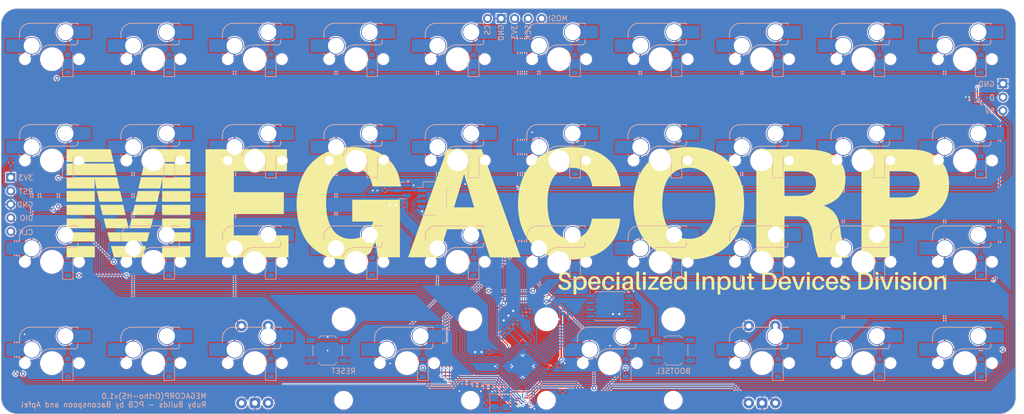
<source format=kicad_pcb>
(kicad_pcb (version 20241229) (generator "pcbnew") (generator_version "9.0")
  (layers (0 "F.Cu" signal) (2 "B.Cu" signal) (13 "F.Paste" user) (15 "B.Paste" user) (5 "F.SilkS" user "F.Silkscreen") (7 "B.SilkS" user "B.Silkscreen") (1 "F.Mask" user) (3 "B.Mask" user) (25 "Edge.Cuts" user))
  (net 0 "")
  (net 1 "ROW 0")
  (net 2 "ROW 1")
  (net 3 "ROW 2")
  (net 4 "ROW 3")
  (net 5 "COL 0")
  (net 6 "COL 1")
  (net 7 "COL 2")
  (net 8 "COL 3")
  (net 9 "COL 4")
  (net 10 "COL 5")
  (net 11 "COL 6")
  (net 12 "COL 7")
  (net 13 "COL 8")
  (net 14 "COL 9")
  (net 15 "+1V1")
  (net 16 "GND")
  (net 17 "+3V3")
  (net 18 "XTAL_IN")
  (net 19 "Net-(C_Crystal2-Pad2)")
  (net 20 "+5V")
  (net 21 "D-")
  (net 22 "D+")
  (net 23 "RESET")
  (net 24 "SWDIO")
  (net 25 "SWCLK")
  (net 26 "XTAL_OUT")
  (net 27 "Net-(U1-USB_DP)")
  (net 28 "Net-(U1-USB_DM)")
  (net 29 "Net-(R_Flash1-Pad2)")
  (net 30 "Net-(R_Flash2-Pad2)")
  (net 31 "CS")
  (net 32 "SD3")
  (net 33 "QSPI_CLK")
  (net 34 "SD0")
  (net 35 "SD2")
  (net 36 "SD1")
  (net 37 "Net-(D1-A)")
  (net 38 "Net-(D2-A)")
  (net 39 "Net-(D3-A)")
  (net 40 "Net-(D4-A)")
  (net 41 "Net-(D5-A)")
  (net 42 "Net-(D6-A)")
  (net 43 "Net-(D7-A)")
  (net 44 "Net-(D8-A)")
  (net 45 "Net-(D9-A)")
  (net 46 "Net-(D10-A)")
  (net 47 "Net-(D11-A)")
  (net 48 "Net-(D12-A)")
  (net 49 "Net-(D13-A)")
  (net 50 "Net-(D14-A)")
  (net 51 "Net-(D15-A)")
  (net 52 "Net-(D16-A)")
  (net 53 "Net-(D17-A)")
  (net 54 "Net-(D18-A)")
  (net 55 "Net-(D19-A)")
  (net 56 "Net-(D20-A)")
  (net 57 "Net-(D22-A)")
  (net 58 "Net-(D23-A)")
  (net 59 "Net-(D24-A)")
  (net 60 "Net-(D25-A)")
  (net 61 "Net-(D26-A)")
  (net 62 "Net-(D27-A)")
  (net 63 "Net-(D28-A)")
  (net 64 "Net-(D29-A)")
  (net 65 "Net-(D30-A)")
  (net 66 "Net-(D31-A)")
  (net 67 "Net-(D32-A)")
  (net 68 "Net-(D33-A)")
  (net 69 "Net-(D34-A)")
  (net 70 "Net-(D35-A)")
  (net 71 "Net-(D36-A)")
  (net 74 "ENC1_R")
  (net 75 "ENC1_L")
  (net 76 "ENC2_R")
  (net 81 "ENC2_L")
  (net 82 "SPI1_TX_MOSI")
  (net 84 "Net-(D21-A)")
  (net 85 "SPI1_SCK")
  (net 86 "SPI1_CS")
  (net 88 "LED_DATA_5V")
  (net 89 "Net-(D37-A)")
  (net 90 "Net-(D38-A)")
  (net 91 "LED_DATA_3V3")
  (footprint "Connector_PinHeader_2.54mm:PinHeader_1x03_P2.54mm_Vertical" (layer "F.Cu") (at 217.88435 43.894286)
    (property "Reference" "J4" (hide yes))
    (property "Value" "LED_STRIP")
  )
  (footprint "PCM_marbastlib-various:ROT_Alps_EC11E-Switch" (layer "F.Cu") (at 77.39056 96.440544)
    (property "Reference" "ENC1" (hide yes))
    (property "Value" "RotaryEncoder_Switch")
  )
  (footprint "PCM_marbastlib-mx:STAB_MX_2u" (layer "F.Cu") (at 144.065504 96.440544 180)
    (property "Reference" "S2" (hide yes))
    (property "Value" "MX_stab")
  )
  (footprint "PCM_marbastlib-mx:STAB_MX_2u" (layer "F.Cu") (at 105.965536 96.440544 180)
    (property "Reference" "S1" (hide yes))
    (property "Value" "MX_stab")
  )
  (footprint "PCM_marbastlib-various:ROT_Alps_EC11E-Switch" (layer "F.Cu") (at 172.640479 96.440544)
    (property "Reference" "ENC2" (hide yes))
    (property "Value" "RotaryEncoder_Switch")
  )
  (footprint "Connector_PinHeader_2.54mm:PinHeader_1x05_P2.54mm_Vertical" (layer "F.Cu") (at 121.09435 31.646786 90)
    (property "Reference" "J3" (hide yes))
    (property "Value" "nice!view")
  )
  (footprint "PCM_marbastlib-mx:SW_MX_HS_CPG151101S11_1u" (layer "B.Cu") (at 172.64048 77.39056 180)
    (property "Reference" "MX26" (hide yes))
    (property "Value" "MX-NoLED")
  )
  (footprint "PCM_marbastlib-mx:SW_MX_HS_CPG151101S11_1u" (layer "B.Cu") (at 58.340576 77.39056 180)
    (property "Reference" "MX38" (hide yes))
    (property "Value" "MX-NoLED")
  )
  (footprint "Capacitor_SMD:C_0402_1005Metric" (layer "B.Cu") (at 123.834211 91.287568 135)
    (property "Reference" "C_3V-Decoup1" (hide yes))
    (property "Value" "10u")
  )
  (footprint "PCM_marbastlib-mx:SW_MX_HS_CPG151101S11_1u" (layer "B.Cu") (at 191.690464 77.39056 180)
    (property "Reference" "MX27" (hide yes))
    (property "Value" "MX-NoLED")
  )
  (footprint "Diode_SMD:D_SOD-123" (layer "B.Cu") (at 61.317136 97.333513 90)
    (property "Reference" "D30" (hide yes))
    (property "Value" "1N4148W")
  )
  (footprint "Capacitor_SMD:C_0402_1005Metric" (layer "B.Cu") (at 119.1356 100.555536 180)
    (property "Reference" "C_3V-Decoup6" (hide yes))
    (property "Value" "100n")
  )
  (footprint "Diode_SMD:D_SOD-123" (layer "B.Cu") (at 42.267152 59.233542 90)
    (property "Reference" "D11" (hide yes))
    (property "Value" "1N4148W")
  )
  (footprint "Button_Switch_SMD:SW_SPST_TL3342" (layer "B.Cu") (at 155.971745 94.059297)
    (property "Reference" "SW2" (hide yes))
    (property "Value" "BOOTSEL" (hide yes))
  )
  (footprint "PCM_marbastlib-mx:SW_MX_HS_CPG151101S11_1u" (layer "B.Cu") (at 210.740449 39.290593 180)
    (property "Reference" "MX10" (hide yes))
    (property "Value" "MX-NoLED")
  )
  (footprint "PCM_marbastlib-mx:SW_MX_HS_CPG151101S11_1u" (layer "B.Cu") (at 210.740448 96.440544 180)
    (property "Reference" "MX36" (hide yes))
    (property "Value" "MX-NoLED")
  )
  (footprint "Diode_SMD:D_SOD-123" (layer "B.Cu") (at 213.717008 97.333513 90)
    (property "Reference" "D36" (hide yes))
    (property "Value" "1N4148W")
  )
  (footprint "Diode_SMD:D_SOD-123" (layer "B.Cu") (at 61.317136 78.283528 90)
    (property "Reference" "D38" (hide yes))
    (property "Value" "1N4148W")
  )
  (footprint "Resistor_SMD:R_0402_1005Metric" (layer "B.Cu") (at 121.2056 100.955536)
    (property "Reference" "R_Crystal1" (hide yes))
    (property "Value" "1k")
  )
  (footprint "Capacitor_SMD:C_0402_1005Metric" (layer "B.Cu") (at 105.485537 66.674945 180)
    (property "Reference" "C_LD2" (hide yes))
    (property "Value" "1u")
  )
  (footprint "PCM_marbastlib-mx:SW_MX_HS_CPG151101S11_1u" (layer "B.Cu") (at 105.965536 96.440544 180)
    (property "Reference" "MX32" (hide yes))
    (property "Value" "MX-NoLED")
  )
  (footprint "PCM_marbastlib-mx:SW_MX_HS_CPG151101S11_1u" (layer "B.Cu") (at 58.340576 39.290593 180)
    (property "Reference" "MX2" (hide yes))
    (property "Value" "MX-NoLED")
  )
  (footprint "Diode_SMD:D_SOD-123" (layer "B.Cu") (at 147.042064 97.333513 90)
    (property "Reference" "D33" (hide yes))
    (property "Value" "1N4148W")
  )
  (footprint "Package_SO:SOIC-8_5.23x5.23mm_P1.27mm" (layer "B.Cu") (at 144.065504 85.724928 180)
    (property "Reference" "U2" (hide yes))
    (property "Value" "W25Q128JVS")
  )
  (footprint "Diode_SMD:D_SOD-123" (layer "B.Cu") (at 99.417104 40.183561 90)
    (property "Reference" "D4" (hide yes))
    (property "Value" "1N4148W")
  )
  (footprint "Resistor_SMD:R_0402_1005Metric" (layer "B.Cu") (at 145.256128 82.153057)
    (property "Reference" "R_Flash2" (hide yes))
    (property "Value" "5k1")
  )
  (footprint "Capacitor_SMD:C_0402_1005Metric" (layer "B.Cu") (at 101.753819 63.984321 180)
    (property "Reference" "C_LD1" (hide yes))
    (property "Value" "1u")
  )
  (footprint "Diode_SMD:D_SOD-123" (layer "B.Cu") (at 61.317136 40.18356 90)
    (property "Reference" "D2" (hide yes))
    (property "Value" "1N4148W")
  )
  (footprint "PCM_marbastlib-mx:SW_MX_HS_CPG151101S11_1u" (layer "B.Cu") (at 210.740448 77.39056 180)
    (property "Reference" "MX28" (hide yes))
    (property "Value" "MX-NoLED")
  )
  (footprint "Capacitor_SMD:C_0402_1005Metric" (layer "B.Cu") (at 125.518007 89.603772 135)
    (property "Reference" "C_3V-Decoup2" (hide yes))
    (property "Value" "1u")
  )
  (footprint "PCM_marbastlib-mx:SW_MX_HS_CPG151101S11_1u" (layer "B.Cu") (at 39.290592 77.39056 180)
    (property "Reference" "MX20" (hide yes))
    (property "Value" "MX-NoLED")
  )
  (footprint "Diode_SMD:D_SOD-123" (layer "B.Cu") (at 80.36712 78.283528 90)
    (property "Reference" "D21" (hide yes))
    (property "Value" "1N4148W")
  )
  (footprint "Diode_SMD:D_SOD-123" (layer "B.Cu") (at 194.667024 40.18356 90)
    (property "Reference" "D9" (hide yes))
    (property "Value" "1N4148W")
  )
  (footprint "Capacitor_SMD:C_0402_1005Metric" (layer "B.Cu") (at 123.2356 101.365536)
    (property "Reference" "C_Crystal1" (hide yes))
    (property "Value" "22p")
  )
  (footprint "Diode_SMD:D_SOD-123" (layer "B.Cu") (at 194.667024 78.283529 90)
    (property "Reference" "D27" (hide yes))
    (property "Value" "1N4148W")
  )
  (footprint "Diode_SMD:D_SOD-123" (layer "B.Cu") (at 137.517072 78.283529 90)
    (property "Reference" "D24" (hide yes))
    (property "Value" "1N4148W")
  )
  (footprint "Diode_SMD:D_SOD-123" (layer "B.Cu") (at 42.267152 78.283527 90)
    (property "Reference" "D20" (hide yes))
    (property "Value" "1N4148W")
  )
  (footprint "Package_TO_SOT_SMD:SOT-23" (layer "B.Cu") (at 105.028036 63.984321 180)
    (property "Reference" "U3" (hide yes))
    (property "Value" "XC6206P332MR")
  )
  (footprint "Diode_SMD:D_SOD-123" (layer "B.Cu") (at 80.36712 59.233543 90)
    (property "Reference" "D13" (hide yes))
    (property "Value" "1N4148W")
  )
  (footprint "Crystal:Crystal_SMD_3225-4Pin_3.2x2.5mm" (layer "B.Cu") (at 123.52724 103.881945)
    (property "Reference" "Y1" (hide yes))
    (property "Value" "12MHz")
  )
  (footprint "Resistor_SMD:R_0402_1005Metric" (layer "B.Cu") (at 127.99208 87.213208 -45)
    (property "Reference" "R_DATA2" (hide yes))
    (property "Value" "27")
  )
  (footprint "Capacitor_SMD:C_0402_1005Metric" (layer "B.Cu") (at 135.731136 86.915553 45)
    (property "Reference" "C_3V-Decoup9" (hide yes))
    (property "Value" "100n")
  )
  (footprint "Connector_PinHeader_2.54mm:PinHeader_1x05_P2.54mm_Vertical" (layer "B.Cu") (at 31.551536 61.515561 180)
    (property "Reference" "J2" (hide yes))
    (property "Value" "SWD")
  )
  (footprint "Diode_SMD:D_SOD-123" (layer "B.Cu") (at 80.36712 97.333513 90)
    (property "Reference" "D31" (hide yes))
    (property "Value" "1N4148W")
  )
  (footprint "Diode_SMD:D_SOD-123" (layer "B.Cu") (at 175.617039 59.233543 90)
    (property "Reference" "D18" (hide yes))
    (property "Value" "1N4148W")
  )
  (footprint "Capacitor_SMD:C_0402_1005Metric" (layer "B.Cu") (at 135.1456 101.685536)
    (property "Reference" "C_3V-Decoup4" (hide yes))
    (property "Value" "100n")
  )
  (footprint "PCM_marbastlib-mx:SW_MX_HS_CPG151101S11_1u" (layer "B.Cu") (at 39.290592 58.340575 180)
    (property "Reference" "MX11" (hide yes))
    (property "Value" "MX-NoLED")
  )
  (footprint "PCM_marbastlib-mx:SW_MX_HS_CPG151101S11_1u" (layer "B.Cu") (at 134.540512 77.390561 180)
    (property "Reference" "MX24" (hide yes))
    (property "Value" "MX-NoLED")
  )
  (footprint "Diode_SMD:D_SOD-123" (layer "B.Cu") (at 99.417104 59.233543 90)
    (property "Reference" "D14" (hide yes))
    (property "Value" "1N4148W")
  )
  (footprint "Diode_SMD:D_SOD-123" (layer "B.Cu") (at 156.567056 40.18356 90)
    (property "Reference" "D7" (hide yes))
    (property "Value" "1N4148W")
  )
  (footprint "Diode_SMD:D_SOD-123" (layer "B.Cu") (at 194.667024 97.333513 90)
    (property "Reference" "D35" (hide yes))
    (property "Value" "1N4148W")
  )
  (footprint "PCM_marbastlib-mx:SW_MX_HS_CPG151101S11_1u" (layer "B.Cu") (at 172.640479 96.440544 180)
    (property "Reference" "MX34" (hide yes))
    (property "Value" "MX-NoLED")
  )
  (footprint "PCM_marbastlib-mx:SW_MX_HS_CPG151101S11_1u" (layer "B.Cu") (at 210.740448 58.340576 180)
    (property "Reference" "MX19" (hide yes))
    (property "Value" "MX-NoLED")
  )
  (footprint "Diode_SMD:D_SOD-123" (layer "B.Cu") (at 175.61704 97.333513 90)
    (property "Reference" "D34" (hide yes))
    (property "Value" "1N4148W")
  )
  (footprint "Diode_SMD:D_SOD-123" (layer "B.Cu") (at 42.267152 40.18356 90)
    (property "Reference" "D1" (hide yes))
    (property "Value" "1N4148W")
  )
  (footprint "Diode_SMD:D_SOD-123" (layer "B.Cu") (at 42.267152 97.333513 90)
    (property "Reference" "D29" (hide yes))
    (property "Value" "1N4148W")
  )
  (footprint "PCM_marbastlib-mx:SW_MX_HS_CPG151101S11_1u" (layer "B.Cu") (at 96.440544 77.390561 180)
    (property "Reference" "MX22" (hide yes))
    (property "Value" "MX-NoLED")
  )
  (footprint "PCM_marbastlib-mx:SW_MX_HS_CPG151101S11_1u" (layer "B.Cu") (at 115.490528 77.390561 180)
    (property "Reference" "MX23" (hide yes))
    (property "Value" "MX-NoLED")
  )
  (footprint "Diode_SMD:D_SOD-123" (layer "B.Cu") (at 118.467088 40.183561 90)
    (property "Reference" "D5" (hide yes))
    (property "Value" "1N4148W")
  )
  (footprint "Diode_SMD:D_SOD-123" (layer "B.Cu") (at 175.61704 78.283529 90)
    (property "Reference" "D26" (hide yes))
    (property "Value" "1N4148W")
  )
  (footprint "PCM_marbastlib-mx:SW_MX_HS_CPG151101S11_1u" (layer "B.Cu") (at 77.390559 39.290593 180)
    (property "Reference" "MX3" (hide yes))
    (property "Value" "MX-NoLED")
  )
  (footprint "Diode_SMD:D_SOD-123" (layer "B.Cu") (at 175.61704 40.18356 90)
    (property "Reference" "D8" (hide yes))
    (property "Value" "1N4148W")
  )
  (footprint "PCM_marbastlib-mx:SW_MX_HS_CPG151101S11_1u" (layer "B.Cu") (at 58.340576 96.440544 180)
    (property "Reference" "MX30" (hide yes))
    (property "Value" "MX-NoLED")
  )
  (footprint "Capacitor_SMD:C_0402_1005Metric" (layer "B.Cu") (at 121.443648 94.356953 180)
    (property "Reference" "C_3V-Decoup8" (hide yes))
    (property "Value" "100n")
  )
  (footprint "Capacitor_SMD:C_0402_1005Metric" (layer "B.Cu") (at 120.848337 103.881945 90)
    (property "Reference" "C_Crystal2" (hide yes))
    (property "Value" "22p")
  )
  (footprint "Capacitor_SMD:C_0402_1005Metric" (layer "B.Cu") (at 134.838168 86.022585 45)
    (property "Reference" "C_3V-Decoup3" (hide yes))
    (property "Value" "100n")
  )
  (footprint "Diode_SMD:D_SOD-123" (layer "B.Cu") (at 61.317136 59.233543 90)
    (property "Reference" "D12" (hide yes))
    (property "Value" "1N4148W")
  )
  (footprint "PCM_marbastlib-mx:SW_MX_HS_CPG151101S11_1u" (layer "B.Cu") (at 115.490528 58.340575 180)
    (property "Reference" "MX15" (hide yes))
    (property "Value" "MX-NoLED")
  )
  (footprint "Diode_SMD:D_SOD-123" (layer "B.Cu") (at 137.517072 40.183561 90)
    (property "Reference" "D6" (hide yes))
    (property "Value" "1N4148W")
  )
  (footprint "PCM_marbastlib-mx:SW_MX_HS_CPG151101S11_1u" (layer "B.Cu") (at 39.290592 39.290593 180)
    (property "Reference" "MX1" (hide yes))
    (property "Value" "MX-NoLED")
  )
  (footprint "Resistor_SMD:R_0402_1005Metric" (layer "B.Cu") (at 142.87488 82.153057)
    (property "Reference" "R_Flash1" (hide yes))
    (property "Value" "5k1")
  )
  (footprint "PCM_marbastlib-mx:SW_MX_HS_CPG151101S11_1u" (layer "B.Cu") (at 96.440543 39.290593 180)
    (property "Reference" "MX4" (hide yes))
    (property "Value" "MX-NoLED")
  )
  (footprint "Connector_JST:JST_SH_SM04B-SRSS-TB_1x04-1MP_P1.00mm_Horizontal" (layer "B.Cu") (at 110.728032 65.484321 -90)
    (property "Reference" "J1" (hide yes))
    (property "Value" "SM04B-SRSS-TB(LF)(SN)")
  )
  (footprint "PCM_marbastlib-mx:SW_MX_HS_CPG151101S11_1u" (layer "B.Cu") (at 134.540512 39.290593 180)
    (property "Reference" "MX6" (hide yes))
    (property "Value" "MX-NoLED")
  )
  (footprint "Diode_SMD:D_SOD-123" (layer "B.Cu") (at 194.667024 59.233543 90)
    (property "Reference" "D37" (hide yes))
    (property "Value" "1N4148W")
  )
  (footprint "PCM_marbastlib-mx:SW_MX_HS_CPG151101S11_1u" (layer "B.Cu") (at 115.490528 39.290593 180)
    (property "Reference" "MX5" (hide yes))
    (property "Value" "MX-NoLED")
  )
  (footprint "Diode_SMD:D_SOD-123" (layer "B.Cu") (at 156.567056 78.283529 90)
    (property "Reference" "D25" (hide yes))
    (property "Value" "1N4148W")
  )
  (footprint "Capacitor_SMD:C_0402_1005Metric" (layer "B.Cu") (at 126.359905 88.761874 135)
    (property "Reference" "C_1V-Decoup3" (hide yes))
    (property "Value" "100n")
  )
  (footprint "PCM_marbastlib-mx:SW_MX_HS_CPG151101S11_1u" (layer "B.Cu") (at 96.440544 58.340575 180)
    (property "Reference" "MX14" (hide yes))
    (property "Value" "MX-NoLED")
  )
  (footprint "Resistor_SMD:R_0402_1005Metric" (layer "B.Cu") (at 128.683828 86.521461 -45)
    (property "Reference" "R_DATA1" (hide yes))
    (property "Value" "27")
  )
  (footprint "Diode_SMD:D_SOD-123" (layer "B.Cu") (at 156.567056 59.233544 90)
    (property "Reference" "D17" (hide yes))
    (property "Value" "1N4148W")
  )
  (footprint "PCM_marbastlib-mx:SW_MX_HS_CPG151101S11_1u" (layer "B.Cu") (at 191.690464 96.440544 180)
    (property "Reference" "MX35" (hide yes))
    (property "Value" "MX-NoLED")
  )
  (footprint "PCM_marbastlib-mx:SW_MX_HS_CPG151101S11_1u" (layer "B.Cu") (at 172.64048 39.290593 180)
    (property "Reference" "MX8" (hide yes))
    (property "Value" "MX-NoLED")
  )
  (footprint "Capacitor_SMD:C_0402_1005Metric" (layer "B.Cu") (at 140.791288 82.153057)
    (property "Reference" "C_Flash1" (hide yes))
    (property "Value" "100n")
  )
  (footprint "PCM_marbastlib-mx:SW_MX_HS_CPG151101S11_1u" (layer "B.Cu") (at 153.590496 39.290593 180)
    (property "Reference" "MX7" (hide yes))
    (property "Value" "MX-NoLED")
  )
  (footprint "Resistor_SMD:R_0402_1005Metric" (layer "B.Cu") (at 31.551536 58.756192 90)
    (property "Reference" "R_RST1" (hide yes))
    (property "Value" "5k1")
  )
  (footprint "Diode_SMD:D_SOD-123" (layer "B.Cu") (at 118.467088 78.283529 90)
    (property "Reference" "D23" (hide yes))
    (property "Value" "1N4148W")
  )
  (footprint "PCM_marbastlib-mx:SW_MX_HS_CPG151101S11_1u" (layer "B.Cu") (at 134.540511 58.340576 180)
    (property "Reference" "MX16" (hide yes))
    (property "Value" "MX-NoLED")
  )
  (footprint "Diode_SMD:D_SOD-123" (layer "B.Cu") (at 99.417103 78.283529 90)
    (property "Reference" "D22" (hide yes))
    (property "Value" "1N4148W")
  )
  (footprint "PCM_marbastlib-mx:SW_MX_HS_CPG151101S11_1u" (layer "B.Cu") (at 58.340576 58.340576 180)
    (property "Reference" "MX12" (hide yes))
    (property "Value" "MX-NoLED")
  )
  (footprint "Diode_SMD:D_SOD-123" (layer "B.Cu") (at 118.467088 59.233543 90)
    (property "Reference" "D15" (hide yes))
    (property "Value" "1N4148W")
  )
  (footprint "PCM_marbastlib-mx:SW_MX_HS_CPG151101S11_1u" (layer "B.Cu") (at 191.690464 39.290593 180)
    (property "Reference" "MX9" (hide yes))
    (property "Value" "MX-NoLED")
  )
  (footprint "Capacitor_SMD:C_0402_1005Metric" (layer "B.Cu") (at 134.480127 96.882096 -45)
    (property "Reference" "C_3V-Decoup5" (hide yes))
    (property "Value" "100n")
  )
  (footprint "Capacitor_SMD:C_0402_1005Metric" (layer "B.Cu") (at 124.676109 90.44567 135)
    (property "Reference" "C_3V-Decoup7" (hide yes))
    (property "Value" "100n")
  )
  (footprint "PCM_marbastlib-mx:SW_MX_HS_CPG151101S11_1u" (layer "B.Cu") (at 77.39056 77.39056 180)
    (property "Reference" "MX21" (hide yes))
    (property "Value" "MX-NoLED")
  )
  (footprint "Diode_SMD:D_SOD-123" (layer "B.Cu") (at 213.717008 78.283527 90)
    (property "Reference" "D28" (hide yes))
    (property "Value" "1N4148W")
  )
  (footprint "PCM_marbastlib-mx:SW_MX_HS_CPG151101S11_1u" (layer "B.Cu") (at 39.290592 96.440544 180)
    (property "Reference" "MX29" (hide yes))
    (property "Value" "MX-NoLED")
  )
  (footprint "Diode_SMD:D_SOD-123" (layer "B.Cu") (at 213.717008 59.233543 90)
    (property "Reference" "D19" (hide yes))
    (property "Value" "1N4148W")
  )
  (footprint "Diode_SMD:D_SOD-123" (layer "B.Cu") (at 213.717008 40.18356 90)
    (property "Reference" "D10" (hide yes))
    (property "Value" "1N4148W")
  )
  (footprint "Capacitor_SMD:C_0402_1005Metric" (layer "B.Cu") (at 136.624104 87.808521 45)
    (property "Reference" "C_1V-Decoup2" (hide yes))
    (property "Value" "100n")
  )
  (footprint "Diode_SMD:D_SOD-123" (layer "B.Cu") (at 108.942096 97.333513 90)
    (property "Reference" "D32" (hide yes))
    (property "Value" "1N4148W")
  )
  (footprint "PCM_marbastlib-mx:SW_MX_HS_CPG151101S11_1u" (layer "B.Cu") (at 144.065504 96.440544 180)
    (property "Reference" "MX33" (hide yes))
    (property "Value" "MX-NoLED")
  )
  (footprint "PCM_marbastlib-mx:SW_MX_HS_CPG151101S11_1u" (layer "B.Cu") (at 77.39056 96.440544 180)
    (property "Reference" "MX31" (hide yes))
    (property "Value" "MX-NoLED")
  )
  (footprint "Button_Switch_SMD:SW_SPST_TL3342" (layer "B.Cu") (at 91.059296 94.059297)
    (property "Reference" "SW1" (hide yes))
    (property "Value" "RESET" (hide yes))
  )
  (footprint "Package_DFN_QFN:QFN-56-1EP_7x7mm_P0.4mm_EP3.2x3.2mm_ThermalVias" (layer "B.Cu") (at 127.694424 97.035857 135)
    (property "Reference" "U1" (hide yes))
    (property "Value" "RP2040")
  )
  (footprint "Diode_SMD:D_SOD-123" (layer "B.Cu") (at 80.36712 40.18356 90)
    (property "Reference" "D3" (hide yes))
    (property "Value" "1N4148W")
  )
  (footprint "PCM_marbastlib-mx:SW_MX_HS_CPG151101S11_1u" (layer "B.Cu") (at 153.590496 58.340576 180)
    (property "Reference" "MX17" (hide yes))
    (property "Value" "MX-NoLED")
  )
  (footprint "Package_TO_SOT_SMD:SOT-563" (layer "B.Cu") (at 213.12185 46.434286)
    (property "Reference" "U4" (hide yes))
    (property "Value" "SN74LVC1T45DRL")
  )
  (footprint "PCM_marbastlib-mx:SW_MX_HS_CPG151101S11_1u" (layer "B.Cu") (at 77.39056 58.340576 180)
    (property "Reference" "MX13" (hide yes))
    (property "Value" "MX-NoLED")
  )
  (footprint "Capacitor_SMD:C_0402_1005Metric" (layer "B.Cu") (at 117.1556 100.125536 180)
    (property "Reference" "C_1V-Decoup1" (hide yes))
    (property "Value" "1u")
  )
  (footprint "Diode_SMD:D_SOD-123" (layer "B.Cu") (at 137.517072 59.233544 90)
    (property "Reference" "D16" (hide yes))
    (property "Value" "1N4148W")
  )
  (footprint "PCM_marbastlib-mx:SW_MX_HS_CPG151101S11_1u" (layer "B.Cu") (at 153.590496 77.39056 180)
    (property "Reference" "MX25" (hide yes))
    (property "Value" "MX-NoLED")
  )
  (footprint "PCM_marbastlib-mx:SW_MX_HS_CPG151101S11_1u" (layer "B.Cu") (at 191.690464 58.340576 180)
    (property "Reference" "MX37" (hide yes))
    (property "Value" "MX-NoLED")
  )
  (footprint "Resistor_SMD:R_0402_1005Metric" (layer "B.Cu") (at 147.33972 82.153057)
    (property "Reference" "R_Flash3" (hide yes))
    (property "Value" "1k")
  )
  (footprint "PCM_marbastlib-mx:SW_MX_HS_CPG151101S11_1u" (layer "B.Cu") (at 172.64048 58.340576 180)
    (property "Reference" "MX18" (hide yes))
    (property "Value" "MX-NoLED")
  )
  (gr_poly (pts (xy 53.118117 68.586415) (xy 48.815266 68.586415) (xy 48.660154 68.002452) (xy 48.578314 67.691596) (xy 48.49466 67.365556) (xy 48.409669 67.025886) (xy 48.323818 66.674138) (xy 52.683622 66.674138)) (stroke (width -0.000001)) (fill yes) (layer "F.SilkS"))
  (gr_poly (pts (xy 160.806019 82.632712) (xy 160.292437 82.632712) (xy 160.292437 79.408232) (xy 160.806019 79.408232)) (stroke (width -0.000001)) (fill yes) (layer "F.SilkS"))
  (gr_poly (pts (xy 127.318961 76.541945) (xy 121.548608 76.541945) (xy 119.841087 71.27101) (xy 113.511126 71.27101) (xy 111.803594 76.541945) (xy 106.180299 76.541945) (xy 109.568761 67.152251) (xy 114.806557 67.152251) (xy 118.575092 67.152251) (xy 116.690777 60.905916) (xy 114.806557 67.152251) (xy 109.568761 67.152251) (xy 113.511126 56.227648) (xy 119.98823 56.227648)) (stroke (width -0.000001)) (fill yes) (layer "F.SilkS"))
  (gr_poly (pts (xy 53.684301 71.077468) (xy 49.476833 71.077468) (xy 48.994549 69.261685) (xy 53.271659 69.261685)) (stroke (width -0.000001)) (fill yes) (layer "F.SilkS"))
  (gr_poly (pts (xy 199.844775 56.234091) (xy 200.242557 56.243175) (xy 200.623763 56.257087) (xy 200.996682 56.276516) (xy 201.369602 56.302152) (xy 201.75081 56.334682) (xy 202.148594 56.374797) (xy 202.148594 56.374795) (xy 202.696672 56.461369) (xy 203.235006 56.58889) (xy 203.760061 56.757623) (xy 204.268303 56.967832) (xy 204.756196 57.219781) (xy 204.991408 57.361491) (xy 205.220208 57.513736) (xy 205.442153 57.676548) (xy 205.656802 57.849961) (xy 205.863714 58.034007) (xy 206.062446 58.22872) (xy 206.252556 58.434133) (xy 206.433603 58.650279) (xy 206.605145 58.877191) (xy 206.766741 59.114902) (xy 206.917947 59.363445) (xy 207.058323 59.622854) (xy 207.187427 59.89316) (xy 207.304817 60.174399) (xy 207.41005 60.466601) (xy 207.502686 60.769801) (xy 207.582283 61.084032) (xy 207.648398 61.409327) (xy 207.70059 61.745718) (xy 207.738417 62.09324) (xy 207.761437 62.451924) (xy 207.769208 62.821805) (xy 207.761437 63.191677) (xy 207.738417 63.550354) (xy 207.70059 63.89787) (xy 207.648398 64.234256) (xy 207.582283 64.559547) (xy 207.502686 64.873774) (xy 207.41005 65.176972) (xy 207.304817 65.469172) (xy 207.187427 65.750409) (xy 207.058323 66.020715) (xy 206.917947 66.280124) (xy 206.766741 66.528667) (xy 206.605145 66.766379) (xy 206.433603 66.993292) (xy 206.252556 67.20944) (xy 206.062446 67.414855) (xy 205.863714 67.60957) (xy 205.656802 67.793619) (xy 205.442153 67.967035) (xy 205.220208 68.12985) (xy 204.991408 68.282097) (xy 204.756196 68.42381) (xy 204.515014 68.555022) (xy 204.268303 68.675765) (xy 204.016504 68.786073) (xy 203.760061 68.885979) (xy 203.235006 69.054715) (xy 202.696672 69.182239) (xy 202.148594 69.268815) (xy 201.75081 69.308927) (xy 201.369602 69.341447) (xy 200.996683 69.367068) (xy 200.623765 69.38648) (xy 200.242559 69.400375) (xy 199.84478 69.409444) (xy 198.966347 69.41587) (xy 196.609017 69.41587) (xy 196.609017 76.541945) (xy 191.312426 76.541945) (xy 191.312426 65.297116) (xy 196.609017 65.297116) (xy 198.671687 65.297116) (xy 199.074963 65.296656) (xy 199.445111 65.293435) (xy 199.617762 65.289927) (xy 199.782131 65.284693) (xy 199.938217 65.277388) (xy 200.086021 65.267668) (xy 200.086021 65.267666) (xy 200.333535 65.237606) (xy 200.567584 65.191574) (xy 200.679451 65.162542) (xy 200.787821 65.129484) (xy 200.892653 65.092391) (xy 200.993902 65.051251) (xy 201.091525 65.006053) (xy 201.18548 64.956787) (xy 201.275723 64.903441) (xy 201.362211 64.846006) (xy 201.444901 64.78447) (xy 201.523749 64.718822) (xy 201.598713 64.649052) (xy 201.66975 64.575149) (xy 201.736815 64.497103) (xy 201.799867 64.414901) (xy 201.858861 64.328534) (xy 201.913755 64.237991) (xy 201.964506 64.143261) (xy 202.01107 64.044333) (xy 202.053404 63.941197) (xy 202.091465 63.833841) (xy 202.12521 63.722255) (xy 202.154596 63.606428) (xy 202.17958 63.48635) (xy 202.200117 63.362009) (xy 202.216166 63.233395) (xy 202.227683 63.100496) (xy 202.234625 62.963303) (xy 202.236948 62.821805) (xy 202.234625 62.680298) (xy 202.227683 62.543097) (xy 202.216166 62.410192) (xy 202.200116 62.281571) (xy 202.179578 62.157225) (xy 202.154594 62.037141) (xy 202.125208 61.921309) (xy 202.091462 61.809719) (xy 202.053401 61.702359) (xy 202.011066 61.599219) (xy 201.964501 61.500289) (xy 201.91375 61.405556) (xy 201.858855 61.315011) (xy 201.79986 61.228643) (xy 201.736808 61.146441) (xy 201.669742 61.068394) (xy 201.598705 60.994491) (xy 201.523741 60.924722) (xy 201.444892 60.859076) (xy 201.362202 60.797542) (xy 201.275714 60.740109) (xy 201.185471 60.686767) (xy 201.091516 60.637504) (xy 200.993893 60.59231) (xy 200.892644 60.551174) (xy 200.787813 60.514086) (xy 200.679443 60.481034) (xy 200.567578 60.452008) (xy 200.45226 60.426997) (xy 200.333532 60.40599) (xy 200.211438 60.388977) (xy 200.086021 60.375946) (xy 199.938217 60.366226) (xy 199.782132 60.358922) (xy 199.445115 60.350179) (xy 199.074968 60.346958) (xy 198.671687 60.346498) (xy 196.609017 60.346498) (xy 196.609017 65.297116) (xy 191.312426 65.297116) (xy 191.312426 56.227651) (xy 198.966337 56.227651)) (stroke (width -0.000001)) (fill yes) (layer "F.SilkS"))
  (gr_poly (pts (xy 203.37464 80.087592) (xy 203.449069 80.092589) (xy 203.521105 80.10082) (xy 203.590745 80.112205) (xy 203.657986 80.126667) (xy 203.722824 80.144124) (xy 203.785257 80.164498) (xy 203.845281 80.187709) (xy 203.902893 80.213679) (xy 203.95809 80.242327) (xy 204.010868 80.273575) (xy 204.061225 80.307342) (xy 204.109157 80.34355) (xy 204.15466 80.38212) (xy 204.197732 80.422971) (xy 204.238369 80.466025) (xy 204.276569 80.511202) (xy 204.312327 80.558423) (xy 204.345641 80.607608) (xy 204.376508 80.658679) (xy 204.404924 80.711555) (xy 204.430885 80.766158) (xy 204.45439 80.822408) (xy 204.475434 80.880226) (xy 204.494014 80.939532) (xy 204.510128 81.000247) (xy 204.523771 81.062291) (xy 204.534941 81.125586) (xy 204.549848 81.25561) (xy 204.554823 81.389682) (xy 204.553578 81.457198) (xy 204.549848 81.523807) (xy 204.543634 81.589427) (xy 204.534941 81.653977) (xy 204.523771 81.717377) (xy 204.510128 81.779545) (xy 204.494014 81.8404) (xy 204.475434 81.899862) (xy 204.45439 81.957849) (xy 204.430885 82.01428) (xy 204.404924 82.069074) (xy 204.376508 82.12215) (xy 204.345641 82.173428) (xy 204.312327 82.222825) (xy 204.276569 82.270261) (xy 204.238369 82.315655) (xy 204.197732 82.358925) (xy 204.15466 82.399992) (xy 204.109157 82.438773) (xy 204.061225 82.475188) (xy 204.010868 82.509155) (xy 203.95809 82.540594) (xy 203.902893 82.569423) (xy 203.845281 82.595562) (xy 203.785257 82.618929) (xy 203.722824 82.639444) (xy 203.657986 82.657024) (xy 203.590745 82.67159) (xy 203.521105 82.683061) (xy 203.449069 82.691354) (xy 203.37464 82.696389) (xy 203.297822 82.698086) (xy 203.220586 82.696389) (xy 203.145793 82.691354) (xy 203.073443 82.683061) (xy 203.003536 82.67159) (xy 202.936074 82.657024) (xy 202.871056 82.639443) (xy 202.808484 82.618928) (xy 202.748358 82.595561) (xy 202.690679 82.569422) (xy 202.635447 82.540593) (xy 202.582663 82.509154) (xy 202.532328 82.475186) (xy 202.484442 82.438771) (xy 202.439005 82.39999) (xy 202.39602 82.358923) (xy 202.355485 82.315653) (xy 202.317402 82.270259) (xy 202.281772 82.222823) (xy 202.248594 82.173425) (xy 202.217871 82.122148) (xy 202.189601 82.069072) (xy 202.163787 82.014278) (xy 202.140428 81.957847) (xy 202.119525 81.89986) (xy 202.101079 81.840398) (xy 202.08509 81.779543) (xy 202.07156 81.717375) (xy 202.060488 81.653975) (xy 202.045723 81.523806) (xy 202.0408 81.389682) (xy 202.582355 81.389682) (xy 202.583121 81.441731) (xy 202.585407 81.492649) (xy 202.589203 81.542403) (xy 202.594494 81.590958) (xy 202.601268 81.63828) (xy 202.609513 81.684334) (xy 202.619215 81.729088) (xy 202.630362 81.772505) (xy 202.64294 81.814553) (xy 202.656937 81.855196) (xy 202.67234 81.894401) (xy 202.689136 81.932133) (xy 202.707312 81.968359) (xy 202.726856 82.003043) (xy 202.747754 82.036152) (xy 202.769994 82.067651) (xy 202.793563 82.097506) (xy 202.818448 82.125684) (xy 202.844636 82.152149) (xy 202.872114 82.176868) (xy 202.90087 82.199806) (xy 202.93089 82.220928) (xy 202.962163 82.240202) (xy 202.994674 82.257592) (xy 203.028411 82.273065) (xy 203.063361 82.286585) (xy 203.099512 82.29812) (xy 203.13685 82.307634) (xy 203.175363 82.315093) (xy 203.215038 82.320464) (xy 203.255862 82.323711) (xy 203.297822 82.324801) (xy 203.339351 82.323711) (xy 203.379771 82.320464) (xy 203.419068 82.315093) (xy 203.457228 82.307634) (xy 203.494238 82.29812) (xy 203.530084 82.286585) (xy 203.564752 82.273065) (xy 203.598228 82.257592) (xy 203.630499 82.240202) (xy 203.661552 82.220928) (xy 203.691372 82.199806) (xy 203.719945 82.176868) (xy 203.747258 82.152149) (xy 203.773298 82.125684) (xy 203.798049 82.097506) (xy 203.8215 82.067651) (xy 203.843636 82.036152) (xy 203.864443 82.003043) (xy 203.883907 81.968359) (xy 203.902016 81.932133) (xy 203.934109 81.855196) (xy 203.960614 81.772505) (xy 203.981419 81.684334) (xy 203.996416 81.590958) (xy 204.005495 81.492649) (xy 204.008546 81.389682) (xy 204.007781 81.337647) (xy 204.005495 81.286768) (xy 204.001702 81.237078) (xy 203.996416 81.18861) (xy 203.989651 81.141394) (xy 203.981419 81.095466) (xy 203.971736 81.050856) (xy 203.960614 81.007597) (xy 203.948067 80.965722) (xy 203.934109 80.925263) (xy 203.918754 80.886254) (xy 203.902016 80.848725) (xy 203.883907 80.81271) (xy 203.864443 80.778242) (xy 203.843636 80.745352) (xy 203.8215 80.714074) (xy 203.798049 80.684439) (xy 203.773298 80.656481) (xy 203.747258 80.630232) (xy 203.719945 80.605724) (xy 203.691372 80.58299) (xy 203.661552 80.562062) (xy 203.630499 80.542973) (xy 203.598228 80.525756) (xy 203.564752 80.510442) (xy 203.530084 80.497064) (xy 203.494238 80.485656) (xy 203.457228 80.476249) (xy 203.419068 80.468876) (xy 203.379771 80.463569) (xy 203.339351 80.460361) (xy 203.297822 80.459284) (xy 203.255862 80.460361) (xy 203.215038 80.463569) (xy 203.175363 80.468876) (xy 203.13685 80.476249) (xy 203.099512 80.485656) (xy 203.063361 80.497064) (xy 203.028411 80.510442) (xy 202.994674 80.525756) (xy 202.962163 80.542973) (xy 202.93089 80.562062) (xy 202.90087 80.58299) (xy 202.872114 80.605724) (xy 202.844636 80.630232) (xy 202.818448 80.656481) (xy 202.793563 80.684439) (xy 202.769994 80.714074) (xy 202.747754 80.745352) (xy 202.726856 80.778242) (xy 202.707312 80.81271) (xy 202.689136 80.848725) (xy 202.656937 80.925263) (xy 202.630362 81.007597) (xy 202.609513 81.095466) (xy 202.594494 81.18861) (xy 202.585407 81.286768) (xy 202.582355 81.389682) (xy 202.0408 81.389682) (xy 202.045723 81.25561) (xy 202.051875 81.190052) (xy 202.060488 81.125586) (xy 202.07156 81.062291) (xy 202.08509 81.000247) (xy 202.101079 80.939532) (xy 202.119525 80.880226) (xy 202.140428 80.822408) (xy 202.163787 80.766158) (xy 202.189601 80.711555) (xy 202.217871 80.658679) (xy 202.248594 80.607608) (xy 202.281772 80.558423) (xy 202.317402 80.511202) (xy 202.355485 80.466025) (xy 202.39602 80.422971) (xy 202.439005 80.38212) (xy 202.484442 80.34355) (xy 202.532328 80.307342) (xy 202.582663 80.273575) (xy 202.635447 80.242327) (xy 202.690679 80.213679) (xy 202.748358 80.187709) (xy 202.808484 80.164498) (xy 202.871056 80.144124) (xy 202.936074 80.126667) (xy 203.003536 80.112205) (xy 203.073443 80.10082) (xy 203.145793 80.092589) (xy 203.220586 80.087592) (xy 203.297822 80.085909)) (stroke (width -0.000001)) (fill yes) (layer "F.SilkS"))
  (gr_poly (pts (xy 65.267509 71.077468) (xy 59.97083 71.077468) (xy 59.97083 69.261685) (xy 65.267509 69.261685)) (stroke (width -0.000001)) (fill yes) (layer "F.SilkS"))
  (gr_poly (pts (xy 154.735283 80.087484) (xy 154.799841 80.092164) (xy 154.862431 80.099878) (xy 154.923043 80.110556) (xy 154.981666 80.124128) (xy 155.038291 80.140525) (xy 155.092908 80.159676) (xy 155.145506 80.181512) (xy 155.196075 80.205962) (xy 155.244606 80.232956) (xy 155.291089 80.262425) (xy 155.335512 80.294298) (xy 155.377867 80.328506) (xy 155.418143 80.364978) (xy 155.45633 80.403645) (xy 155.492418 80.444436) (xy 155.526397 80.487282) (xy 155.558256 80.532113) (xy 155.587987 80.578858) (xy 155.615578 80.627447) (xy 155.641019 80.677812) (xy 155.664301 80.729881) (xy 155.685414 80.783584) (xy 155.704347 80.838853) (xy 155.72109 80.895616) (xy 155.735634 80.953804) (xy 155.758081 81.074174) (xy 155.771609 81.199404) (xy 155.776136 81.328933) (xy 155.776104 81.328933) (xy 155.775958 81.36824) (xy 155.774936 81.415865) (xy 155.773822 81.442661) (xy 155.772161 81.471374) (xy 155.769843 81.501949) (xy 155.766758 81.534332) (xy 153.985986 81.534332) (xy 153.990602 81.588866) (xy 153.99653 81.641107) (xy 154.00374 81.691092) (xy 154.012202 81.738857) (xy 154.021887 81.78444) (xy 154.032763 81.827877) (xy 154.044802 81.869205) (xy 154.057973 81.908461) (xy 154.072247 81.945682) (xy 154.087593 81.980905) (xy 154.103981 82.014166) (xy 154.121382 82.045502) (xy 154.139766 82.074951) (xy 154.159103 82.102549) (xy 154.179363 82.128332) (xy 154.200515 82.152339) (xy 154.222531 82.174604) (xy 154.245379 82.195167) (xy 154.269031 82.214062) (xy 154.293456 82.231328) (xy 154.318625 82.247001) (xy 154.344506 82.261118) (xy 154.371071 82.273715) (xy 154.39829 82.28483) (xy 154.426133 82.294499) (xy 154.454569 82.302759) (xy 154.483568 82.309648) (xy 154.513102 82.315201) (xy 154.54314 82.319456) (xy 154.573651 82.32245) (xy 154.635976 82.324801) (xy 154.66384 82.324268) (xy 154.691299 82.322676) (xy 154.718331 82.320033) (xy 154.744915 82.31635) (xy 154.77103 82.311636) (xy 154.796654 82.305899) (xy 154.821766 82.299151) (xy 154.846345 82.291399) (xy 154.870368 82.282654) (xy 154.893816 82.272925) (xy 154.916665 82.262221) (xy 154.938895 82.250552) (xy 154.960485 82.237928) (xy 154.981413 82.224357) (xy 155.001657 82.209848) (xy 155.021196 82.194413) (xy 155.040009 82.178059) (xy 155.058075 82.160797) (xy 155.075371 82.142635) (xy 155.091877 82.123584) (xy 155.107571 82.103653) (xy 155.122431 82.08285) (xy 155.136437 82.061186) (xy 155.149566 82.03867) (xy 155.161798 82.015311) (xy 155.173111 81.991119) (xy 155.183484 81.966103) (xy 155.192895 81.940273) (xy 155.201323 81.913638) (xy 155.208745 81.886208) (xy 155.215142 81.857991) (xy 155.220492 81.828998) (xy 155.738805 81.828998) (xy 155.727678 81.883325) (xy 155.714469 81.935846) (xy 155.699234 81.986567) (xy 155.682027 82.035491) (xy 155.662899 82.082625) (xy 155.641907 82.127974) (xy 155.619102 82.171544) (xy 155.59454 82.213339) (xy 155.568273 82.253365) (xy 155.540355 82.291628) (xy 155.51084 82.328133) (xy 155.479782 82.362885) (xy 155.447235 82.395889) (xy 155.413252 82.427152) (xy 155.377886 82.456677) (xy 155.341193 82.484472) (xy 155.303225 82.51054) (xy 155.264035 82.534888) (xy 155.223679 82.55752) (xy 155.182209 82.578442) (xy 155.096144 82.615179) (xy 155.006269 82.64514) (xy 154.913015 82.668368) (xy 154.816812 82.684907) (xy 154.718088 82.694798) (xy 154.617274 82.698086) (xy 154.49479 82.693154) (xy 154.435147 82.686978) (xy 154.376651 82.67832) (xy 154.319365 82.667172) (xy 154.263349 82.653527) (xy 154.208665 82.637377) (xy 154.155373 82.618717) (xy 154.103536 82.597538) (xy 154.053215 82.573834) (xy 154.004471 82.547597) (xy 153.957366 82.51882) (xy 153.91196 82.487497) (xy 153.868315 82.453619) (xy 153.826493 82.417181) (xy 153.786555 82.378173) (xy 153.748562 82.336591) (xy 153.712576 82.292426) (xy 153.678657 82.245671) (xy 153.646868 82.196319) (xy 153.617269 82.144363) (xy 153.589922 82.089796) (xy 153.564889 82.032611) (xy 153.54223 81.9728) (xy 153.522007 81.910357) (xy 153.504281 81.845274) (xy 153.489114 81.777544) (xy 153.476568 81.707161) (xy 153.466702 81.634116) (xy 153.45958 81.558402) (xy 153.455261 81.480014) (xy 153.453808 81.398943) (xy 153.455263 81.326085) (xy 153.459592 81.254786) (xy 153.466745 81.185095) (xy 153.468214 81.175023) (xy 153.990717 81.175023) (xy 155.248562 81.175023) (xy 155.23963 81.09143) (xy 155.233728 81.051428) (xy 155.22687 81.012635) (xy 155.219056 80.975063) (xy 155.210288 80.938721) (xy 155.200567 80.903619) (xy 155.189892 80.869769) (xy 155.178266 80.837179) (xy 155.165689 80.805861) (xy 155.152161 80.775824) (xy 155.137684 80.747079) (xy 155.122258 80.719637) (xy 155.105884 80.693507) (xy 155.088564 80.668699) (xy 155.070297 80.645225) (xy 155.051086 80.623093) (xy 155.03093 80.602315) (xy 155.00983 80.582901) (xy 154.987788 80.564861) (xy 154.964804 80.548205) (xy 154.94088 80.532943) (xy 154.916015 80.519087) (xy 154.89021 80.506645) (xy 154.863468 80.495629) (xy 154.835788 80.486048) (xy 154.807171 80.477913) (xy 154.777618 80.471234) (xy 154.74713 80.466021) (xy 154.715708 80.462286) (xy 154.683353 80.460036) (xy 154.650065 80.459284) (xy 154.58547 80.46208) (xy 154.554081 80.465574) (xy 154.523323 80.470467) (xy 154.493213 80.476757) (xy 154.463768 80.484444) (xy 154.435007 80.49353) (xy 154.406948 80.504014) (xy 154.379609 80.515895) (xy 154.353007 80.529174) (xy 154.327161 80.543852) (xy 154.302089 80.559927) (xy 154.277808 80.5774) (xy 154.254336 80.596271) (xy 154.231692 80.61654) (xy 154.209893 80.638207) (xy 154.188958 80.661272) (xy 154.168903 80.685735) (xy 154.149748 80.711596) (xy 154.13151 80.738856) (xy 154.114207 80.767513) (xy 154.097857 80.797569) (xy 154.082477 80.829022) (xy 154.068087 80.861874) (xy 154.054704 80.896124) (xy 154.042345 80.931772) (xy 154.020773 81.007263) (xy 154.003516 81.088346) (xy 153.990717 81.175023) (xy 153.468214 81.175023) (xy 153.476668 81.117061) (xy 153.489311 81.050734) (xy 153.504621 80.986164) (xy 153.522546 80.923399) (xy 153.543034 80.86249) (xy 153.566034 80.803485) (xy 153.591494 80.746435) (xy 153.619361 80.691388) (xy 153.649583 80.638395) (xy 153.682109 80.587505) (xy 153.716888 80.538766) (xy 153.753866 80.49223) (xy 153.792992 80.447944) (xy 153.834214 80.40596) (xy 153.87748 80.366325) (xy 153.922739 80.32909) (xy 153.969937 80.294304) (xy 154.019025 80.262016) (xy 154.069948 80.232277) (xy 154.122656 80.205135) (xy 154.177097 80.18064) (xy 154.233219 80.158841) (xy 154.290969 80.139789) (xy 154.350296 80.123532) (xy 154.411148 80.110119) (xy 154.473473 80.099601) (xy 154.537219 80.092027) (xy 154.602335 80.087447) (xy 154.668768 80.085909)) (stroke (width -0.000001)) (fill yes) (layer "F.SilkS"))
  (gr_poly (pts (xy 177.030575 80.087484) (xy 177.095133 80.092164) (xy 177.157723 80.099878) (xy 177.218336 80.110556) (xy 177.276961 80.124128) (xy 177.333588 80.140525) (xy 177.388206 80.159676) (xy 177.440807 80.181512) (xy 177.49138 80.205962) (xy 177.539914 80.232956) (xy 177.5864 80.262425) (xy 177.630827 80.294298) (xy 177.673186 80.328506) (xy 177.713466 80.364978) (xy 177.751657 80.403645) (xy 177.787749 80.444436) (xy 177.821732 80.487282) (xy 177.853596 80.532113) (xy 177.883331 80.578858) (xy 177.910926 80.627447) (xy 177.936372 80.677812) (xy 177.959658 80.729881) (xy 177.980774 80.783584) (xy 177.99971 80.838853) (xy 178.016457 80.895616) (xy 178.031003 80.953804) (xy 178.053455 81.074174) (xy 178.066986 81.199404) (xy 178.071514 81.328933) (xy 178.071503 81.328933) (xy 178.071357 81.36824) (xy 178.070334 81.415865) (xy 178.069219 81.442661) (xy 178.067556 81.471374) (xy 178.065235 81.501949) (xy 178.062147 81.534332) (xy 176.281374 81.534332) (xy 176.285982 81.588866) (xy 176.291903 81.641107) (xy 176.299107 81.691092) (xy 176.307563 81.738857) (xy 176.317243 81.78444) (xy 176.328116 81.827877) (xy 176.340151 81.869205) (xy 176.35332 81.908461) (xy 176.367591 81.945682) (xy 176.382936 81.980905) (xy 176.399323 82.014166) (xy 176.416724 82.045502) (xy 176.435107 82.074951) (xy 176.454444 82.102549) (xy 176.474703 82.128332) (xy 176.495856 82.152339) (xy 176.517871 82.174604) (xy 176.54072 82.195167) (xy 176.564372 82.214062) (xy 176.588796 82.231328) (xy 176.613964 82.247001) (xy 176.639844 82.261118) (xy 176.666408 82.273715) (xy 176.693625 82.28483) (xy 176.721465 82.294499) (xy 176.749898 82.302759) (xy 176.778893 82.309648) (xy 176.808422 82.315201) (xy 176.838454 82.319456) (xy 176.86896 82.32245) (xy 176.931269 82.324801) (xy 176.959133 82.324268) (xy 176.986591 82.322676) (xy 177.013623 82.320033) (xy 177.040208 82.31635) (xy 177.066323 82.311636) (xy 177.091947 82.305899) (xy 177.117059 82.299151) (xy 177.141638 82.291399) (xy 177.165661 82.282654) (xy 177.189108 82.272925) (xy 177.211958 82.262221) (xy 177.234188 82.250552) (xy 177.255778 82.237928) (xy 177.276705 82.224357) (xy 177.296949 82.209848) (xy 177.316489 82.194413) (xy 177.335302 82.178059) (xy 177.353367 82.160797) (xy 177.370664 82.142635) (xy 177.387169 82.123584) (xy 177.402863 82.103653) (xy 177.417724 82.08285) (xy 177.431729 82.061186) (xy 177.444859 82.03867) (xy 177.457091 82.015311) (xy 177.468404 81.991119) (xy 177.478777 81.966103) (xy 177.488188 81.940273) (xy 177.496615 81.913638) (xy 177.504038 81.886208) (xy 177.510435 81.857991) (xy 177.515784 81.828998) (xy 178.034098 81.828998) (xy 178.022978 81.883325) (xy 178.009776 81.935846) (xy 177.994547 81.986567) (xy 177.977343 82.035491) (xy 177.95822 82.082625) (xy 177.93723 82.127974) (xy 177.914428 82.171544) (xy 177.889867 82.213339) (xy 177.863601 82.253365) (xy 177.835683 82.291628) (xy 177.806168 82.328133) (xy 177.77511 82.362885) (xy 177.742561 82.395889) (xy 177.708576 82.427152) (xy 177.673209 82.456677) (xy 177.636513 82.484472) (xy 177.598543 82.51054) (xy 177.559351 82.534888) (xy 177.518992 82.55752) (xy 177.47752 82.578442) (xy 177.391449 82.615179) (xy 177.30157 82.64514) (xy 177.208311 82.668368) (xy 177.112105 82.684907) (xy 177.01338 82.694798) (xy 176.912566 82.698086) (xy 176.790097 82.693154) (xy 176.730459 82.686978) (xy 176.671968 82.67832) (xy 176.614685 82.667172) (xy 176.558672 82.653527) (xy 176.50399 82.637377) (xy 176.4507 82.618717) (xy 176.398864 82.597538) (xy 176.348543 82.573834) (xy 176.299799 82.547597) (xy 176.252693 82.51882) (xy 176.207286 82.487497) (xy 176.163639 82.453619) (xy 176.121815 82.417181) (xy 176.081874 82.378173) (xy 176.043879 82.336591) (xy 176.007889 82.292426) (xy 175.973968 82.245671) (xy 175.942176 82.196319) (xy 175.912574 82.144363) (xy 175.885224 82.089796) (xy 175.860187 82.032611) (xy 175.837525 81.9728) (xy 175.8173 81.910357) (xy 175.799572 81.845274) (xy 175.784402 81.777544) (xy 175.771854 81.707161) (xy 175.761987 81.634116) (xy 175.754863 81.558402) (xy 175.750543 81.480014) (xy 175.74909 81.398943) (xy 175.750545 81.326085) (xy 175.754875 81.254786) (xy 175.762029 81.185095) (xy 175.763498 81.175023) (xy 176.28601 81.175023) (xy 177.543854 81.175023) (xy 177.534923 81.09143) (xy 177.52902 81.051428) (xy 177.522162 81.012635) (xy 177.514348 80.975063) (xy 177.50558 80.938721) (xy 177.495858 80.903619) (xy 177.485183 80.869769) (xy 177.473557 80.837179) (xy 177.460979 80.805861) (xy 177.44745 80.775824) (xy 177.432973 80.747079) (xy 177.417547 80.719637) (xy 177.401173 80.693507) (xy 177.383852 80.668699) (xy 177.365585 80.645225) (xy 177.346373 80.623093) (xy 177.326216 80.602315) (xy 177.305116 80.582901) (xy 177.283074 80.564861) (xy 177.260089 80.548205) (xy 177.236164 80.532943) (xy 177.211299 80.519087) (xy 177.185494 80.506645) (xy 177.158751 80.495629) (xy 177.13107 80.486048) (xy 177.102453 80.477913) (xy 177.0729 80.471234) (xy 177.042412 80.466021) (xy 177.01099 80.462286) (xy 176.978635 80.460036) (xy 176.945347 80.459284) (xy 176.880768 80.46208) (xy 176.849386 80.465574) (xy 176.818633 80.470467) (xy 176.788527 80.476757) (xy 176.759086 80.484444) (xy 176.730328 80.49353) (xy 176.702271 80.504014) (xy 176.674933 80.515895) (xy 176.648332 80.529174) (xy 176.622486 80.543852) (xy 176.597414 80.559927) (xy 176.573132 80.5774) (xy 176.549659 80.596271) (xy 176.527013 80.61654) (xy 176.505213 80.638207) (xy 176.484275 80.661272) (xy 176.464218 80.685735) (xy 176.44506 80.711596) (xy 176.42682 80.738856) (xy 176.409514 80.767513) (xy 176.393161 80.797569) (xy 176.37778 80.829022) (xy 176.363387 80.861874) (xy 176.350001 80.896124) (xy 176.337641 80.931772) (xy 176.316066 81.007263) (xy 176.298808 81.088346) (xy 176.28601 81.175023) (xy 175.763498 81.175023) (xy 175.771954 81.117061) (xy 175.784599 81.050734) (xy 175.799911 80.986164) (xy 175.817839 80.923399) (xy 175.83833 80.86249) (xy 175.861333 80.803485) (xy 175.886795 80.746435) (xy 175.914665 80.691388) (xy 175.944891 80.638395) (xy 175.97742 80.587505) (xy 176.012202 80.538766) (xy 176.049182 80.49223) (xy 176.088311 80.447944) (xy 176.129536 80.40596) (xy 176.172804 80.366325) (xy 176.218064 80.32909) (xy 176.265264 80.294304) (xy 176.314352 80.262016) (xy 176.365276 80.232277) (xy 176.417984 80.205135) (xy 176.472424 80.18064) (xy 176.528544 80.158841) (xy 176.586292 80.139789) (xy 176.645617 80.123532) (xy 176.706465 80.110119) (xy 176.768785 80.099601) (xy 176.832526 80.092027) (xy 176.897635 80.087447) (xy 176.96406 80.085909)) (stroke (width -0.000001)) (fill yes) (layer "F.SilkS"))
  (gr_poly (pts (xy 185.888167 80.087484) (xy 185.952724 80.092164) (xy 186.015315 80.099878) (xy 186.075927 80.110556) (xy 186.134552 80.124128) (xy 186.191179 80.140525) (xy 186.245798 80.159676) (xy 186.298398 80.181512) (xy 186.348971 80.205962) (xy 186.397505 80.232956) (xy 186.443991 80.262425) (xy 186.488419 80.294298) (xy 186.530777 80.328506) (xy 186.571057 80.364978) (xy 186.609248 80.403645) (xy 186.645341 80.444436) (xy 186.679324 80.487282) (xy 186.711187 80.532113) (xy 186.740922 80.578858) (xy 186.768517 80.627447) (xy 186.793963 80.677812) (xy 186.817249 80.729881) (xy 186.838365 80.783584) (xy 186.857301 80.838853) (xy 186.874048 80.895616) (xy 186.888594 80.953804) (xy 186.911047 81.074174) (xy 186.924577 81.199404) (xy 186.929105 81.328933) (xy 186.929073 81.328933) (xy 186.928927 81.36824) (xy 186.927905 81.415865) (xy 186.926792 81.442661) (xy 186.92513 81.471374) (xy 186.922812 81.501949) (xy 186.919727 81.534332) (xy 185.138955 81.534332) (xy 185.143564 81.588866) (xy 185.149485 81.641107) (xy 185.15669 81.691092) (xy 185.165147 81.738857) (xy 185.174827 81.78444) (xy 185.185701 81.827877) (xy 185.197737 81.869205) (xy 185.210906 81.908461) (xy 185.225179 81.945682) (xy 185.240524 81.980905) (xy 185.256913 82.014166) (xy 185.274314 82.045502) (xy 185.292699 82.074951) (xy 185.312037 82.102549) (xy 185.332298 82.128332) (xy 185.353452 82.152339) (xy 185.37547 82.174604) (xy 185.398321 82.195167) (xy 185.421975 82.214062) (xy 185.446403 82.231328) (xy 185.471574 82.247001) (xy 185.497458 82.261118) (xy 185.524026 82.273715) (xy 185.551248 82.28483) (xy 185.579092 82.294499) (xy 185.607531 82.302759) (xy 185.636532 82.309648) (xy 185.666068 82.315201) (xy 185.696107 82.319456) (xy 185.726619 82.32245) (xy 185.788946 82.324801) (xy 185.816801 82.324268) (xy 185.844251 82.322676) (xy 185.871276 82.320033) (xy 185.897853 82.31635) (xy 185.923962 82.311636) (xy 185.949581 82.305899) (xy 185.974688 82.299151) (xy 185.999262 82.291399) (xy 186.023281 82.282654) (xy 186.046725 82.272925) (xy 186.069572 82.262221) (xy 186.0918 82.250552) (xy 186.113388 82.237928) (xy 186.134314 82.224357) (xy 186.154558 82.209848) (xy 186.174097 82.194413) (xy 186.192911 82.178059) (xy 186.210977 82.160797) (xy 186.228275 82.142635) (xy 186.244783 82.123584) (xy 186.26048 82.103653) (xy 186.275343 82.08285) (xy 186.289353 82.061186) (xy 186.302486 82.03867) (xy 186.314723 82.015311) (xy 186.326041 81.991119) (xy 186.336419 81.966103) (xy 186.345836 81.940273) (xy 186.35427 81.913638) (xy 186.3617 81.886208) (xy 186.368104 81.857991) (xy 186.373461 81.828998) (xy 186.891775 81.828998) (xy 186.880647 81.883325) (xy 186.867438 81.935846) (xy 186.852202 81.986567) (xy 186.834992 82.035491) (xy 186.815863 82.082625) (xy 186.794868 82.127974) (xy 186.772061 82.171544) (xy 186.747495 82.213339) (xy 186.721225 82.253365) (xy 186.693305 82.291628) (xy 186.663787 82.328133) (xy 186.632726 82.362885) (xy 186.600176 82.395889) (xy 186.56619 82.427152) (xy 186.530822 82.456677) (xy 186.494126 82.484472) (xy 186.456156 82.51054) (xy 186.416965 82.534888) (xy 186.376607 82.55752) (xy 186.335136 82.578442) (xy 186.249071 82.615179) (xy 186.159198 82.64514) (xy 186.065949 82.668368) (xy 185.969753 82.684907) (xy 185.871041 82.694798) (xy 185.770243 82.698086) (xy 185.647758 82.693154) (xy 185.588114 82.686978) (xy 185.529617 82.67832) (xy 185.472328 82.667172) (xy 185.416309 82.653527) (xy 185.361622 82.637377) (xy 185.308328 82.618717) (xy 185.256487 82.597538) (xy 185.206162 82.573834) (xy 185.157414 82.547597) (xy 185.110305 82.51882) (xy 185.064895 82.487497) (xy 185.021246 82.453619) (xy 184.979419 82.417181) (xy 184.939476 82.378173) (xy 184.901479 82.336591) (xy 184.865488 82.292426) (xy 184.831565 82.245671) (xy 184.799771 82.196319) (xy 184.770168 82.144363) (xy 184.742818 82.089796) (xy 184.71778 82.032611) (xy 184.695118 81.9728) (xy 184.674892 81.910357) (xy 184.657163 81.845274) (xy 184.641994 81.777544) (xy 184.629445 81.707161) (xy 184.619578 81.634116) (xy 184.612454 81.558402) (xy 184.608134 81.480014) (xy 184.606681 81.398943) (xy 184.608136 81.326085) (xy 184.612466 81.254786) (xy 184.61962 81.185095) (xy 184.62109 81.175023) (xy 185.143601 81.175023) (xy 186.401531 81.175023) (xy 186.3926 81.09143) (xy 186.386698 81.051428) (xy 186.379838 81.012635) (xy 186.372023 80.975063) (xy 186.363253 80.938721) (xy 186.353529 80.903619) (xy 186.342851 80.869769) (xy 186.331222 80.837179) (xy 186.31864 80.805861) (xy 186.305109 80.775824) (xy 186.290627 80.747079) (xy 186.275197 80.719637) (xy 186.258819 80.693507) (xy 186.241494 80.668699) (xy 186.223223 80.645225) (xy 186.204006 80.623093) (xy 186.183846 80.602315) (xy 186.162741 80.582901) (xy 186.140695 80.564861) (xy 186.117706 80.548205) (xy 186.093777 80.532943) (xy 186.068908 80.519087) (xy 186.0431 80.506645) (xy 186.016354 80.495629) (xy 185.988671 80.486048) (xy 185.960051 80.477913) (xy 185.930496 80.471234) (xy 185.900006 80.466021) (xy 185.868582 80.462286) (xy 185.836226 80.460036) (xy 185.802938 80.459284) (xy 185.738359 80.46208) (xy 185.706977 80.465574) (xy 185.676224 80.470467) (xy 185.646118 80.476757) (xy 185.616677 80.484444) (xy 185.587919 80.49353) (xy 185.559862 80.504014) (xy 185.532524 80.515895) (xy 185.505924 80.529174) (xy 185.480078 80.543852) (xy 185.455005 80.559927) (xy 185.430723 80.5774) (xy 185.40725 80.596271) (xy 185.384605 80.61654) (xy 185.362804 80.638207) (xy 185.341866 80.661272) (xy 185.321809 80.685735) (xy 185.302652 80.711596) (xy 185.284411 80.738856) (xy 185.267105 80.767513) (xy 185.250753 80.797569) (xy 185.235371 80.829022) (xy 185.220978 80.861874) (xy 185.207593 80.896124) (xy 185.195232 80.931772) (xy 185.173658 81.007263) (xy 185.156399 81.088346) (xy 185.143601 81.175023) (xy 184.62109 81.175023) (xy 184.629545 81.117061) (xy 184.64219 81.050734) (xy 184.657502 80.986164) (xy 184.67543 80.923399) (xy 184.695921 80.86249) (xy 184.718924 80.803485) (xy 184.744386 80.746435) (xy 184.772257 80.691388) (xy 184.802482 80.638395) (xy 184.835012 80.587505) (xy 184.869793 80.538766) (xy 184.906774 80.49223) (xy 184.945902 80.447944) (xy 184.987127 80.40596) (xy 185.030395 80.366325) (xy 185.075655 80.32909) (xy 185.122856 80.294304) (xy 185.171944 80.262016) (xy 185.222868 80.232277) (xy 185.275576 80.205135) (xy 185.330016 80.18064) (xy 185.386136 80.158841) (xy 185.443884 80.139789) (xy 185.503208 80.123532) (xy 185.564056 80.110119) (xy 185.626377 80.099601) (xy 185.690117 80.092027) (xy 185.755226 80.087447) (xy 185.821651 80.085909)) (stroke (width -0.000001)) (fill yes) (layer "F.SilkS"))
  (gr_poly (pts (xy 206.366346 80.086707) (xy 206.41428 80.089102) (xy 206.460861 80.093069) (xy 206.506083 80.098586) (xy 206.549941 80.105631) (xy 206.59243 80.114183) (xy 206.633545 80.124221) (xy 206.673281 80.135724) (xy 206.711633 80.14867) (xy 206.748595 80.163039) (xy 206.784164 80.178807) (xy 206.818334 80.195956) (xy 206.851099 80.214462) (xy 206.882455 80.234306) (xy 206.912397 80.255465) (xy 206.94092 80.277918) (xy 206.968018 80.301644) (xy 206.993687 80.326622) (xy 207.017921 80.35283) (xy 207.040716 80.380247) (xy 207.062066 80.408852) (xy 207.081967 80.438624) (xy 207.100413 80.46954) (xy 207.1174 80.501581) (xy 207.132921 80.534724) (xy 207.146973 80.568949) (xy 207.15955 80.604233) (xy 207.170648 80.640556) (xy 207.18026 80.677897) (xy 207.188383 80.716234) (xy 207.19501 80.755545) (xy 207.200138 80.79581) (xy 207.200138 80.795815) (xy 207.206272 80.889449) (xy 207.210643 80.987449) (xy 207.21326 81.099462) (xy 207.21413 81.235131) (xy 207.21413 82.632712) (xy 206.700538 82.632712) (xy 206.700538 81.291245) (xy 206.700392 81.204913) (xy 206.699371 81.119466) (xy 206.698259 81.076254) (xy 206.6966 81.032281) (xy 206.694284 80.987218) (xy 206.691203 80.940737) (xy 206.685326 80.889158) (xy 206.67638 80.839716) (xy 206.664255 80.792575) (xy 206.648841 80.7479) (xy 206.639866 80.726538) (xy 206.630028 80.705855) (xy 206.619313 80.68587) (xy 206.607707 80.666604) (xy 206.595197 80.648078) (xy 206.581768 80.630311) (xy 206.567408 80.613326) (xy 206.552102 80.597142) (xy 206.535837 80.58178) (xy 206.518598 80.56726) (xy 206.500373 80.553602) (xy 206.481148 80.540829) (xy 206.460908 80.528959) (xy 206.439641 80.518013) (xy 206.417332 80.508013) (xy 206.393967 80.498978) (xy 206.369534 80.490929) (xy 206.344018 80.483886) (xy 206.317406 80.477871) (xy 206.289684 80.472903) (xy 206.260838 80.469004) (xy 206.230854 80.466193) (xy 206.19972 80.464492) (xy 206.16742 80.46392) (xy 206.101619 80.46726) (xy 206.037678 80.477488) (xy 205.975928 80.49492) (xy 205.916696 80.51987) (xy 205.860313 80.552654) (xy 205.833292 80.572081) (xy 205.807107 80.593585) (xy 205.781798 80.617204) (xy 205.757406 80.642978) (xy 205.733973 80.670946) (xy 205.711541 80.701148) (xy 205.690149 80.733623) (xy 205.669839 80.768411) (xy 205.63263 80.84508) (xy 205.600243 80.93147) (xy 205.573007 81.027896) (xy 205.551251 81.134673) (xy 205.535303 81.252115) (xy 205.525493 81.380537) (xy 205.52215 81.520254) (xy 205.52215 82.632712) (xy 205.008579 82.632712) (xy 205.008579 80.151288) (xy 205.52215 80.151288) (xy 205.52215 80.562074) (xy 205.690507 80.277315) (xy 205.727187 80.25055) (xy 205.763655 80.226205) (xy 205.800026 80.204184) (xy 205.836417 80.184391) (xy 205.872945 80.166732) (xy 205.909725 80.15111) (xy 205.946875 80.137429) (xy 205.984511 80.125595) (xy 206.022749 80.115511) (xy 206.061706 80.107082) (xy 206.101498 80.100213) (xy 206.142241 80.094806) (xy 206.184053 80.090768) (xy 206.22705 80.088002) (xy 206.271348 80.086412) (xy 206.317063 80.085903)) (stroke (width -0.000001)) (fill yes) (layer "F.SilkS"))
  (gr_poly (pts (xy 145.85294 82.632701) (xy 145.339358 82.632701) (xy 145.339358 80.151379) (xy 145.85294 80.151379)) (stroke (width -0.000001)) (fill yes) (layer "F.SilkS"))
  (gr_poly (pts (xy 57.156773 73.568515) (xy 50.13849 73.568515) (xy 49.68186 71.849229) (xy 57.607478 71.849229)) (stroke (width -0.000001)) (fill yes) (layer "F.SilkS"))
  (gr_poly (pts (xy 191.885348 79.408523) (xy 191.934149 79.409214) (xy 191.98032 79.410559) (xy 192.026053 79.412776) (xy 192.073539 79.416084) (xy 192.124969 79.420701) (xy 192.182534 79.426844) (xy 192.320414 79.448206) (xy 192.453153 79.479106) (xy 192.580233 79.519668) (xy 192.701135 79.570017) (xy 192.759108 79.598901) (xy 192.815342 79.630279) (xy 192.869773 79.664165) (xy 192.922336 79.700577) (xy 192.972966 79.739529) (xy 193.021598 79.781037) (xy 193.068168 79.825117) (xy 193.112611 79.871784) (xy 193.154862 79.921054) (xy 193.194857 79.972943) (xy 193.23253 80.027465) (xy 193.267817 80.084637) (xy 193.300653 80.144475) (xy 193.330974 80.206993) (xy 193.358714 80.272208) (xy 193.383809 80.340135) (xy 193.406194 80.410789) (xy 193.425805 80.484187) (xy 193.442576 80.560344) (xy 193.456443 80.639275) (xy 193.467342 80.720996) (xy 193.475206 80.805523) (xy 193.479973 80.892871) (xy 193.481576 80.983056) (xy 193.479919 81.072204) (xy 193.474996 81.159059) (xy 193.466879 81.243603) (xy 193.455639 81.325819) (xy 193.441348 81.40569) (xy 193.424078 81.4832) (xy 193.4039 81.558331) (xy 193.380885 81.631067) (xy 193.355106 81.70139) (xy 193.326634 81.769284) (xy 193.29554 81.834732) (xy 193.261896 81.897716) (xy 193.225774 81.958221) (xy 193.187245 82.016227) (xy 193.146382 82.07172) (xy 193.103255 82.124682) (xy 193.057936 82.175095) (xy 193.010496 82.222944) (xy 192.961009 82.26821) (xy 192.909544 82.310878) (xy 192.856173 82.350929) (xy 192.800969 82.388348) (xy 192.744003 82.423117) (xy 192.685346 82.455219) (xy 192.62507 82.484638) (xy 192.563247 82.511355) (xy 192.499947 82.535356) (xy 192.435244 82.556621) (xy 192.369208 82.575135) (xy 192.301911 82.590881) (xy 192.233425 82.603841) (xy 192.163821 82.613999) (xy 192.106259 82.620175) (xy 192.054831 82.624817) (xy 192.007347 82.628143) (xy 191.961614 82.630373) (xy 191.915443 82.631725) (xy 191.866641 82.63242) (xy 191.752383 82.632712) (xy 190.729203 82.632712) (xy 190.729203 82.222011) (xy 191.242774 82.222011) (xy 191.705621 82.222011) (xy 191.815949 82.221719) (xy 191.865246 82.221024) (xy 191.911364 82.219672) (xy 191.95485 82.217444) (xy 191.996256 82.214119) (xy 192.036128 82.209478) (xy 192.055662 82.206596) (xy 192.075018 82.203303) (xy 192.075007 82.203308) (xy 192.170137 82.185132) (xy 192.26077 82.158731) (xy 192.304329 82.142478) (xy 192.346679 82.124208) (xy 192.387791 82.103932) (xy 192.427637 82.081665) (xy 192.466189 82.057418) (xy 192.503419 82.031205) (xy 192.539298 82.003039) (xy 192.573798 81.972932) (xy 192.606891 81.940897) (xy 192.638548 81.906947) (xy 192.668742 81.871095) (xy 192.697443 81.833355) (xy 192.724624 81.793737) (xy 192.750256 81.752257) (xy 192.796762 81.663756) (xy 192.836734 81.567956) (xy 192.869945 81.464959) (xy 192.89617 81.354869) (xy 192.915182 81.237787) (xy 192.926755 81.113817) (xy 192.930663 80.983061) (xy 192.929722 80.920348) (xy 192.926914 80.859311) (xy 192.922264 80.799957) (xy 192.915796 80.742292) (xy 192.907533 80.686321) (xy 192.8975 80.632052) (xy 192.88572 80.579488) (xy 192.872217 80.528638) (xy 192.857016 80.479506) (xy 192.84014 80.432099) (xy 192.821614 80.386422) (xy 192.801461 80.342483) (xy 192.779705 80.300285) (xy 192.75637 80.259837) (xy 192.731481 80.221144) (xy 192.705061 80.184211) (xy 192.677135 80.149045) (xy 192.647725 80.115651) (xy 192.616857 80.084036) (xy 192.584553 80.054206) (xy 192.550839 80.026167) (xy 192.515738 79.999925) (xy 192.479274 79.975485) (xy 192.441471 79.952854) (xy 192.402353 79.932038) (xy 192.361944 79.913042) (xy 192.320268 79.895874) (xy 192.277348 79.880538) (xy 192.23321 79.86704) (xy 192.187877 79.855388) (xy 192.141372 79.845586) (xy 192.09372 79.837641) (xy 192.054637 79.831267) (xy 192.014293 79.826102) (xy 191.972305 79.822036) (xy 191.928291 79.818957) (xy 191.881867 79.816755) (xy 191.832651 79.815319) (xy 191.780261 79.814539) (xy 191.724313 79.814303) (xy 191.242774 79.814303) (xy 191.242774 82.222011) (xy 190.729203 82.222011) (xy 190.729203 79.408232) (xy 191.771096 79.408232)) (stroke (width -0.000001)) (fill yes) (layer "F.SilkS"))
  (gr_poly (pts (xy 57.809816 71.077468) (xy 53.827469 71.077468) (xy 54.240114 69.261685) (xy 58.285803 69.261685)) (stroke (width -0.000001)) (fill yes) (layer "F.SilkS"))
  (gr_poly (pts (xy 153.214518 80.538747) (xy 151.826759 82.264052) (xy 153.23321 82.264052) (xy 153.23321 82.632712) (xy 151.247317 82.632712) (xy 151.247317 82.278034) (xy 152.644443 80.538747) (xy 151.340766 80.538747) (xy 151.340766 80.170087) (xy 153.214518 80.170087)) (stroke (width -0.000001)) (fill yes) (layer "F.SilkS"))
  (gr_poly (pts (xy 136.8497 55.815377) (xy 137.385262 55.824361) (xy 137.904309 55.851046) (xy 138.406889 55.895035) (xy 138.893052 55.955929) (xy 139.362845 56.033332) (xy 139.816317 56.126844) (xy 140.253517 56.236069) (xy 140.674493 56.360607) (xy 141.079294 56.500062) (xy 141.467968 56.654035) (xy 141.840564 56.822128) (xy 142.19713 57.003944) (xy 142.537715 57.199084) (xy 142.862367 57.40715) (xy 143.171135 57.627745) (xy 143.464068 57.860471) (xy 143.741213 58.104929) (xy 144.002621 58.360722) (xy 144.248338 58.627452) (xy 144.478413 58.904721) (xy 144.692896 59.192131) (xy 144.891835 59.489283) (xy 145.075277 59.795781) (xy 145.243272 60.111226) (xy 145.395869 60.435221) (xy 145.533115 60.767366) (xy 145.65506 61.107265) (xy 145.761751 61.45452) (xy 145.853237 61.808732) (xy 145.929568 62.169504) (xy 145.990791 62.536437) (xy 146.036954 62.909134) (xy 146.066402 63.203707) (xy 140.766019 63.203707) (xy 140.707124 62.909134) (xy 140.613979 62.513887) (xy 140.500215 62.145392) (xy 140.435627 61.971122) (xy 140.365918 61.803475) (xy 140.291096 61.64243) (xy 140.211174 61.487964) (xy 140.126161 61.340057) (xy 140.036069 61.198687) (xy 139.940909 61.063832) (xy 139.840691 60.93547) (xy 139.735425 60.81358) (xy 139.625124 60.698141) (xy 139.509797 60.58913) (xy 139.389455 60.486527) (xy 139.26411 60.390309) (xy 139.133771 60.300455) (xy 138.99845 60.216944) (xy 138.858158 60.139753) (xy 138.712905 60.068862) (xy 138.562701 60.004249) (xy 138.407559 59.945891) (xy 138.247488 59.893768) (xy 138.0825 59.847859) (xy 137.912605 59.80814) (xy 137.558137 59.747191) (xy 137.184171 59.710748) (xy 136.790794 59.698638) (xy 136.32354 59.723527) (xy 136.095941 59.754677) (xy 135.872676 59.798335) (xy 135.653984 59.854527) (xy 135.4401 59.92328) (xy 135.231264 60.00462) (xy 135.027711 60.098576) (xy 134.829678 60.205173) (xy 134.637405 60.324439) (xy 134.451126 60.456401) (xy 134.271081 60.601086) (xy 134.097505 60.75852) (xy 133.930637 60.928731) (xy 133.770713 61.111745) (xy 133.617971 61.30759) (xy 133.472647 61.516293) (xy 133.334981 61.73788) (xy 133.205207 61.972378) (xy 133.083565 62.219815) (xy 132.865621 62.753611) (xy 132.683047 63.339485) (xy 132.537741 63.977651) (xy 132.431601 64.668326) (xy 132.366525 65.411725) (xy 132.344411 66.208064) (xy 132.350565 66.678667) (xy 132.368797 67.129725) (xy 132.398761 67.56154) (xy 132.440113 67.974413) (xy 132.492508 68.368648) (xy 132.555599 68.744545) (xy 132.629043 69.102407) (xy 132.712495 69.442536) (xy 132.805608 69.765233) (xy 132.908038 70.070802) (xy 133.019441 70.359544) (xy 133.13947 70.63176) (xy 133.267781 70.887754) (xy 133.404028 71.127827) (xy 133.547867 71.35228) (xy 133.698952 71.561417) (xy 133.856939 71.755539) (xy 134.021482 71.934948) (xy 134.192237 72.099946) (xy 134.368857 72.250836) (xy 134.550998 72.387918) (xy 134.738316 72.511496) (xy 134.930464 72.621871) (xy 135.127097 72.719345) (xy 135.327872 72.804221) (xy 135.532442 72.8768) (xy 135.740462 72.937385) (xy 135.951587 72.986276) (xy 136.165473 73.023777) (xy 136.381774 73.05019) (xy 136.600145 73.065816) (xy 136.820242 73.070958) (xy 137.011325 73.067256) (xy 137.198068 73.056187) (xy 137.380444 73.037805) (xy 137.558424 73.012164) (xy 137.731984 72.979317) (xy 137.901094 72.939318) (xy 138.06573 72.892222) (xy 138.225862 72.838083) (xy 138.381466 72.776954) (xy 138.532513 72.708889) (xy 138.678977 72.633942) (xy 138.82083 72.552167) (xy 138.958046 72.463619) (xy 139.090599 72.36835) (xy 139.218459 72.266416) (xy 139.341602 72.157869) (xy 139.46 72.042764) (xy 139.573626 71.921155) (xy 139.682453 71.793096) (xy 139.786453 71.65864) (xy 139.885601 71.517842) (xy 139.979869 71.370755) (xy 140.069231 71.217434) (xy 140.153658 71.057933) (xy 140.233125 70.892304) (xy 140.307604 70.720603) (xy 140.441491 70.359198) (xy 140.555105 69.97415) (xy 140.648228 69.56589) (xy 140.707124 69.271314) (xy 146.007507 69.271314) (xy 145.978059 69.56589) (xy 145.921694 70.017117) (xy 145.846696 70.454337) (xy 145.753409 70.877527) (xy 145.642179 71.286667) (xy 145.51335 71.681737) (xy 145.367268 72.062715) (xy 145.204278 72.429582) (xy 145.024724 72.782315) (xy 144.828952 73.120894) (xy 144.617307 73.4453) (xy 144.390133 73.75551) (xy 144.147777 74.051504) (xy 143.890582 74.333262) (xy 143.618894 74.600762) (xy 143.333058 74.853985) (xy 143.03342 75.092908) (xy 142.720323 75.317512) (xy 142.394114 75.527776) (xy 142.055137 75.723679) (xy 141.703737 75.9052) (xy 141.340259 76.072318) (xy 140.965049 76.225013) (xy 140.180811 76.487051) (xy 139.353784 76.691147) (xy 138.486726 76.837136) (xy 137.5824 76.92485) (xy 136.643565 76.954125) (xy 136.136141 76.943788) (xy 135.635549 76.912797) (xy 135.142399 76.861184) (xy 134.657297 76.788978) (xy 134.180854 76.696211) (xy 133.713676 76.582914) (xy 133.256372 76.449117) (xy 132.809551 76.294852) (xy 132.37382 76.120149) (xy 131.949789 75.925038) (xy 131.538066 75.709552) (xy 131.139258 75.473721) (xy 130.753974 75.217575) (xy 130.382823 74.941145) (xy 130.026412 74.644463) (xy 129.685351 74.327559) (xy 129.360247 73.990463) (xy 129.051708 73.633208) (xy 128.760344 73.255823) (xy 128.486762 72.85834) (xy 128.231571 72.440789) (xy 127.995379 72.003201) (xy 127.778794 71.545607) (xy 127.582425 71.068038) (xy 127.40688 70.570525) (xy 127.252768 70.053098) (xy 127.120696 69.515789) (xy 127.011273 68.958627) (xy 126.925107 68.381645) (xy 126.862807 67.784873) (xy 126.824981 67.168342) (xy 126.812237 66.532082) (xy 126.825405 65.879415) (xy 126.864474 65.246834) (xy 126.928793 64.634379) (xy 127.017711 64.042093) (xy 127.130576 63.470018) (xy 127.266737 62.918193) (xy 127.425542 62.386663) (xy 127.60634 61.875467) (xy 127.808479 61.384647) (xy 128.031309 60.914246) (xy 128.274177 60.464304) (xy 128.536433 60.034864) (xy 128.817424 59.625966) (xy 129.1165 59.237653) (xy 129.433009 58.869966) (xy 129.766299 58.522946) (xy 130.11572 58.196636) (xy 130.480619 57.891077) (xy 130.860346 57.60631) (xy 131.254248 57.342377) (xy 131.661676 57.099319) (xy 132.081976 56.877179) (xy 132.514498 56.675998) (xy 132.95859 56.495817) (xy 133.413602 56.336678) (xy 133.87888 56.198622) (xy 134.353775 56.081692) (xy 134.837634 55.985929) (xy 135.329807 55.911374) (xy 135.829641 55.858069) (xy 136.336486 55.826055) (xy 136.849689 55.815375)) (stroke (width -0.000001)) (fill yes) (layer "F.SilkS"))
  (gr_poly (pts (xy 47.334714 68.586415) (xy 42.038033 68.586415) (xy 42.038033 66.674138) (xy 47.333878 66.674138)) (stroke (width -0.000001)) (fill yes) (layer "F.SilkS"))
  (gr_poly (pts (xy 145.612227 79.287005) (xy 145.628038 79.288096) (xy 145.64357 79.289894) (xy 145.658806 79.292386) (xy 145.673732 79.295555) (xy 145.68833 79.299386) (xy 145.702584 79.303863) (xy 145.716479 79.308972) (xy 145.729997 79.314696) (xy 145.743122 79.321021) (xy 145.755839 79.32793) (xy 145.768131 79.335409) (xy 145.779982 79.343442) (xy 145.791375 79.352014) (xy 145.802294 79.361109) (xy 145.812724 79.370711) (xy 145.822647 79.380807) (xy 145.832048 79.391379) (xy 145.84091 79.402412) (xy 145.849217 79.413892) (xy 145.856953 79.425803) (xy 145.864101 79.438129) (xy 145.870646 79.450854) (xy 145.876571 79.463965) (xy 145.881859 79.477444) (xy 145.886496 79.491277) (xy 145.890463 79.505449) (xy 145.893746 79.519943) (xy 145.896327 79.534744) (xy 145.898191 79.549838) (xy 145.899321 79.565208) (xy 145.899702 79.58084) (xy 145.899321 79.5969) (xy 145.898191 79.612672) (xy 145.896327 79.628141) (xy 145.893746 79.643293) (xy 145.890463 79.658112) (xy 145.886496 79.672585) (xy 145.881859 79.686697) (xy 145.876571 79.700433) (xy 145.870646 79.713779) (xy 145.864101 79.72672) (xy 145.856953 79.739243) (xy 145.849217 79.751331) (xy 145.84091 79.762971) (xy 145.832048 79.774149) (xy 145.822647 79.78485) (xy 145.812724 79.795058) (xy 145.802294 79.804761) (xy 145.791375 79.813942) (xy 145.779982 79.822589) (xy 145.768131 79.830685) (xy 145.755839 79.838218) (xy 145.743122 79.845171) (xy 145.729997 79.851531) (xy 145.716479 79.857284) (xy 145.702584 79.862414) (xy 145.68833 79.866907) (xy 145.673732 79.870748) (xy 145.658806 79.873924) (xy 145.64357 79.876419) (xy 145.628038 79.878219) (xy 145.612227 79.87931) (xy 145.596154 79.879677) (xy 145.580101 79.87931) (xy 145.564335 79.878219) (xy 145.548872 79.876419) (xy 145.533725 79.873924) (xy 145.51891 79.870748) (xy 145.50444 79.866907) (xy 145.490331 79.862414) (xy 145.476597 79.857284) (xy 145.463252 79.851532) (xy 145.450311 79.845172) (xy 145.437789 79.838219) (xy 145.4257 79.830687) (xy 145.414059 79.82259) (xy 145.40288 79.813944) (xy 145.392178 79.804763) (xy 145.381968 79.79506) (xy 145.372263 79.784852) (xy 145.363079 79.774151) (xy 145.35443 79.762974) (xy 145.346331 79.751333) (xy 145.338796 79.739245) (xy 145.33184 79.726723) (xy 145.325477 79.713781) (xy 145.319722 79.700435) (xy 145.31459 79.686699) (xy 145.310094 79.672587) (xy 145.306251 79.658114) (xy 145.303073 79.643294) (xy 145.300577 79.628143) (xy 145.298775 79.612673) (xy 145.297684 79.596901) (xy 145.297317 79.58084) (xy 145.297684 79.565208) (xy 145.298775 79.549838) (xy 145.300577 79.534744) (xy 145.303073 79.519943) (xy 145.306251 79.505449) (xy 145.310094 79.491277) (xy 145.31459 79.477444) (xy 145.319722 79.463965) (xy 145.325477 79.450854) (xy 145.33184 79.438129) (xy 145.338796 79.425803) (xy 145.346331 79.413892) (xy 145.35443 79.402412) (xy 145.363079 79.391379) (xy 145.372263 79.380807) (xy 145.381968 79.370711) (xy 145.392178 79.361109) (xy 145.40288 79.352014) (xy 145.414059 79.343442) (xy 145.4257 79.335409) (xy 145.437789 79.32793) (xy 145.450311 79.321021) (xy 145.463252 79.314696) (xy 145.476597 79.308972) (xy 145.490331 79.303863) (xy 145.50444 79.299386) (xy 145.51891 79.295555) (xy 145.533725 79.292386) (xy 145.548872 79.289894) (xy 145.564335 79.288096) (xy 145.580101 79.287005) (xy 145.596154 79.286638)) (stroke (width -0.000001)) (fill yes) (layer "F.SilkS"))
  (gr_poly (pts (xy 52.552035 66.095362) (xy 48.186394 66.095362) (xy 48.100459 65.729113) (xy 47.912749 64.888546) (xy 47.743004 64.086685) (xy 47.743009 64.086683) (xy 52.095589 64.086683)) (stroke (width -0.000001)) (fill yes) (layer "F.SilkS"))
  (gr_poly (pts (xy 96.104982 55.824361) (xy 96.62383 55.851046) (xy 97.126217 55.895036) (xy 97.612192 55.955932) (xy 98.081803 56.033336) (xy 98.5351 56.126852) (xy 98.97213 56.236081) (xy 99.392943 56.360625) (xy 99.797586 56.500087) (xy 100.186108 56.654069) (xy 100.558558 56.822173) (xy 100.914985 57.004002) (xy 101.255436 57.199158) (xy 101.57996 57.407243) (xy 101.888607 57.62786) (xy 102.181423 57.86061) (xy 102.458459 58.105096) (xy 102.719762 58.36092) (xy 102.965381 58.627685) (xy 103.195365 58.904992) (xy 103.409762 59.192445) (xy 103.60862 59.489644) (xy 103.791989 59.796194) (xy 103.959916 60.111695) (xy 104.112451 60.435751) (xy 104.249641 60.767962) (xy 104.371535 61.107933) (xy 104.478182 61.455264) (xy 104.569631 61.809559) (xy 104.645929 62.170419) (xy 104.707126 62.537447) (xy 104.75327 62.910245) (xy 104.782718 63.204911) (xy 99.484557 63.204911) (xy 99.425661 62.910245) (xy 99.332539 62.514863) (xy 99.218809 62.146242) (xy 99.154242 61.971912) (xy 99.084556 61.804208) (xy 99.00976 61.643107) (xy 98.929865 61.488588) (xy 98.844883 61.34063) (xy 98.754823 61.199211) (xy 98.659697 61.064309) (xy 98.559516 60.935903) (xy 98.454289 60.813971) (xy 98.344028 60.698491) (xy 98.228744 60.589443) (xy 98.108448 60.486804) (xy 97.983149 60.390552) (xy 97.852859 60.300667) (xy 97.717588 60.217127) (xy 97.577348 60.139909) (xy 97.432149 60.068993) (xy 97.282001 60.004357) (xy 97.126916 59.945979) (xy 96.966904 59.893838) (xy 96.801976 59.847911) (xy 96.632143 59.808179) (xy 96.277802 59.747208) (xy 95.90397 59.710752) (xy 95.51073 59.698638) (xy 95.030103 59.723535) (xy 94.562338 59.798368) (xy 94.334063 59.854578) (xy 94.109941 59.923353) (xy 93.890288 60.004719) (xy 93.675415 60.098703) (xy 93.465635 60.205332) (xy 93.261262 60.324633) (xy 93.062609 60.456633) (xy 92.869988 60.601359) (xy 92.683712 60.758837) (xy 92.504095 60.929094) (xy 92.33145 61.112157) (xy 92.166088 61.308053) (xy 92.008324 61.516808) (xy 91.85847 61.73845) (xy 91.716839 61.973006) (xy 91.583744 62.220502) (xy 91.459498 62.480964) (xy 91.344415 62.754421) (xy 91.238806 63.040898) (xy 91.142986 63.340422) (xy 91.057266 63.653021) (xy 90.98196 63.978721) (xy 90.917381 64.317549) (xy 90.863842 64.669531) (xy 90.791136 65.413068) (xy 90.766344 66.209546) (xy 90.77276 66.679884) (xy 90.791775 67.130702) (xy 90.823039 67.562301) (xy 90.866201 67.974981) (xy 90.920909 68.369043) (xy 90.986813 68.744789) (xy 91.063563 69.10252) (xy 91.150808 69.442536) (xy 91.248197 69.765138) (xy 91.355379 70.070627) (xy 91.472004 70.359304) (xy 91.59772 70.631471) (xy 91.732178 70.887428) (xy 91.875027 71.127475) (xy 92.025915 71.351914) (xy 92.184493 71.561047) (xy 92.350409 71.755173) (xy 92.523313 71.934594) (xy 92.702853 72.09961) (xy 92.888681 72.250523) (xy 93.080443 72.387634) (xy 93.277791 72.511243) (xy 93.480373 72.621651) (xy 93.687838 72.71916) (xy 93.899836 72.80407) (xy 94.116016 72.876683) (xy 94.336028 72.937299) (xy 94.55952 72.986218) (xy 94.786142 73.023743) (xy 95.015544 73.050174) (xy 95.247374 73.065812) (xy 95.481282 73.070958) (xy 95.85939 73.059154) (xy 96.221066 73.023512) (xy 96.395782 72.996644) (xy 96.566439 72.963687) (xy 96.733052 72.924598) (xy 96.895638 72.879334) (xy 97.054214 72.827851) (xy 97.208794 72.770106) (xy 97.359396 72.706056) (xy 97.506036 72.635659) (xy 97.64873 72.55887) (xy 97.787493 72.475647) (xy 97.922344 72.385947) (xy 98.053296 72.289725) (xy 98.180368 72.18694) (xy 98.303574 72.077548) (xy 98.422931 71.961506) (xy 98.538456 71.83877) (xy 98.650165 71.709298) (xy 98.758073 71.573046) (xy 98.862198 71.429971) (xy 98.962554 71.28003) (xy 99.059159 71.12318) (xy 99.152029 70.959377) (xy 99.326626 70.610742) (xy 99.486477 70.233779) (xy 99.631711 69.828144) (xy 95.687514 69.828144) (xy 95.687514 65.709395) (xy 104.635484 65.709395) (xy 104.635484 76.54195) (xy 100.51469 76.54195) (xy 100.014347 73.423967) (xy 99.131272 75.659709) (xy 98.913148 75.834239) (xy 98.688726 75.994072) (xy 98.457229 76.139683) (xy 98.217878 76.271545) (xy 97.969895 76.390133) (xy 97.712503 76.495921) (xy 97.444922 76.589383) (xy 97.166376 76.670993) (xy 96.876085 76.741227) (xy 96.573273 76.800557) (xy 96.25716 76.849458) (xy 95.926968 76.888405) (xy 95.58192 76.917871) (xy 95.221238 76.938332) (xy 94.844143 76.95026) (xy 94.449857 76.954131) (xy 93.946578 76.943626) (xy 93.453212 76.912156) (xy 92.970155 76.859783) (xy 92.497805 76.78657) (xy 92.03656 76.692581) (xy 91.586818 76.577879) (xy 91.148976 76.442528) (xy 90.723433 76.286591) (xy 90.310586 76.110131) (xy 89.910833 75.913212) (xy 89.524571 75.695898) (xy 89.152199 75.45825) (xy 88.794114 75.200334) (xy 88.450713 74.922212) (xy 88.122396 74.623948) (xy 87.809558 74.305605) (xy 87.512599 73.967247) (xy 87.231916 73.608936) (xy 86.967907 73.230736) (xy 86.720969 72.832712) (xy 86.4915 72.414925) (xy 86.279898 71.977439) (xy 86.086561 71.520318) (xy 85.911887 71.043626) (xy 85.756272 70.547425) (xy 85.620116 70.031779) (xy 85.503816 69.496751) (xy 85.407769 68.942405) (xy 85.332374 68.368804) (xy 85.278027 67.776011) (xy 85.245128 67.16409) (xy 85.234073 66.533105) (xy 85.247918 65.880345) (xy 85.288969 65.247677) (xy 85.3565 64.635141) (xy 85.449784 64.042779) (xy 85.568096 63.470633) (xy 85.710709 62.918743) (xy 85.876898 62.387152) (xy 86.065936 61.8759) (xy 86.277096 61.385029) (xy 86.509654 60.91458) (xy 86.762882 60.464595) (xy 87.036055 60.035115) (xy 87.328446 59.626182) (xy 87.63933 59.237837) (xy 87.96798 58.870121) (xy 88.313669 58.523076) (xy 88.675673 58.196744) (xy 89.053265 57.891165) (xy 89.445718 57.606381) (xy 89.852306 57.342433) (xy 90.272304 57.099363) (xy 90.704986 56.877213) (xy 91.149624 56.676023) (xy 91.605493 56.495835) (xy 92.071867 56.336691) (xy 92.54802 56.198632) (xy 93.033225 56.081699) (xy 93.526757 55.985933) (xy 94.027889 55.911377) (xy 94.535896 55.858072) (xy 95.05005 55.826058) (xy 95.569626 55.815377)) (stroke (width -0.000001)) (fill yes) (layer "F.SilkS"))
  (gr_poly (pts (xy 59.366955 64.877526) (xy 59.177119 65.716242) (xy 59.087661 66.095364) (xy 54.959647 66.095364) (xy 55.41609 64.086685) (xy 59.538272 64.086685)) (stroke (width -0.000001)) (fill yes) (layer "F.SilkS"))
  (gr_poly (pts (xy 138.660999 80.087471) (xy 138.724918 80.092117) (xy 138.787016 80.099781) (xy 138.847276 80.110399) (xy 138.905677 80.123909) (xy 138.962202 80.140246) (xy 139.016832 80.159346) (xy 139.069549 80.181145) (xy 139.120333 80.205579) (xy 139.169166 80.232585) (xy 139.216029 80.262098) (xy 139.260903 80.294055) (xy 139.303771 80.328391) (xy 139.344613 80.365043) (xy 139.38341 80.403947) (xy 139.420145 80.445039) (xy 139.454798 80.488255) (xy 139.48735 80.533531) (xy 139.517783 80.580803) (xy 139.546079 80.630008) (xy 139.572218 80.681081) (xy 139.596182 80.733958) (xy 139.617952 80.788576) (xy 139.63751 80.844871) (xy 139.654837 80.902778) (xy 139.669914 80.962234) (xy 139.693245 81.085538) (xy 139.707353 81.21427) (xy 139.712089 81.347919) (xy 139.710462 81.43198) (xy 139.705639 81.513278) (xy 139.69771 81.591819) (xy 139.68676 81.667609) (xy 139.672879 81.740654) (xy 139.656154 81.810961) (xy 139.636674 81.878536) (xy 139.614525 81.943384) (xy 139.589796 82.005513) (xy 139.562576 82.064929) (xy 139.53295 82.121636) (xy 139.501009 82.175643) (xy 139.466839 82.226955) (xy 139.430529 82.275578) (xy 139.392165 82.321518) (xy 139.351838 82.364782) (xy 139.309633 82.405376) (xy 139.265639 82.443306) (xy 139.219944 82.478578) (xy 139.172636 82.511198) (xy 139.123803 82.541174) (xy 139.073533 82.56851) (xy 139.021913 82.593213) (xy 138.969031 82.61529) (xy 138.914976 82.634746) (xy 138.859835 82.651588) (xy 138.803696 82.665821) (xy 138.746647 82.677453) (xy 138.688776 82.686489) (xy 138.630171 82.692936) (xy 138.57092 82.6968) (xy 138.511111 82.698086) (xy 138.471985 82.697434) (xy 138.431918 82.695491) (xy 138.391177 82.692278) (xy 138.350031 82.687814) (xy 138.308746 82.682121) (xy 138.26759 82.675217) (xy 138.22683 82.667124) (xy 138.186733 82.657861) (xy 138.147568 82.64745) (xy 138.109602 82.635909) (xy 138.073101 82.623259) (xy 138.038334 82.609521) (xy 138.005568 82.594714) (xy 137.97507 82.578859) (xy 137.947108 82.561976) (xy 137.921949 82.544085) (xy 137.758324 82.296736) (xy 137.758324 83.54884) (xy 137.244743 83.54884) (xy 137.244743 81.366349) (xy 137.758324 81.366349) (xy 137.758324 81.492568) (xy 137.759381 81.548428) (xy 137.7625 81.60207) (xy 137.767609 81.653525) (xy 137.774633 81.702821) (xy 137.783501 81.749988) (xy 137.794136 81.795055) (xy 137.806467 81.83805) (xy 137.82042 81.879002) (xy 137.83592 81.917942) (xy 137.852895 81.954898) (xy 137.871271 81.989898) (xy 137.890973 82.022973) (xy 137.911929 82.054151) (xy 137.934065 82.083461) (xy 137.957307 82.110932) (xy 137.981582 82.136594) (xy 138.006816 82.160475) (xy 138.032935 82.182605) (xy 138.059866 82.203012) (xy 138.087535 82.221726) (xy 138.115869 82.238776) (xy 138.144794 82.25419) (xy 138.174237 82.267999) (xy 138.204123 82.280231) (xy 138.234379 82.290914) (xy 138.264932 82.300079) (xy 138.295708 82.307754) (xy 138.326634 82.313969) (xy 138.357635 82.318751) (xy 138.388638 82.322132) (xy 138.450356 82.324801) (xy 138.450356 82.324806) (xy 138.488621 82.323889) (xy 138.526246 82.321137) (xy 138.563193 82.316554) (xy 138.599425 82.31014) (xy 138.634904 82.301897) (xy 138.669593 82.291828) (xy 138.703452 82.279933) (xy 138.736446 82.266214) (xy 138.768536 82.250674) (xy 138.799684 82.233314) (xy 138.829853 82.214135) (xy 138.859005 82.19314) (xy 138.887103 82.17033) (xy 138.914108 82.145707) (xy 138.939984 82.119272) (xy 138.964691 82.091028) (xy 138.988193 82.060976) (xy 139.010453 82.029117) (xy 139.031431 81.995454) (xy 139.051091 81.959989) (xy 139.069394 81.922722) (xy 139.086304 81.883656) (xy 139.101783 81.842792) (xy 139.115792 81.800133) (xy 139.128294 81.755679) (xy 139.139251 81.709433) (xy 139.148626 81.661397) (xy 139.156381 81.611571) (xy 139.162479 81.559958) (xy 139.166881 81.50656) (xy 139.170448 81.394414) (xy 139.169723 81.344419) (xy 139.167555 81.295293) (xy 139.163952 81.247084) (xy 139.158922 81.199839) (xy 139.152475 81.153605) (xy 139.144619 81.108428) (xy 139.135361 81.064357) (xy 139.124712 81.021437) (xy 139.112679 80.979716) (xy 139.099271 80.939242) (xy 139.084496 80.90006) (xy 139.068363 80.862219) (xy 139.050881 80.825765) (xy 139.032058 80.790745) (xy 139.011903 80.757207) (xy 138.990423 80.725197) (xy 138.967629 80.694763) (xy 138.943528 80.66595) (xy 138.918128 80.638808) (xy 138.891439 80.613382) (xy 138.863469 80.58972) (xy 138.834227 80.567868) (xy 138.80372 80.547875) (xy 138.771959 80.529786) (xy 138.73895 80.513649) (xy 138.704703 80.499511) (xy 138.669226 80.487419) (xy 138.632528 80.47742) (xy 138.594617 80.469561) (xy 138.555502 80.463889) (xy 138.515192 80.460451) (xy 138.473695 80.459295) (xy 138.40248 80.462187) (xy 138.332881 80.471037) (xy 138.26531 80.486105) (xy 138.200176 80.507651) (xy 138.168651 80.520935) (xy 138.137891 80.535937) (xy 138.107945 80.552688) (xy 138.078865 80.571222) (xy 138.050704 80.591571) (xy 138.023511 80.613767) (xy 137.997339 80.637843) (xy 137.972239 80.663832) (xy 137.948261 80.691767) (xy 137.925459 80.721679) (xy 137.903882 80.753601) (xy 137.883583 80.787567) (xy 137.864612 80.823608) (xy 137.847022 80.861757) (xy 137.830863 80.902046) (xy 137.816187 80.944509) (xy 137.803045 80.989177) (xy 137.791489 81.036083) (xy 137.781569 81.085261) (xy 137.773338 81.136742) (xy 137.766847 81.190558) (xy 137.762146 81.246743) (xy 137.759288 81.305329) (xy 137.758324 81.366349) (xy 137.244743 81.366349) (xy 137.244743 80.151379) (xy 137.758324 80.151379) (xy 137.758324 80.539297) (xy 137.945383 80.272599) (xy 137.973013 80.251274) (xy 138.003208 80.231077) (xy 138.035789 80.212042) (xy 138.070578 80.194204) (xy 138.107396 80.177596) (xy 138.146065 80.162253) (xy 138.186406 80.148209) (xy 138.228242 80.135499) (xy 138.271392 80.124155) (xy 138.31568 80.114213) (xy 138.360925 80.105707) (xy 138.40695 80.098671) (xy 138.453577 80.093139) (xy 138.500626 80.089145) (xy 138.547919 80.086723) (xy 138.595278 80.085909)) (stroke (width -0.000001)) (fill yes) (layer "F.SilkS"))
  (gr_poly (pts (xy 51.419854 61.113258) (xy 42.038033 61.113258) (xy 42.038033 58.911595) (xy 50.919605 58.911595)) (stroke (width -0.000001)) (fill yes) (layer "F.SilkS"))
  (gr_poly (pts (xy 194.241445 79.287005) (xy 194.257248 79.288096) (xy 194.272773 79.289894) (xy 194.288003 79.292386) (xy 194.302923 79.295555) (xy 194.317516 79.299386) (xy 194.331765 79.303863) (xy 194.345654 79.308972) (xy 194.359168 79.314696) (xy 194.37229 79.321021) (xy 194.385003 79.32793) (xy 194.397292 79.335409) (xy 194.409139 79.343442) (xy 194.42053 79.352014) (xy 194.431447 79.361109) (xy 194.441874 79.370711) (xy 194.451795 79.380807) (xy 194.461195 79.391379) (xy 194.470055 79.402412) (xy 194.478361 79.413892) (xy 194.486096 79.425803) (xy 194.493244 79.438129) (xy 194.499788 79.450854) (xy 194.505712 79.463965) (xy 194.511 79.477444) (xy 194.515636 79.491277) (xy 194.519603 79.505449) (xy 194.522886 79.519943) (xy 194.525467 79.534744) (xy 194.527331 79.549838) (xy 194.528461 79.565208) (xy 194.528841 79.58084) (xy 194.528461 79.5969) (xy 194.527331 79.612672) (xy 194.525467 79.628141) (xy 194.522886 79.643293) (xy 194.519603 79.658112) (xy 194.515636 79.672585) (xy 194.511 79.686697) (xy 194.505712 79.700433) (xy 194.499788 79.713779) (xy 194.493244 79.72672) (xy 194.486096 79.739243) (xy 194.478361 79.751331) (xy 194.470055 79.762971) (xy 194.461195 79.774149) (xy 194.451795 79.78485) (xy 194.441874 79.795058) (xy 194.431447 79.804761) (xy 194.42053 79.813942) (xy 194.409139 79.822589) (xy 194.397292 79.830685) (xy 194.385003 79.838218) (xy 194.37229 79.845171) (xy 194.359168 79.851531) (xy 194.345654 79.857284) (xy 194.331765 79.862414) (xy 194.317516 79.866907) (xy 194.302923 79.870748) (xy 194.288003 79.873924) (xy 194.272773 79.876419) (xy 194.257248 79.878219) (xy 194.241445 79.87931) (xy 194.225379 79.879677) (xy 194.209318 79.87931) (xy 194.193545 79.878219) (xy 194.178075 79.876419) (xy 194.162922 79.873924) (xy 194.1481 79.870748) (xy 194.133625 79.866907) (xy 194.11951 79.862414) (xy 194.105771 79.857284) (xy 194.092421 79.851532) (xy 194.079476 79.845172) (xy 194.06695 79.838219) (xy 194.054857 79.830687) (xy 194.043213 79.82259) (xy 194.032031 79.813944) (xy 194.021326 79.804763) (xy 194.011113 79.79506) (xy 194.001406 79.784852) (xy 193.992219 79.774151) (xy 193.983569 79.762974) (xy 193.975468 79.751333) (xy 193.967931 79.739245) (xy 193.960974 79.726723) (xy 193.95461 79.713781) (xy 193.948854 79.700435) (xy 193.943721 79.686699) (xy 193.939225 79.672587) (xy 193.935381 79.658114) (xy 193.932203 79.643294) (xy 193.929706 79.628143) (xy 193.927904 79.612673) (xy 193.926813 79.596901) (xy 193.926446 79.58084) (xy 193.926813 79.565208) (xy 193.927904 79.549838) (xy 193.929706 79.534744) (xy 193.932203 79.519943) (xy 193.935381 79.505449) (xy 193.939225 79.491277) (xy 193.943721 79.477444) (xy 193.948854 79.463965) (xy 193.95461 79.450854) (xy 193.960974 79.438129) (xy 193.967931 79.425803) (xy 193.975468 79.413892) (xy 193.983569 79.402412) (xy 193.992219 79.391379) (xy 194.001406 79.380807) (xy 194.011113 79.370711) (xy 194.021326 79.361109) (xy 194.032031 79.352014) (xy 194.043213 79.343442) (xy 194.054857 79.335409) (xy 194.06695 79.32793) (xy 194.079476 79.321021) (xy 194.092421 79.314696) (xy 194.105771 79.308972) (xy 194.11951 79.303863) (xy 194.133625 79.299386) (xy 194.1481 79.295555) (xy 194.162922 79.292386) (xy 194.178075 79.289894) (xy 194.193545 79.288096) (xy 194.209318 79.287005) (xy 194.225379 79.286638)) (stroke (width -0.000001)) (fill yes) (layer "F.SilkS"))
  (gr_poly (pts (xy 65.267509 73.568611) (xy 59.97083 73.568611) (xy 59.97083 71.849232) (xy 65.267509 71.849232)) (stroke (width -0.000001)) (fill yes) (layer "F.SilkS"))
  (gr_poly (pts (xy 65.267509 76.541849) (xy 59.97083 76.541849) (xy 59.97083 74.436679) (xy 65.267509 74.436679)) (stroke (width -0.000001)) (fill yes) (layer "F.SilkS"))
  (gr_poly (pts (xy 162.823036 80.086707) (xy 162.870969 80.089102) (xy 162.917547 80.093069) (xy 162.962767 80.098586) (xy 163.006622 80.105631) (xy 163.049109 80.114183) (xy 163.090221 80.124221) (xy 163.129954 80.135724) (xy 163.168302 80.14867) (xy 163.205262 80.163039) (xy 163.240827 80.178807) (xy 163.274993 80.195956) (xy 163.307755 80.214462) (xy 163.339107 80.234306) (xy 163.369045 80.255465) (xy 163.397564 80.277918) (xy 163.424659 80.301644) (xy 163.450324 80.326622) (xy 163.474554 80.35283) (xy 163.497346 80.380247) (xy 163.518693 80.408852) (xy 163.53859 80.438624) (xy 163.557033 80.46954) (xy 163.574017 80.501581) (xy 163.589536 80.534724) (xy 163.603586 80.568949) (xy 163.616161 80.604233) (xy 163.627257 80.640556) (xy 163.636868 80.677897) (xy 163.644989 80.716234) (xy 163.651616 80.755545) (xy 163.656744 80.79581) (xy 163.656744 80.795815) (xy 163.662871 80.889449) (xy 163.667239 80.987449) (xy 163.669855 81.099462) (xy 163.670725 81.235131) (xy 163.670725 82.632712) (xy 163.157143 82.632712) (xy 163.157143 81.291245) (xy 163.156999 81.204913) (xy 163.155986 81.119466) (xy 163.154882 81.076254) (xy 163.153237 81.032281) (xy 163.15094 80.987218) (xy 163.147883 80.940737) (xy 163.141992 80.889158) (xy 163.133033 80.839716) (xy 163.120897 80.792575) (xy 163.105473 80.7479) (xy 163.096495 80.726538) (xy 163.086654 80.705855) (xy 163.075936 80.68587) (xy 163.064328 80.666604) (xy 163.051816 80.648078) (xy 163.038386 80.630311) (xy 163.024025 80.613326) (xy 163.008719 80.597142) (xy 162.992455 80.58178) (xy 162.975217 80.56726) (xy 162.956994 80.553602) (xy 162.93777 80.540829) (xy 162.917534 80.528959) (xy 162.896269 80.518013) (xy 162.873964 80.508013) (xy 162.850604 80.498978) (xy 162.826176 80.490929) (xy 162.800665 80.483886) (xy 162.774059 80.477871) (xy 162.746343 80.472903) (xy 162.717504 80.469004) (xy 162.687529 80.466193) (xy 162.656402 80.464492) (xy 162.624111 80.46392) (xy 162.558293 80.46726) (xy 162.494338 80.477488) (xy 162.432575 80.49492) (xy 162.373334 80.51987) (xy 162.316942 80.552654) (xy 162.289917 80.572081) (xy 162.263728 80.593585) (xy 162.238416 80.617204) (xy 162.214022 80.642978) (xy 162.190588 80.670946) (xy 162.168153 80.701148) (xy 162.146759 80.733623) (xy 162.126448 80.768411) (xy 162.089237 80.84508) (xy 162.056849 80.93147) (xy 162.029612 81.027896) (xy 162.007856 81.134673) (xy 161.991908 81.252115) (xy 161.982099 81.380537) (xy 161.978756 81.520254) (xy 161.978756 82.632712) (xy 161.465174 82.632712) (xy 161.465174 80.151288) (xy 161.978756 80.151288) (xy 161.978756 80.562074) (xy 162.147112 80.277315) (xy 162.183793 80.25055) (xy 162.22026 80.226205) (xy 162.256631 80.204184) (xy 162.293023 80.184391) (xy 162.329551 80.166732) (xy 162.366332 80.15111) (xy 162.403484 80.137429) (xy 162.441123 80.125595) (xy 162.479365 80.115511) (xy 162.518327 80.107082) (xy 162.558126 80.100213) (xy 162.598878 80.094806) (xy 162.640701 80.090768) (xy 162.68371 80.088002) (xy 162.728022 80.086412) (xy 162.773754 80.085903)) (stroke (width -0.000001)) (fill yes) (layer "F.SilkS"))
  (gr_poly (pts (xy 150.798933 82.632701) (xy 150.28534 82.632701) (xy 150.28534 80.151379) (xy 150.798933 80.151379)) (stroke (width -0.000001)) (fill yes) (layer "F.SilkS"))
  (gr_poly (pts (xy 196.085705 82.254695) (xy 196.772642 80.151379) (xy 197.319292 80.151379) (xy 196.370742 82.632701) (xy 195.772619 82.632701) (xy 194.823983 80.151379) (xy 195.389411 80.151379)) (stroke (width -0.000001)) (fill yes) (layer "F.SilkS"))
  (gr_poly (pts (xy 47.334714 71.077468) (xy 42.038032 71.077468) (xy 42.038032 69.261685) (xy 47.334714 69.261685)) (stroke (width -0.000001)) (fill yes) (layer "F.SilkS"))
  (gr_poly (pts (xy 167.695031 81.52553) (xy 167.695987 81.594619) (xy 167.699139 81.678616) (xy 167.701672 81.724286) (xy 167.704913 81.771382) (xy 167.708916 81.819134) (xy 167.713734 81.866777) (xy 167.722391 81.916483) (xy 167.734338 81.963875) (xy 167.749572 82.008831) (xy 167.758423 82.030357) (xy 167.768095 82.051228) (xy 167.77859 82.071428) (xy 167.789906 82.090941) (xy 167.802045 82.109753) (xy 167.815006 82.127848) (xy 167.828789 82.145211) (xy 167.843394 82.161826) (xy 167.858821 82.177677) (xy 167.87507 82.19275) (xy 167.892141 82.207029) (xy 167.910034 82.220498) (xy 167.928749 82.233142) (xy 167.948287 82.244947) (xy 167.968646 82.255895) (xy 167.989827 82.265972) (xy 168.01183 82.275163) (xy 168.034656 82.283451) (xy 168.058303 82.290823) (xy 168.082773 82.297261) (xy 168.108064 82.302751) (xy 168.134178 82.307278) (xy 168.161113 82.310825) (xy 168.18887 82.313378) (xy 168.21745 82.314921) (xy 168.246851 82.315439) (xy 168.313291 82.312166) (xy 168.377379 82.302184) (xy 168.438846 82.285245) (xy 168.497427 82.261103) (xy 168.525552 82.246254) (xy 168.552855 82.229511) (xy 168.579303 82.210845) (xy 168.604863 82.190224) (xy 168.629501 82.167618) (xy 168.653183 82.142995) (xy 168.675878 82.116325) (xy 168.697551 82.087577) (xy 168.718168 82.05672) (xy 168.737697 82.023723) (xy 168.756104 81.988556) (xy 168.773357 81.951188) (xy 168.804262 81.869724) (xy 168.830146 81.779086) (xy 168.850743 81.679026) (xy 168.865785 81.569298) (xy 168.875006 81.449657) (xy 168.878139 81.319854) (xy 168.878139 80.151379) (xy 169.387086 80.151379) (xy 169.387086 82.632696) (xy 168.878139 82.632696) (xy 168.878139 82.207928) (xy 168.705148 82.516111) (xy 168.668467 82.541229) (xy 168.632 82.564131) (xy 168.595628 82.584899) (xy 168.559237 82.603615) (xy 168.522709 82.620361) (xy 168.485927 82.635219) (xy 168.448775 82.648273) (xy 168.411137 82.659603) (xy 168.372895 82.669293) (xy 168.333933 82.677424) (xy 168.294134 82.684078) (xy 168.253381 82.689338) (xy 168.211559 82.693286) (xy 168.16855 82.696005) (xy 168.124238 82.697575) (xy 168.078506 82.698081) (xy 168.030936 82.69724) (xy 167.984633 82.694748) (xy 167.939601 82.690648) (xy 167.895847 82.684984) (xy 167.853374 82.677798) (xy 167.812187 82.669135) (xy 167.772293 82.659038) (xy 167.733695 82.647549) (xy 167.696399 82.634714) (xy 167.660411 82.620575) (xy 167.625734 82.605176) (xy 167.592374 82.588561) (xy 167.560336 82.570772) (xy 167.529625 82.551853) (xy 167.500246 82.531849) (xy 167.472205 82.510801) (xy 167.445505 82.488755) (xy 167.420153 82.465752) (xy 167.396153 82.441838) (xy 167.37351 82.417055) (xy 167.35223 82.391446) (xy 167.332317 82.365056) (xy 167.313776 82.337928) (xy 167.296613 82.310104) (xy 167.280832 82.28163) (xy 167.266439 82.252548) (xy 167.253438 82.222901) (xy 167.241835 82.192734) (xy 167.231634 82.16209) (xy 167.222841 82.131011) (xy 167.21546 82.099543) (xy 167.209498 82.067727) (xy 167.203153 82.020854) (xy 167.198003 81.974093) (xy 167.19394 81.926239) (xy 167.190857 81.876084) (xy 167.188645 81.822421) (xy 167.187199 81.764044) (xy 167.18617 81.628321) (xy 167.18617 80.151379) (xy 167.695031 80.151379)) (stroke (width -0.000001)) (fill yes) (layer "F.SilkS"))
  (gr_poly (pts (xy 56.377322 76.541945) (xy 50.928217 76.541945) (xy 50.369075 74.436679) (xy 56.929153 74.436679)) (stroke (width -0.000001)) (fill yes) (layer "F.SilkS"))
  (gr_poly (pts (xy 201.567219 82.632701) (xy 201.053712 82.632701) (xy 201.053712 80.151379) (xy 201.567219 80.151379)) (stroke (width -0.000001)) (fill yes) (layer "F.SilkS"))
  (gr_poly (pts (xy 150.558212 79.287005) (xy 150.574016 79.288096) (xy 150.58954 79.289894) (xy 150.604771 79.292386) (xy 150.61969 79.295555) (xy 150.634282 79.299386) (xy 150.648531 79.303863) (xy 150.662421 79.308972) (xy 150.675934 79.314696) (xy 150.689055 79.321021) (xy 150.701768 79.32793) (xy 150.714056 79.335409) (xy 150.725903 79.343442) (xy 150.737293 79.352014) (xy 150.74821 79.361109) (xy 150.758637 79.370711) (xy 150.768557 79.380807) (xy 150.777956 79.391379) (xy 150.786816 79.402412) (xy 150.795122 79.413892) (xy 150.802856 79.425803) (xy 150.810003 79.438129) (xy 150.816547 79.450854) (xy 150.822471 79.463965) (xy 150.827759 79.477444) (xy 150.832394 79.491277) (xy 150.836361 79.505449) (xy 150.839643 79.519943) (xy 150.842224 79.534744) (xy 150.844088 79.549838) (xy 150.845218 79.565208) (xy 150.845599 79.58084) (xy 150.845218 79.5969) (xy 150.844088 79.612672) (xy 150.842224 79.628141) (xy 150.839643 79.643293) (xy 150.836361 79.658112) (xy 150.832394 79.672585) (xy 150.827759 79.686697) (xy 150.822471 79.700433) (xy 150.816547 79.713779) (xy 150.810003 79.72672) (xy 150.802856 79.739243) (xy 150.795122 79.751331) (xy 150.786816 79.762971) (xy 150.777956 79.774149) (xy 150.768557 79.78485) (xy 150.758637 79.795058) (xy 150.74821 79.804761) (xy 150.737293 79.813942) (xy 150.725903 79.822589) (xy 150.714056 79.830685) (xy 150.701768 79.838218) (xy 150.689055 79.845171) (xy 150.675934 79.851531) (xy 150.662421 79.857284) (xy 150.648531 79.862414) (xy 150.634282 79.866907) (xy 150.61969 79.870748) (xy 150.604771 79.873924) (xy 150.58954 79.876419) (xy 150.574016 79.878219) (xy 150.558212 79.87931) (xy 150.542147 79.879677) (xy 150.526086 79.87931) (xy 150.510313 79.878219) (xy 150.494843 79.876419) (xy 150.47969 79.873924) (xy 150.46487 79.870748) (xy 150.450397 79.866907) (xy 150.436284 79.862414) (xy 150.422548 79.857284) (xy 150.409201 79.851532) (xy 150.396259 79.845172) (xy 150.383737 79.838219) (xy 150.371648 79.830687) (xy 150.360007 79.82259) (xy 150.348829 79.813944) (xy 150.338128 79.804763) (xy 150.327919 79.79506) (xy 150.318216 79.784852) (xy 150.309035 79.774151) (xy 150.300388 79.762974) (xy 150.292291 79.751333) (xy 150.284759 79.739245) (xy 150.277805 79.726723) (xy 150.271445 79.713781) (xy 150.265693 79.700435) (xy 150.260563 79.686699) (xy 150.25607 79.672587) (xy 150.252228 79.658114) (xy 150.249052 79.643294) (xy 150.246557 79.628143) (xy 150.244757 79.612673) (xy 150.243666 79.596901) (xy 150.243299 79.58084) (xy 150.243666 79.565208) (xy 150.244757 79.549838) (xy 150.246557 79.534744) (xy 150.249053 79.519943) (xy 150.252229 79.505449) (xy 150.256071 79.491277) (xy 150.260564 79.477444) (xy 150.265694 79.463965) (xy 150.271447 79.450854) (xy 150.277807 79.438129) (xy 150.284761 79.425803) (xy 150.292294 79.413892) (xy 150.300391 79.402412) (xy 150.309038 79.391379) (xy 150.31822 79.380807) (xy 150.327923 79.370711) (xy 150.338132 79.361109) (xy 150.348833 79.352014) (xy 150.360011 79.343442) (xy 150.371652 79.335409) (xy 150.383741 79.32793) (xy 150.396264 79.321021) (xy 150.409206 79.314696) (xy 150.422552 79.308972) (xy 150.436289 79.303863) (xy 150.450401 79.299386) (xy 150.464874 79.295555) (xy 150.479694 79.292386) (xy 150.494845 79.289894) (xy 150.510314 79.288096) (xy 150.526086 79.287005) (xy 150.542147 79.286638)) (stroke (width -0.000001)) (fill yes) (layer "F.SilkS"))
  (gr_poly (pts (xy 51.985942 63.604311) (xy 47.646419 63.604311) (xy 47.542608 63.075309) (xy 47.445594 62.554493) (xy 47.356342 62.045954) (xy 47.275816 61.553778) (xy 47.299116 62.55425) (xy 47.314153 63.604311) (xy 42.038033 63.604311) (xy 42.038033 61.499142) (xy 51.507549 61.499142)) (stroke (width -0.000001)) (fill yes) (layer "F.SilkS"))
  (gr_poly (pts (xy 188.271786 80.086836) (xy 188.323033 80.089625) (xy 188.372795 80.094231) (xy 188.421072 80.100619) (xy 188.467862 80.108754) (xy 188.513163 80.118602) (xy 188.556973 80.130127) (xy 188.599291 80.143294) (xy 188.640115 80.158069) (xy 188.679443 80.174417) (xy 188.717275 80.192303) (xy 188.753607 80.211691) (xy 188.788439 80.232548) (xy 188.821769 80.254838) (xy 188.853596 80.278526) (xy 188.883916 80.303577) (xy 188.91273 80.329957) (xy 188.940035 80.357631) (xy 188.96583 80.386564) (xy 188.990113 80.41672) (xy 189.012882 80.448066) (xy 189.034136 80.480565) (xy 189.053873 80.514184) (xy 189.072091 80.548887) (xy 189.088789 80.58464) (xy 189.103966 80.621408) (xy 189.117619 80.659155) (xy 189.129746 80.697847) (xy 189.140347 80.737449) (xy 189.149419 80.777926) (xy 189.156962 80.819243) (xy 189.162972 80.861366) (xy 188.639948 80.861366) (xy 188.629107 80.813549) (xy 188.61586 80.76832) (xy 188.600213 80.725745) (xy 188.591492 80.705476) (xy 188.582173 80.685895) (xy 188.572258 80.667013) (xy 188.561748 80.648838) (xy 188.550643 80.631378) (xy 188.538945 80.614642) (xy 188.526653 80.598639) (xy 188.51377 80.583377) (xy 188.500295 80.568864) (xy 188.48623 80.55511) (xy 188.471576 80.542123) (xy 188.456334 80.529912) (xy 188.440504 80.518485) (xy 188.424088 80.50785) (xy 188.407085 80.498017) (xy 188.389498 80.488994) (xy 188.371327 80.48079) (xy 188.352573 80.473412) (xy 188.333236 80.46687) (xy 188.313318 80.461173) (xy 188.29282 80.456329) (xy 188.271742 80.452346) (xy 188.250085 80.449233) (xy 188.227851 80.446999) (xy 188.205039 80.445652) (xy 188.181652 80.445201) (xy 188.159215 80.445596) (xy 188.137516 80.446771) (xy 188.116554 80.448709) (xy 188.096327 80.451396) (xy 188.076833 80.454816) (xy 188.058071 80.458954) (xy 188.040039 80.463794) (xy 188.022735 80.469321) (xy 188.006157 80.475519) (xy 187.990304 80.482373) (xy 187.975174 80.489867) (xy 187.960765 80.497987) (xy 187.947075 80.506716) (xy 187.934104 80.516039) (xy 187.921849 80.525941) (xy 187.910308 80.536406) (xy 187.89948 80.547418) (xy 187.889363 80.558963) (xy 187.879955 80.571025) (xy 187.871255 80.583589) (xy 187.86326 80.596638) (xy 187.85597 80.610158) (xy 187.849382 80.624133) (xy 187.843495 80.638547) (xy 187.838307 80.653386) (xy 187.833817 80.668633) (xy 187.830021 80.684274) (xy 187.82692 80.700293) (xy 187.824511 80.716674) (xy 187.822792 80.733401) (xy 187.821762 80.750461) (xy 187.821419 80.767836) (xy 187.821954 80.788501) (xy 187.823559 80.808423) (xy 187.826234 80.827627) (xy 187.82998 80.846137) (xy 187.834799 80.86398) (xy 187.840691 80.881179) (xy 187.847657 80.897759) (xy 187.855698 80.913746) (xy 187.864815 80.929164) (xy 187.875008 80.944038) (xy 187.886278 80.958393) (xy 187.898627 80.972254) (xy 187.926563 80.998592) (xy 187.958822 81.023253) (xy 187.995411 81.046434) (xy 188.036336 81.068335) (xy 188.081605 81.089155) (xy 188.131224 81.109092) (xy 188.185199 81.128347) (xy 188.243539 81.147117) (xy 188.306249 81.165602) (xy 188.373336 81.184001) (xy 188.47196 81.211204) (xy 188.564515 81.240381) (xy 188.650959 81.271753) (xy 188.731253 81.305537) (xy 188.805355 81.341952) (xy 188.840072 81.361215) (xy 188.873226 81.381218) (xy 188.904812 81.401988) (xy 188.934825 81.423554) (xy 188.96326 81.445941) (xy 188.990111 81.469177) (xy 189.015375 81.493291) (xy 189.039045 81.518308) (xy 189.061116 81.544258) (xy 189.081585 81.571166) (xy 189.100445 81.59906) (xy 189.117691 81.627968) (xy 189.133319 81.657918) (xy 189.147324 81.688935) (xy 189.159699 81.721048) (xy 189.170441 81.754285) (xy 189.179545 81.788672) (xy 189.187004 81.824237) (xy 189.192815 81.861007) (xy 189.196971 81.89901) (xy 189.199469 81.938272) (xy 189.200303 81.978823) (xy 189.199067 82.023229) (xy 189.195398 82.06621) (xy 189.189351 82.107768) (xy 189.180984 82.147904) (xy 189.170351 82.186618) (xy 189.157511 82.223912) (xy 189.142518 82.259786) (xy 189.125429 82.294241) (xy 189.106302 82.327278) (xy 189.085191 82.358899) (xy 189.062153 82.389104) (xy 189.037245 82.417894) (xy 189.010523 82.445271) (xy 188.982044 82.471234) (xy 188.951862 82.495786) (xy 188.920036 82.518926) (xy 188.886621 82.540657) (xy 188.851674 82.560979) (xy 188.777407 82.597399) (xy 188.697686 82.628195) (xy 188.612963 82.653375) (xy 188.523687 82.672945) (xy 188.430309 82.686914) (xy 188.33328 82.69529) (xy 188.23305 82.698081) (xy 188.131383 82.695167) (xy 188.033397 82.686361) (xy 187.985872 82.679718) (xy 187.939372 82.671566) (xy 187.893933 82.661891) (xy 187.849589 82.650683) (xy 187.806376 82.637929) (xy 187.764328 82.623617) (xy 187.723481 82.607735) (xy 187.68387 82.59027) (xy 187.645529 82.57121) (xy 187.608493 82.550544) (xy 187.572799 82.528258) (xy 187.53848 82.504342) (xy 187.505572 82.478782) (xy 187.474109 82.451567) (xy 187.444128 82.422684) (xy 187.415662 82.392122) (xy 187.388747 82.359868) (xy 187.363419 82.325909) (xy 187.339711 82.290235) (xy 187.317659 82.252832) (xy 187.297298 82.213688) (xy 187.278663 82.172792) (xy 187.261789 82.130131) (xy 187.246712 82.085693) (xy 187.233465 82.039466) (xy 187.222085 81.991438) (xy 187.212606 81.941596) (xy 187.205064 81.889929) (xy 187.723463 81.889929) (xy 187.729584 81.919182) (xy 187.736564 81.947323) (xy 187.744383 81.974364) (xy 187.753024 82.000318) (xy 187.762467 82.025196) (xy 187.772693 82.049011) (xy 187.783683 82.071773) (xy 187.795419 82.093496) (xy 187.807881 82.114191) (xy 187.821052 82.133871) (xy 187.834911 82.152546) (xy 187.849441 82.17023) (xy 187.864622 82.186935) (xy 187.880436 82.202671) (xy 187.896863 82.217452) (xy 187.913885 82.23129) (xy 187.931483 82.244195) (xy 187.949638 82.256181) (xy 187.968332 82.26726) (xy 187.987545 82.277442) (xy 188.007259 82.286742) (xy 188.027454 82.295169) (xy 188.048112 82.302737) (xy 188.069215 82.309457) (xy 188.112677 82.320403) (xy 188.15769 82.328103) (xy 188.204102 82.332652) (xy 188.251763 82.334147) (xy 188.295907 82.332939) (xy 188.338741 82.329306) (xy 188.3596 82.326577) (xy 188.380051 82.323235) (xy 188.400069 82.319281) (xy 188.419627 82.314712) (xy 188.438698 82.309527) (xy 188.457256 82.303723) (xy 188.475274 82.2973) (xy 188.492726 82.290256) (xy 188.509584 82.282588) (xy 188.525824 82.274295) (xy 188.541418 82.265376) (xy 188.556339 82.255828) (xy 188.570561 82.245651) (xy 188.584058 82.234842) (xy 188.596803 82.223399) (xy 188.60877 82.211321) (xy 188.619932 82.198607) (xy 188.630262 82.185254) (xy 188.639734 82.171261) (xy 188.648322 82.156627) (xy 188.655999 82.141348) (xy 188.662738 82.125425) (xy 188.668513 82.108854) (xy 188.673298 82.091635) (xy 188.677065 82.073766) (xy 188.679789 82.055244) (xy 188.681443 82.036069) (xy 188.682 82.016239) (xy 188.680008 81.977032) (xy 188.673948 81.939992) (xy 188.663697 81.90498) (xy 188.656961 81.888192) (xy 188.649131 81.871859) (xy 188.640192 81.855965) (xy 188.630127 81.840493) (xy 188.606561 81.810743) (xy 188.578309 81.782474) (xy 188.545246 81.755547) (xy 188.507251 81.729826) (xy 188.464198 81.705174) (xy 188.415965 81.681453) (xy 188.362427 81.658526) (xy 188.30346 81.636257) (xy 188.238941 81.614507) (xy 188.168747 81.593141) (xy 188.092753 81.57202) (xy 188.009201 81.54919) (xy 187.928708 81.524359) (xy 187.851595 81.497282) (xy 187.778184 81.467711) (xy 187.708796 81.435401) (xy 187.643754 81.400105) (xy 187.612963 81.38126) (xy 187.583379 81.361577) (xy 187.555043 81.341023) (xy 187.527994 81.319569) (xy 187.502272 81.297184) (xy 187.477919 81.273836) (xy 187.454973 81.249496) (xy 187.433476 81.224131) (xy 187.413468 81.197712) (xy 187.394988 81.170208) (xy 187.378078 81.141587) (xy 187.362776 81.111819) (xy 187.349125 81.080874) (xy 187.337163 81.048719) (xy 187.32693 81.015326) (xy 187.318469 80.980662) (xy 187.311817 80.944697) (xy 187.307016 80.9074) (xy 187.304106 80.86874) (xy 187.303127 80.828687) (xy 187.304189 80.785843) (xy 187.307354 80.744087) (xy 187.312589 80.703438) (xy 187.319862 80.663912) (xy 187.32914 80.625529) (xy 187.340391 80.588305) (xy 187.353582 80.552258) (xy 187.368681 80.517407) (xy 187.385655 80.483769) (xy 187.404473 80.451362) (xy 187.425101 80.420204) (xy 187.447508 80.390312) (xy 187.47166 80.361705) (xy 187.497525 80.3344) (xy 187.525071 80.308415) (xy 187.554265 80.283768) (xy 187.585075 80.260477) (xy 187.617469 80.238559) (xy 187.651414 80.218033) (xy 187.686877 80.198915) (xy 187.723826 80.181225) (xy 187.762229 80.16498) (xy 187.802053 80.150197) (xy 187.843266 80.136894) (xy 187.929728 80.114802) (xy 188.021355 80.098845) (xy 188.117888 80.089167) (xy 188.219068 80.085909) (xy 188.219057 80.085898)) (stroke (width -0.000001)) (fill yes) (layer "F.SilkS"))
  (gr_poly (pts (xy 47.327304 64.889008) (xy 47.332025 66.095364) (xy 42.038031 66.095364) (xy 42.038031 64.086685) (xy 47.319152 64.086685)) (stroke (width -0.000001)) (fill yes) (layer "F.SilkS"))
  (gr_poly (pts (xy 199.680624 80.086836) (xy 199.731871 80.089625) (xy 199.781633 80.094231) (xy 199.82991 80.100619) (xy 199.8767 80.108754) (xy 199.922001 80.118602) (xy 199.965812 80.130127) (xy 200.00813 80.143294) (xy 200.048955 80.158069) (xy 200.088284 80.174417) (xy 200.126117 80.192303) (xy 200.16245 80.211691) (xy 200.197284 80.232548) (xy 200.230615 80.254838) (xy 200.262443 80.278526) (xy 200.292766 80.303577) (xy 200.321583 80.329957) (xy 200.34889 80.357631) (xy 200.374688 80.386564) (xy 200.398974 80.41672) (xy 200.421747 80.448066) (xy 200.443005 80.480565) (xy 200.462747 80.514184) (xy 200.48097 80.548887) (xy 200.497673 80.58464) (xy 200.512855 80.621408) (xy 200.526514 80.659155) (xy 200.538649 80.697847) (xy 200.549256 80.737449) (xy 200.558337 80.777926) (xy 200.565887 80.819243) (xy 200.571906 80.861366) (xy 200.048872 80.861366) (xy 200.038015 80.813549) (xy 200.024756 80.76832) (xy 200.009101 80.725745) (xy 200.000377 80.705476) (xy 199.991056 80.685895) (xy 199.98114 80.667013) (xy 199.970628 80.648838) (xy 199.959523 80.631378) (xy 199.947824 80.614642) (xy 199.935532 80.598639) (xy 199.922649 80.583377) (xy 199.909175 80.568864) (xy 199.895111 80.55511) (xy 199.880458 80.542123) (xy 199.865216 80.529912) (xy 199.849386 80.518485) (xy 199.832969 80.50785) (xy 199.815967 80.498017) (xy 199.798379 80.488994) (xy 199.780207 80.48079) (xy 199.761451 80.473412) (xy 199.742112 80.46687) (xy 199.722191 80.461173) (xy 199.701689 80.456329) (xy 199.680607 80.452346) (xy 199.658945 80.449233) (xy 199.636704 80.446999) (xy 199.613886 80.445652) (xy 199.59049 80.445201) (xy 199.568061 80.445596) (xy 199.546369 80.446771) (xy 199.525414 80.448709) (xy 199.505194 80.451396) (xy 199.485706 80.454816) (xy 199.46695 80.458954) (xy 199.448923 80.463794) (xy 199.431623 80.469321) (xy 199.41505 80.475519) (xy 199.399202 80.482373) (xy 199.384076 80.489867) (xy 199.369671 80.497987) (xy 199.355985 80.506716) (xy 199.343017 80.516039) (xy 199.330764 80.525941) (xy 199.319226 80.536406) (xy 199.3084 80.547418) (xy 199.298285 80.558963) (xy 199.288879 80.571025) (xy 199.280181 80.583589) (xy 199.272188 80.596638) (xy 199.264899 80.610158) (xy 199.258313 80.624133) (xy 199.252426 80.638547) (xy 199.247239 80.653386) (xy 199.242749 80.668633) (xy 199.238954 80.684274) (xy 199.235854 80.700293) (xy 199.233445 80.716674) (xy 199.231726 80.733401) (xy 199.230696 80.750461) (xy 199.230354 80.767836) (xy 199.230888 80.788501) (xy 199.232492 80.808423) (xy 199.235167 80.827627) (xy 199.238914 80.846137) (xy 199.243732 80.86398) (xy 199.249624 80.881179) (xy 199.25659 80.897759) (xy 199.264631 80.913746) (xy 199.273747 80.929164) (xy 199.28394 80.944038) (xy 199.29521 80.958393) (xy 199.307558 80.972254) (xy 199.335494 80.998592) (xy 199.367752 81.023253) (xy 199.40434 81.046434) (xy 199.445265 81.068335) (xy 199.490534 81.089155) (xy 199.540153 81.109092) (xy 199.59413 81.128347) (xy 199.65247 81.147117) (xy 199.715181 81.165602) (xy 199.78227 81.184001) (xy 199.880894 81.211204) (xy 199.973449 81.240381) (xy 200.059892 81.271753) (xy 200.140185 81.305537) (xy 200.214287 81.341952) (xy 200.249003 81.361215) (xy 200.282157 81.381218) (xy 200.313742 81.401988) (xy 200.343754 81.423554) (xy 200.372189 81.445941) (xy 200.39904 81.469177) (xy 200.424303 81.493291) (xy 200.447972 81.518308) (xy 200.470044 81.544258) (xy 200.490512 81.571166) (xy 200.509371 81.59906) (xy 200.526617 81.627968) (xy 200.542245 81.657918) (xy 200.556249 81.688935) (xy 200.568624 81.721048) (xy 200.579366 81.754285) (xy 200.588469 81.788672) (xy 200.595928 81.824237) (xy 200.601738 81.861007) (xy 200.605895 81.89901) (xy 200.608393 81.938272) (xy 200.609226 81.978823) (xy 200.607991 82.023229) (xy 200.604321 82.06621) (xy 200.598275 82.107768) (xy 200.589907 82.147904) (xy 200.579275 82.186618) (xy 200.566434 82.223912) (xy 200.551441 82.259786) (xy 200.534353 82.294241) (xy 200.515225 82.327278) (xy 200.494114 82.358899) (xy 200.471077 82.389104) (xy 200.446169 82.417894) (xy 200.419447 82.445271) (xy 200.390968 82.471234) (xy 200.360787 82.495786) (xy 200.328961 82.518926) (xy 200.295546 82.540657) (xy 200.260599 82.560979) (xy 200.186333 82.597399) (xy 200.106613 82.628195) (xy 200.021891 82.653375) (xy 199.932616 82.672945) (xy 199.839239 82.686914) (xy 199.742212 82.69529) (xy 199.641984 82.698081) (xy 199.540317 82.695167) (xy 199.44233 82.686361) (xy 199.394805 82.679718) (xy 199.348305 82.671566) (xy 199.302866 82.661891) (xy 199.258522 82.650683) (xy 199.215308 82.637929) (xy 199.17326 82.623617) (xy 199.132412 82.607735) (xy 199.0928 82.59027) (xy 199.054459 82.57121) (xy 199.017423 82.550544) (xy 198.981728 82.528258) (xy 198.947408 82.504342) (xy 198.9145 82.478782) (xy 198.883037 82.451567) (xy 198.853055 82.422684) (xy 198.824589 82.392122) (xy 198.797674 82.359868) (xy 198.772344 82.325909) (xy 198.748636 82.290235) (xy 198.726584 82.252832) (xy 198.706223 82.213688) (xy 198.687587 82.172792) (xy 198.670714 82.130131) (xy 198.655636 82.085693) (xy 198.642389 82.039466) (xy 198.631009 81.991438) (xy 198.62153 81.941596) (xy 198.613987 81.889929) (xy 199.132386 81.889929) (xy 199.138507 81.919182) (xy 199.145487 81.947323) (xy 199.153307 81.974364) (xy 199.161948 82.000318) (xy 199.171391 82.025196) (xy 199.181617 82.049011) (xy 199.192607 82.071773) (xy 199.204344 82.093496) (xy 199.216806 82.114191) (xy 199.229977 82.133871) (xy 199.243837 82.152546) (xy 199.258367 82.17023) (xy 199.273548 82.186935) (xy 199.289362 82.202671) (xy 199.30579 82.217452) (xy 199.322812 82.23129) (xy 199.340411 82.244195) (xy 199.358566 82.256181) (xy 199.37726 82.26726) (xy 199.396473 82.277442) (xy 199.416187 82.286742) (xy 199.436382 82.295169) (xy 199.45704 82.302737) (xy 199.478143 82.309457) (xy 199.521604 82.320403) (xy 199.566616 82.328103) (xy 199.613027 82.332652) (xy 199.660686 82.334147) (xy 199.704831 82.332939) (xy 199.747664 82.329306) (xy 199.768524 82.326577) (xy 199.788976 82.323235) (xy 199.808994 82.319281) (xy 199.828552 82.314712) (xy 199.847624 82.309527) (xy 199.866182 82.303723) (xy 199.8842 82.2973) (xy 199.901652 82.290256) (xy 199.918512 82.282588) (xy 199.934752 82.274295) (xy 199.950346 82.265376) (xy 199.965268 82.255828) (xy 199.97949 82.245651) (xy 199.992988 82.234842) (xy 200.005734 82.223399) (xy 200.017701 82.211321) (xy 200.028863 82.198607) (xy 200.039193 82.185254) (xy 200.048666 82.171261) (xy 200.057254 82.156627) (xy 200.064931 82.141348) (xy 200.071671 82.125425) (xy 200.077446 82.108854) (xy 200.082231 82.091635) (xy 200.085999 82.073766) (xy 200.088723 82.055244) (xy 200.090377 82.036069) (xy 200.090934 82.016239) (xy 200.08894 81.977032) (xy 200.082878 81.939992) (xy 200.072622 81.90498) (xy 200.065883 81.888192) (xy 200.05805 81.871859) (xy 200.049107 81.855965) (xy 200.039039 81.840493) (xy 200.015464 81.810743) (xy 199.987203 81.782474) (xy 199.954132 81.755547) (xy 199.916128 81.729826) (xy 199.873067 81.705174) (xy 199.824825 81.681453) (xy 199.771279 81.658526) (xy 199.712307 81.636257) (xy 199.647783 81.614507) (xy 199.577586 81.593141) (xy 199.501591 81.57202) (xy 199.418039 81.54919) (xy 199.337547 81.524359) (xy 199.260437 81.497282) (xy 199.187031 81.467711) (xy 199.117649 81.435401) (xy 199.052615 81.400105) (xy 199.021828 81.38126) (xy 198.992248 81.361577) (xy 198.963915 81.341023) (xy 198.93687 81.319569) (xy 198.911153 81.297184) (xy 198.886804 81.273836) (xy 198.863862 81.249496) (xy 198.84237 81.224131) (xy 198.822365 81.197712) (xy 198.803889 81.170208) (xy 198.786983 81.141587) (xy 198.771685 81.111819) (xy 198.758036 81.080874) (xy 198.746077 81.048719) (xy 198.735848 81.015326) (xy 198.727388 80.980662) (xy 198.720738 80.944697) (xy 198.715938 80.9074) (xy 198.713029 80.86874) (xy 198.712051 80.828687) (xy 198.713113 80.785843) (xy 198.716278 80.744087) (xy 198.721513 80.703438) (xy 198.728786 80.663912) (xy 198.738064 80.625529) (xy 198.749315 80.588305) (xy 198.762507 80.552258) (xy 198.777606 80.517407) (xy 198.794581 80.483769) (xy 198.813398 80.451362) (xy 198.834026 80.420204) (xy 198.856432 80.390312) (xy 198.880583 80.361705) (xy 198.906448 80.3344) (xy 198.933993 80.308415) (xy 198.963186 80.283768) (xy 198.993994 80.260477) (xy 199.026386 80.238559) (xy 199.060328 80.218033) (xy 199.095789 80.198915) (xy 199.132735 80.181225) (xy 199.171134 80.16498) (xy 199.210954 80.150197) (xy 199.252162 80.136894) (xy 199.338613 80.114802) (xy 199.430227 80.098845) (xy 199.526745 80.089167) (xy 199.627906 80.085909) (xy 199.627895 80.085898)) (stroke (width -0.000001)) (fill yes) (layer "F.SilkS"))
  (gr_poly (pts (xy 135.683125 79.343979) (xy 135.746997 79.347611) (xy 135.808759 79.353602) (xy 135.868424 79.361902) (xy 135.926009 79.372458) (xy 135.981528 79.38522) (xy 136.034995 79.400136) (xy 136.086425 79.417156) (xy 136.135833 79.436229) (xy 136.183234 79.457303) (xy 136.228642 79.480327) (xy 136.272073 79.505251) (xy 136.31354 79.532023) (xy 136.353059 79.560592) (xy 136.390644 79.590907) (xy 136.42631 79.622917) (xy 136.460072 79.65657) (xy 136.491944 79.691817) (xy 136.521942 79.728605) (xy 136.55008 79.766884) (xy 136.576372 79.806602) (xy 136.600834 79.847708) (xy 136.62348 79.890152) (xy 136.644325 79.933882) (xy 136.663384 79.978847) (xy 136.680671 80.024996) (xy 136.696201 80.072278) (xy 136.70999 80.120643) (xy 136.732398 80.220412) (xy 136.748016 80.323895) (xy 136.21572 80.323895) (xy 136.206629 80.256405) (xy 136.20053 80.224008) (xy 136.1934 80.192527) (xy 136.185242 80.161975) (xy 136.17606 80.132363) (xy 136.165857 80.103706) (xy 136.154637 80.076016) (xy 136.142403 80.049306) (xy 136.129159 80.023588) (xy 136.114908 79.998876) (xy 136.099653 79.975182) (xy 136.083398 79.952519) (xy 136.066146 79.9309) (xy 136.047901 79.910337) (xy 136.028665 79.890844) (xy 136.008444 79.872433) (xy 135.987239 79.855117) (xy 135.965054 79.838909) (xy 135.941894 79.823822) (xy 135.91776 79.809868) (xy 135.892658 79.79706) (xy 135.866589 79.785411) (xy 135.839558 79.774934) (xy 135.811567 79.765642) (xy 135.782621 79.757547) (xy 135.752723 79.750662) (xy 135.721876 79.745) (xy 135.690083 79.740575) (xy 135.657349 79.737398) (xy 135.623676 79.735482) (xy 135.589068 79.734841) (xy 135.532891 79.736489) (xy 135.4785 79.741459) (xy 135.452053 79.745199) (xy 135.426148 79.749783) (xy 135.400816 79.755214) (xy 135.376089 79.761497) (xy 135.351999 79.768635) (xy 135.328578 79.776634) (xy 135.305856 79.785497) (xy 135.283866 79.79523) (xy 135.26264 79.805835) (xy 135.242209 79.817318) (xy 135.222605 79.829683) (xy 135.20386 79.842934) (xy 135.186005 79.857075) (xy 135.169072 79.872111) (xy 135.153094 79.888046) (xy 135.1381 79.904884) (xy 135.124124 79.92263) (xy 135.111197 79.941288) (xy 135.09935 79.960862) (xy 135.088616 79.981356) (xy 135.079026 80.002776) (xy 135.070612 80.025124) (xy 135.063405 80.048406) (xy 135.057437 80.072626) (xy 135.052741 80.097788) (xy 135.049347 80.123896) (xy 135.047287 80.150955) (xy 135.046593 80.178968) (xy 135.048869 80.235753) (xy 135.055811 80.2888) (xy 135.061085 80.313986) (xy 135.06759 80.338314) (xy 135.075347 80.36181) (xy 135.084377 80.3845) (xy 135.094702 80.406409) (xy 135.106343 80.427564) (xy 135.119321 80.447989) (xy 135.133659 80.467711) (xy 135.149377 80.486755) (xy 135.166496 80.505147) (xy 135.185039 80.522913) (xy 135.205026 80.540077) (xy 135.249419 80.572707) (xy 135.299846 80.603241) (xy 135.356478 80.631886) (xy 135.419488 80.658846) (xy 135.489044 80.684327) (xy 135.56532 80.708535) (xy 135.648485 80.731674) (xy 135.738711 80.753951) (xy 135.867544 80.786298) (xy 135.987661 80.822071) (xy 136.099117 80.861405) (xy 136.151615 80.88245) (xy 136.201968 80.904437) (xy 136.250184 80.927383) (xy 136.29627 80.951305) (xy 136.340232 80.97622) (xy 136.382078 81.002144) (xy 136.421815 81.029096) (xy 136.45945 81.057093) (xy 136.494989 81.08615) (xy 136.528439 81.116286) (xy 136.559808 81.147518) (xy 136.589103 81.179862) (xy 136.61633 81.213335) (xy 136.641497 81.247956) (xy 136.66461 81.28374) (xy 136.685677 81.320706) (xy 136.704705 81.358869) (xy 136.721699 81.398248) (xy 136.736669 81.438859) (xy 136.749619 81.480719) (xy 136.760558 81.523846) (xy 136.769493 81.568256) (xy 136.77643 81.613967) (xy 136.781376 81.660995) (xy 136.784339 81.709359) (xy 136.785325 81.759074) (xy 136.783819 81.813178) (xy 136.779352 81.865915) (xy 136.771999 81.917259) (xy 136.761834 81.967189) (xy 136.748933 82.015683) (xy 136.733371 82.062716) (xy 136.715223 82.108265) (xy 136.694563 82.152309) (xy 136.671468 82.194825) (xy 136.646012 82.235788) (xy 136.61827 82.275177) (xy 136.588317 82.312969) (xy 136.556228 82.34914) (xy 136.522078 82.383668) (xy 136.485943 82.41653) (xy 136.447897 82.447702) (xy 136.408015 82.477163) (xy 136.366373 82.504889) (xy 136.323045 82.530858) (xy 136.278107 82.555045) (xy 136.183699 82.597988) (xy 136.08375 82.633533) (xy 135.978861 82.661498) (xy 135.869631 82.6817) (xy 135.756661 82.693955) (xy 135.640551 82.698081) (xy 135.572084 82.697057) (xy 135.505207 82.693992) (xy 135.439946 82.688895) (xy 135.376327 82.681775) (xy 135.314374 82.672641) (xy 135.254114 82.661502) (xy 135.195571 82.648368) (xy 135.138772 82.633248) (xy 135.083742 82.616151) (xy 135.030505 82.597086) (xy 134.979089 82.576062) (xy 134.929518 82.553088) (xy 134.881818 82.528174) (xy 134.836013 82.501329) (xy 134.792131 82.472561) (xy 134.750195 82.441881) (xy 134.710233 82.409297) (xy 134.672268 82.374819) (xy 134.636327 82.338455) (xy 134.602435 82.300214) (xy 134.570618 82.260107) (xy 134.540901 82.218142) (xy 134.513309 82.174328) (xy 134.487868 82.128675) (xy 134.464604 82.081191) (xy 134.443542 82.031886) (xy 134.424707 81.980769) (xy 134.408125 81.927849) (xy 134.393822 81.873136) (xy 134.381822 81.816638) (xy 134.372152 81.758364) (xy 134.364837 81.698325) (xy 134.897218 81.698325) (xy 134.905672 81.735029) (xy 134.91526 81.770634) (xy 134.925962 81.805135) (xy 134.93776 81.838527) (xy 134.950637 81.870807) (xy 134.964575 81.901969) (xy 134.979556 81.932011) (xy 134.995561 81.960926) (xy 135.012574 81.988712) (xy 135.030575 82.015364) (xy 135.049548 82.040878) (xy 135.069474 82.065248) (xy 135.090335 82.088472) (xy 135.112113 82.110544) (xy 135.134791 82.131461) (xy 135.15835 82.151218) (xy 135.182773 82.169811) (xy 135.208042 82.187236) (xy 135.234138 82.203487) (xy 135.261044 82.218562) (xy 135.288741 82.232455) (xy 135.317213 82.245163) (xy 135.346441 82.256681) (xy 135.376406 82.267004) (xy 135.407092 82.276129) (xy 135.43848 82.284052) (xy 135.503291 82.296271) (xy 135.570696 82.303628) (xy 135.640551 82.306088) (xy 135.671898 82.305556) (xy 135.702798 82.303968) (xy 135.733217 82.301338) (xy 135.763117 82.297678) (xy 135.792463 82.293001) (xy 135.821218 82.287319) (xy 135.849348 82.280647) (xy 135.876816 82.272996) (xy 135.903585 82.26438) (xy 135.92962 82.254811) (xy 135.954885 82.244302) (xy 135.979343 82.232866) (xy 136.00296 82.220516) (xy 136.025698 82.207264) (xy 136.047523 82.193124) (xy 136.068397 82.178109) (xy 136.088284 82.162231) (xy 136.10715 82.145503) (xy 136.124957 82.127937) (xy 136.141671 82.109548) (xy 136.157254 82.090348) (xy 136.171671 82.070349) (xy 136.184885 82.049564) (xy 136.196862 82.028007) (xy 136.207564 82.005689) (xy 136.216956 81.982625) (xy 136.225002 81.958826) (xy 136.231666 81.934306) (xy 136.236912 81.909078) (xy 136.240703 81.883154) (xy 136.243005 81.856547) (xy 136.24378 81.82927) (xy 136.241446 81.768046) (xy 136.234317 81.710492) (xy 136.222201 81.656444) (xy 136.214213 81.630683) (xy 136.204906 81.605737) (xy 136.194256 81.581586) (xy 136.18224 81.558208) (xy 136.168833 81.535584) (xy 136.154012 81.513692) (xy 136.137752 81.492512) (xy 136.120029 81.472024) (xy 136.10082 81.452207) (xy 136.0801 81.433041) (xy 136.057846 81.414504) (xy 136.034034 81.396577) (xy 135.981637 81.362469) (xy 135.922719 81.330552) (xy 135.857088 81.300661) (xy 135.784551 81.272633) (xy 135.704918 81.246303) (xy 135.617995 81.221506) (xy 135.523592 81.198078) (xy 135.411234 81.169859) (xy 135.304002 81.139303) (xy 135.20219 81.106048) (xy 135.10609 81.069732) (xy 135.015995 81.029992) (xy 134.97329 81.008724) (xy 134.932197 80.986464) (xy 134.892752 80.963166) (xy 134.854991 80.938786) (xy 134.81895 80.913277) (xy 134.784668 80.886595) (xy 134.752179 80.858693) (xy 134.721521 80.829528) (xy 134.69273 80.799052) (xy 134.665844 80.767222) (xy 134.640898 80.733991) (xy 134.617929 80.699315) (xy 134.596974 80.663147) (xy 134.578069 80.625443) (xy 134.561251 80.586157) (xy 134.546557 80.545244) (xy 134.534023 80.502659) (xy 134.523686 80.458355) (xy 134.515582 80.412289) (xy 134.509749 80.364413) (xy 134.506221 80.314684) (xy 134.505038 80.263056) (xy 134.506516 80.210244) (xy 134.5109 80.158746) (xy 134.518113 80.108586) (xy 134.528081 80.059787) (xy 134.540727 80.012374) (xy 134.555974 79.96637) (xy 134.573748 79.921799) (xy 134.593973 79.878684) (xy 134.616571 79.83705) (xy 134.641469 79.796921) (xy 134.668589 79.758319) (xy 134.697855 79.721269) (xy 134.729193 79.685794) (xy 134.762525 79.651919) (xy 134.797777 79.619667) (xy 134.834872 79.589062) (xy 134.873734 79.560128) (xy 134.914287 79.532888) (xy 134.956456 79.507366) (xy 135.000164 79.483586) (xy 135.091896 79.441347) (xy 135.188876 79.406362) (xy 135.290496 79.37882) (xy 135.396149 79.358912) (xy 135.505229 79.346827) (xy 135.617127 79.342757)) (stroke (width -0.000001)) (fill yes) (layer "F.SilkS"))
  (gr_poly (pts (xy 170.658538 80.170087) (xy 171.144712 80.170087) (xy 171.144712 80.52939) (xy 170.658538 80.52939) (xy 170.658538 81.829185) (xy 170.658612 81.88764) (xy 170.659129 81.939081) (xy 170.659693 81.963268) (xy 170.660534 81.987015) (xy 170.661708 82.010762) (xy 170.66327 82.034947) (xy 170.667693 82.078305) (xy 170.674115 82.117329) (xy 170.682781 82.152176) (xy 170.688033 82.168082) (xy 170.693939 82.183002) (xy 170.700529 82.196957) (xy 170.707834 82.209967) (xy 170.715886 82.22205) (xy 170.724714 82.233226) (xy 170.734351 82.243516) (xy 170.744826 82.252939) (xy 170.75617 82.261515) (xy 170.768415 82.269262) (xy 170.781591 82.276202) (xy 170.795729 82.282354) (xy 170.81086 82.287737) (xy 170.827014 82.292371) (xy 170.844223 82.296276) (xy 170.862517 82.299472) (xy 170.902484 82.303814) (xy 170.947163 82.305554) (xy 170.996799 82.30485) (xy 171.05164 82.30186) (xy 171.111932 82.296742) (xy 171.111932 82.65142) (xy 171.063276 82.657995) (xy 171.015331 82.663694) (xy 170.967932 82.668515) (xy 170.920915 82.672461) (xy 170.874114 82.675529) (xy 170.827365 82.677721) (xy 170.780501 82.679036) (xy 170.73336 82.679474) (xy 170.66325 82.677769) (xy 170.63009 82.675627) (xy 170.598175 82.672616) (xy 170.567491 82.668731) (xy 170.538024 82.663963) (xy 170.509761 82.658305) (xy 170.482688 82.651752) (xy 170.456792 82.644296) (xy 170.432058 82.635931) (xy 170.408473 82.626649) (xy 170.386024 82.616444) (xy 170.364696 82.605309) (xy 170.344477 82.593237) (xy 170.325352 82.580221) (xy 170.307307 82.566255) (xy 170.29033 82.551331) (xy 170.274405 82.535443) (xy 170.259521 82.518584) (xy 170.245662 82.500747) (xy 170.232816 82.481925) (xy 170.220968 82.462111) (xy 170.210106 82.4413) (xy 170.200214 82.419483) (xy 170.191281 82.396654) (xy 170.183291 82.372806) (xy 170.176231 82.347932) (xy 170.170088 82.322026) (xy 170.164848 82.29508) (xy 170.160498 82.267088) (xy 170.157022 82.238043) (xy 170.154409 82.207939) (xy 170.15168 82.140281) (xy 170.150278 82.062987) (xy 170.149688 81.875947) (xy 170.149688 80.52939) (xy 169.799175 80.52939) (xy 169.799175 80.170087) (xy 170.149688 80.170087) (xy 170.149688 79.576498) (xy 170.658538 79.576498)) (stroke (width -0.000001)) (fill yes) (layer "F.SilkS"))
  (gr_poly (pts (xy 141.264993 80.087484) (xy 141.329551 80.092164) (xy 141.392141 80.099878) (xy 141.452754 80.110556) (xy 141.511378 80.124128) (xy 141.568005 80.140525) (xy 141.622624 80.159676) (xy 141.675225 80.181512) (xy 141.725798 80.205962) (xy 141.774332 80.232956) (xy 141.820818 80.262425) (xy 141.865245 80.294298) (xy 141.907604 80.328506) (xy 141.947884 80.364978) (xy 141.986075 80.403645) (xy 142.022167 80.444436) (xy 142.05615 80.487282) (xy 142.088014 80.532113) (xy 142.117748 80.578858) (xy 142.145344 80.627447) (xy 142.170789 80.677812) (xy 142.194075 80.729881) (xy 142.215192 80.783584) (xy 142.234128 80.838853) (xy 142.250874 80.895616) (xy 142.265421 80.953804) (xy 142.287873 81.074174) (xy 142.301404 81.199404) (xy 142.305932 81.328933) (xy 142.30591 81.328933) (xy 142.305764 81.36824) (xy 142.304742 81.415865) (xy 142.303629 81.442661) (xy 142.301968 81.471374) (xy 142.299649 81.501949) (xy 142.296564 81.534332) (xy 140.515781 81.534332) (xy 140.52039 81.588866) (xy 140.526312 81.641107) (xy 140.533516 81.691092) (xy 140.541974 81.738857) (xy 140.551655 81.78444) (xy 140.562528 81.827877) (xy 140.574565 81.869205) (xy 140.587734 81.908461) (xy 140.602007 81.945682) (xy 140.617353 81.980905) (xy 140.633742 82.014166) (xy 140.651144 82.045502) (xy 140.669529 82.074951) (xy 140.688868 82.102549) (xy 140.709129 82.128332) (xy 140.730284 82.152339) (xy 140.752302 82.174604) (xy 140.775154 82.195167) (xy 140.798809 82.214062) (xy 140.823237 82.231328) (xy 140.848408 82.247001) (xy 140.874293 82.261118) (xy 140.900861 82.273715) (xy 140.928083 82.28483) (xy 140.955928 82.294499) (xy 140.984367 82.302759) (xy 141.013369 82.309648) (xy 141.042905 82.315201) (xy 141.072944 82.319456) (xy 141.103457 82.32245) (xy 141.165783 82.324801) (xy 141.193646 82.324268) (xy 141.221104 82.322676) (xy 141.248135 82.320033) (xy 141.274718 82.31635) (xy 141.300831 82.311636) (xy 141.326452 82.305899) (xy 141.351562 82.299151) (xy 141.376138 82.291399) (xy 141.400159 82.282654) (xy 141.423603 82.272925) (xy 141.446449 82.262221) (xy 141.468677 82.250552) (xy 141.490263 82.237928) (xy 141.511188 82.224357) (xy 141.53143 82.209848) (xy 141.550967 82.194413) (xy 141.569778 82.178059) (xy 141.587841 82.160797) (xy 141.605136 82.142635) (xy 141.621641 82.123584) (xy 141.637334 82.103653) (xy 141.652195 82.08285) (xy 141.666201 82.061186) (xy 141.679332 82.03867) (xy 141.691566 82.015311) (xy 141.702882 81.991119) (xy 141.713259 81.966103) (xy 141.722674 81.940273) (xy 141.731107 81.913638) (xy 141.738536 81.886208) (xy 141.74494 81.857991) (xy 141.750298 81.828998) (xy 142.268612 81.828998) (xy 142.257483 81.883325) (xy 142.244273 81.935846) (xy 142.229036 81.986567) (xy 142.211826 82.035491) (xy 142.192696 82.082625) (xy 142.171701 82.127974) (xy 142.148894 82.171544) (xy 142.124328 82.213339) (xy 142.098058 82.253365) (xy 142.070137 82.291628) (xy 142.04062 82.328133) (xy 142.009559 82.362885) (xy 141.977009 82.395889) (xy 141.943023 82.427152) (xy 141.907655 82.456677) (xy 141.870959 82.484472) (xy 141.832989 82.51054) (xy 141.793799 82.534888) (xy 141.753441 82.55752) (xy 141.711971 82.578442) (xy 141.625906 82.615179) (xy 141.536034 82.64514) (xy 141.442785 82.668368) (xy 141.34659 82.684907) (xy 141.247878 82.694798) (xy 141.14708 82.698086) (xy 141.024595 82.693154) (xy 140.964951 82.686978) (xy 140.906454 82.67832) (xy 140.849165 82.667172) (xy 140.793147 82.653527) (xy 140.738459 82.637377) (xy 140.685165 82.618717) (xy 140.633324 82.597538) (xy 140.582999 82.573834) (xy 140.534252 82.547597) (xy 140.487142 82.51882) (xy 140.441732 82.487497) (xy 140.398083 82.453619) (xy 140.356256 82.417181) (xy 140.316314 82.378173) (xy 140.278316 82.336591) (xy 140.242325 82.292426) (xy 140.208402 82.245671) (xy 140.176608 82.196319) (xy 140.147006 82.144363) (xy 140.119655 82.089796) (xy 140.094618 82.032611) (xy 140.071955 81.9728) (xy 140.051729 81.910357) (xy 140.034001 81.845274) (xy 140.018831 81.777544) (xy 140.006282 81.707161) (xy 139.996415 81.634116) (xy 139.989291 81.558402) (xy 139.984972 81.480014) (xy 139.983518 81.398943) (xy 139.984973 81.326085) (xy 139.989304 81.254786) (xy 139.996457 81.185095) (xy 139.997927 81.175023) (xy 140.520428 81.175023) (xy 141.778368 81.175023) (xy 141.769438 81.09143) (xy 141.763537 81.051428) (xy 141.756679 81.012635) (xy 141.748866 80.975063) (xy 141.740098 80.938721) (xy 141.730377 80.903619) (xy 141.719702 80.869769) (xy 141.708075 80.837179) (xy 141.695497 80.805861) (xy 141.681968 80.775824) (xy 141.66749 80.747079) (xy 141.652062 80.719637) (xy 141.635687 80.693507) (xy 141.618365 80.668699) (xy 141.600096 80.645225) (xy 141.580882 80.623093) (xy 141.560723 80.602315) (xy 141.53962 80.582901) (xy 141.517574 80.564861) (xy 141.494586 80.548205) (xy 141.470657 80.532943) (xy 141.445787 80.519087) (xy 141.419978 80.506645) (xy 141.39323 80.495629) (xy 141.365543 80.486048) (xy 141.33692 80.477913) (xy 141.30736 80.471234) (xy 141.276865 80.466021) (xy 141.245435 80.462286) (xy 141.213072 80.460036) (xy 141.179775 80.459284) (xy 141.115194 80.46208) (xy 141.083812 80.465574) (xy 141.053058 80.470467) (xy 141.022952 80.476757) (xy 140.99351 80.484444) (xy 140.964752 80.49353) (xy 140.936695 80.504014) (xy 140.909357 80.515895) (xy 140.882756 80.529174) (xy 140.85691 80.543852) (xy 140.831837 80.559927) (xy 140.807555 80.5774) (xy 140.784082 80.596271) (xy 140.761436 80.61654) (xy 140.739636 80.638207) (xy 140.718698 80.661272) (xy 140.698641 80.685735) (xy 140.679483 80.711596) (xy 140.661243 80.738856) (xy 140.643937 80.767513) (xy 140.627584 80.797569) (xy 140.612202 80.829022) (xy 140.597809 80.861874) (xy 140.584424 80.896124) (xy 140.572063 80.931772) (xy 140.550487 81.007263) (xy 140.533228 81.088346) (xy 140.520428 81.175023) (xy 139.997927 81.175023) (xy 140.006383 81.117061) (xy 140.019027 81.050734) (xy 140.034339 80.986164) (xy 140.052267 80.923399) (xy 140.072758 80.86249) (xy 140.095761 80.803485) (xy 140.121223 80.746435) (xy 140.149093 80.691388) (xy 140.179319 80.638395) (xy 140.211848 80.587505) (xy 140.246629 80.538766) (xy 140.28361 80.49223) (xy 140.322738 80.447944) (xy 140.363962 80.40596) (xy 140.40723 80.366325) (xy 140.45249 80.32909) (xy 140.49969 80.294304) (xy 140.548778 80.262016) (xy 140.599701 80.232277) (xy 140.652409 80.205135) (xy 140.706848 80.18064) (xy 140.762968 80.158841) (xy 140.820715 80.139789) (xy 140.880039 80.123532) (xy 140.940886 80.110119) (xy 141.003206 80.099601) (xy 141.066946 80.092027) (xy 141.132054 80.087447) (xy 141.198478 80.085909)) (stroke (width -0.000001)) (fill yes) (layer "F.SilkS"))
  (gr_poly (pts (xy 65.267506 66.095364) (xy 59.973513 66.095364) (xy 59.978144 64.888546) (xy 59.986384 64.086685) (xy 65.267506 64.086685)) (stroke (width -0.000001)) (fill yes) (layer "F.SilkS"))
  (gr_poly (pts (xy 158.547778 82.632696) (xy 158.034196 82.632696) (xy 158.034196 82.240057) (xy 157.847137 82.511481) (xy 157.819493 82.532027) (xy 157.789288 82.551644) (xy 157.7567 82.570276) (xy 157.721906 82.58787) (xy 157.685086 82.604371) (xy 157.646418 82.619723) (xy 157.606078 82.633873) (xy 157.564246 82.646766) (xy 157.5211 82.658346) (xy 157.476818 82.66856) (xy 157.431578 82.677352) (xy 157.385558 82.684669) (xy 157.338936 82.690454) (xy 157.291891 82.694655) (xy 157.2446 82.697215) (xy 157.197242 82.698081) (xy 157.131521 82.696518) (xy 157.067602 82.691873) (xy 157.005504 82.684207) (xy 156.945245 82.673585) (xy 156.886843 82.66007) (xy 156.830318 82.643723) (xy 156.775688 82.624609) (xy 156.722971 82.60279) (xy 156.672187 82.57833) (xy 156.623354 82.551291) (xy 156.576491 82.521737) (xy 156.531617 82.489731) (xy 156.488749 82.455335) (xy 156.447907 82.418613) (xy 156.40911 82.379628) (xy 156.372375 82.338443) (xy 156.337723 82.295121) (xy 156.30517 82.249725) (xy 156.274737 82.202317) (xy 156.246442 82.152962) (xy 156.220302 82.101723) (xy 156.196338 82.048661) (xy 156.174568 81.993841) (xy 156.15501 81.937325) (xy 156.137683 81.879177) (xy 156.122606 81.819459) (xy 156.099275 81.695567) (xy 156.085167 81.566153) (xy 156.080431 81.431723) (xy 156.081249 81.389682) (xy 156.622073 81.389682) (xy 156.622797 81.439669) (xy 156.624964 81.488788) (xy 156.628564 81.536991) (xy 156.633588 81.584231) (xy 156.640027 81.630461) (xy 156.64787 81.675634) (xy 156.657109 81.719703) (xy 156.667734 81.762621) (xy 156.679736 81.80434) (xy 156.693105 81.844814) (xy 156.707832 81.883995) (xy 156.723908 81.921837) (xy 156.741322 81.958292) (xy 156.760067 81.993313) (xy 156.780131 82.026853) (xy 156.801507 82.058865) (xy 156.824183 82.089302) (xy 156.848152 82.118116) (xy 156.873403 82.145261) (xy 156.899928 82.17069) (xy 156.927716 82.194355) (xy 156.956759 82.216209) (xy 156.987047 82.236206) (xy 157.01857 82.254298) (xy 157.051319 82.270437) (xy 157.085285 82.284578) (xy 157.120458 82.296672) (xy 157.156829 82.306673) (xy 157.194389 82.314533) (xy 157.233128 82.320206) (xy 157.273036 82.323645) (xy 157.314104 82.324801) (xy 157.314104 82.324796) (xy 157.38615 82.321903) (xy 157.456476 82.31305) (xy 157.524678 82.297978) (xy 157.590353 82.276426) (xy 157.622116 82.263139) (xy 157.653095 82.248135) (xy 157.683241 82.23138) (xy 157.712502 82.212843) (xy 157.740828 82.192492) (xy 157.768169 82.170292) (xy 157.794473 82.146213) (xy 157.819691 82.120222) (xy 157.843772 82.092285) (xy 157.866666 82.062371) (xy 157.888321 82.030447) (xy 157.908688 81.99648) (xy 157.927716 81.960439) (xy 157.945354 81.92229) (xy 157.961552 81.882001) (xy 157.976259 81.839539) (xy 157.989426 81.794873) (xy 158.001 81.747969) (xy 158.010933 81.698795) (xy 158.019173 81.647318) (xy 158.02567 81.593506) (xy 158.030373 81.537327) (xy 158.033231 81.478748) (xy 158.034196 81.417736) (xy 158.034196 81.286796) (xy 158.033139 81.231357) (xy 158.030019 81.178109) (xy 158.024908 81.127024) (xy 158.017877 81.078074) (xy 158.009001 81.031229) (xy 157.998352 80.986463) (xy 157.986003 80.943746) (xy 157.972026 80.903051) (xy 157.956494 80.864348) (xy 157.939481 80.827611) (xy 157.921057 80.79281) (xy 157.901298 80.759918) (xy 157.880274 80.728905) (xy 157.858059 80.699745) (xy 157.834726 80.672407) (xy 157.810347 80.646865) (xy 157.784995 80.623091) (xy 157.758743 80.601054) (xy 157.731664 80.580729) (xy 157.703829 80.562085) (xy 157.675313 80.545096) (xy 157.646188 80.529732) (xy 157.616526 80.515965) (xy 157.586401 80.503768) (xy 157.555884 80.493111) (xy 157.52505 80.483967) (xy 157.49397 80.476307) (xy 157.462717 80.470104) (xy 157.399983 80.461952) (xy 157.337432 80.459284) (xy 157.299589 80.460202) (xy 157.262359 80.462953) (xy 157.225783 80.467537) (xy 157.189897 80.473951) (xy 157.154741 80.482194) (xy 157.120354 80.492264) (xy 157.086773 80.504159) (xy 157.054037 80.517877) (xy 157.022186 80.533418) (xy 156.991256 80.550778) (xy 156.961287 80.569957) (xy 156.932317 80.590952) (xy 156.904385 80.613763) (xy 156.87753 80.638386) (xy 156.851789 80.664821) (xy 156.827201 80.693065) (xy 156.803806 80.723118) (xy 156.78164 80.754977) (xy 156.760744 80.78864) (xy 156.741154 80.824106) (xy 156.722911 80.861373) (xy 156.706052 80.900439) (xy 156.690616 80.941303) (xy 156.676641 80.983962) (xy 156.664166 81.028416) (xy 156.653229 81.074662) (xy 156.64387 81.122699) (xy 156.636125 81.172525) (xy 156.630035 81.224138) (xy 156.625637 81.277536) (xy 156.622073 81.389682) (xy 156.081249 81.389682) (xy 156.082058 81.348065) (xy 156.086881 81.267145) (xy 156.09481 81.188957) (xy 156.10576 81.113496) (xy 156.119641 81.040756) (xy 156.136366 80.970732) (xy 156.155846 80.903419) (xy 156.177995 80.838811) (xy 156.202724 80.776904) (xy 156.229945 80.717691) (xy 156.25957 80.661167) (xy 156.291511 80.607327) (xy 156.325681 80.556166) (xy 156.361992 80.507678) (xy 156.400355 80.461858) (xy 156.440683 80.4187) (xy 156.482887 80.378199) (xy 156.526881 80.340351) (xy 156.572576 80.305148) (xy 156.619884 80.272587) (xy 156.668717 80.242661) (xy 156.718988 80.215366) (xy 156.770608 80.190696) (xy 156.823489 80.168645) (xy 156.877544 80.149209) (xy 156.932685 80.132381) (xy 156.988824 80.118157) (xy 157.045873 80.106532) (xy 157.103744 80.097499) (xy 157.162349 80.091053) (xy 157.2216 80.08719) (xy 157.281409 80.085903) (xy 157.320534 80.086557) (xy 157.360599 80.088502) (xy 157.401335 80.09172) (xy 157.442477 80.096189) (xy 157.483757 80.101888) (xy 157.524907 80.108798) (xy 157.565662 80.116896) (xy 157.605753 80.126164) (xy 157.644914 80.13658) (xy 157.682878 80.148123) (xy 157.719378 80.160773) (xy 157.754146 80.174509) (xy 157.786915 80.189311) (xy 157.817418 80.205158) (xy 157.845389 80.222029) (xy 157.87056 80.239904) (xy 158.034196 80.487344) (xy 158.034196 79.19783) (xy 158.547778 79.19783)) (stroke (width -0.000001)) (fill yes) (layer "F.SilkS"))
  (gr_poly (pts (xy 65.267509 68.586415) (xy 59.97083 68.586415) (xy 59.971663 66.674138) (xy 65.267509 66.674138)) (stroke (width -0.000001)) (fill yes) (layer "F.SilkS"))
  (gr_poly (pts (xy 147.51631 80.086698) (xy 147.572969 80.089051) (xy 147.627418 80.092946) (xy 147.67969 80.098361) (xy 147.729817 80.105274) (xy 147.777833 80.113662) (xy 147.823769 80.123504) (xy 147.867658 80.134778) (xy 147.909534 80.14746) (xy 147.949428 80.16153) (xy 147.987374 80.176966) (xy 148.023403 80.193744) (xy 148.057549 80.211844) (xy 148.089844 80.231242) (xy 148.120321 80.251918) (xy 148.149012 80.273848) (xy 148.175951 80.297011) (xy 148.201169 80.321385) (xy 148.224699 80.346948) (xy 148.246575 80.373677) (xy 148.266828 80.40155) (xy 148.285491 80.430546) (xy 148.302598 80.460642) (xy 148.31818 80.491817) (xy 148.33227 80.524048) (xy 148.344901 80.557312) (xy 148.356105 80.591589) (xy 148.365916 80.626856) (xy 148.374365 80.66309) (xy 148.381485 80.70027) (xy 148.391871 80.77738) (xy 148.395158 80.817199) (xy 148.398005 80.859163) (xy 148.40041 80.902776) (xy 148.402376 80.947543) (xy 148.404993 81.038562) (xy 148.405863 81.128261) (xy 148.405863 82.00207) (xy 148.406338 82.071587) (xy 148.407908 82.140822) (xy 148.410793 82.211245) (xy 148.415213 82.284329) (xy 148.421387 82.361545) (xy 148.429534 82.444364) (xy 148.439873 82.534259) (xy 148.452625 82.632701) (xy 147.94369 82.632701) (xy 147.897013 82.273307) (xy 147.770698 82.539455) (xy 147.73859 82.560465) (xy 147.705427 82.579771) (xy 147.67125 82.597422) (xy 147.636101 82.613466) (xy 147.60002 82.62795) (xy 147.563049 82.640923) (xy 147.525228 82.652432) (xy 147.486599 82.662526) (xy 147.447203 82.671252) (xy 147.407081 82.67866) (xy 147.366274 82.684795) (xy 147.324823 82.689708) (xy 147.282769 82.693445) (xy 147.240153 82.696056) (xy 147.197017 82.697586) (xy 147.153402 82.698086) (xy 147.112458 82.697349) (xy 147.072034 82.695143) (xy 147.032179 82.691476) (xy 146.992946 82.686355) (xy 146.954386 82.679788) (xy 146.916549 82.671782) (xy 146.879487 82.662345) (xy 146.843251 82.651485) (xy 146.807893 82.639208) (xy 146.773463 82.625523) (xy 146.740013 82.610437) (xy 146.707594 82.593957) (xy 146.676258 82.576092) (xy 146.646054 82.556848) (xy 146.617036 82.536234) (xy 146.589253 82.514256) (xy 146.562757 82.490923) (xy 146.5376 82.466241) (xy 146.513832 82.440219) (xy 146.491504 82.412863) (xy 146.470669 82.384183) (xy 146.451377 82.354184) (xy 146.433679 82.322875) (xy 146.417626 82.290263) (xy 146.40327 82.256355) (xy 146.390663 82.22116) (xy 146.379854 82.184685) (xy 146.370896 82.146936) (xy 146.363839 82.107923) (xy 146.358735 82.067652) (xy 146.355635 82.026131) (xy 146.354591 81.983367) (xy 146.356754 81.941225) (xy 146.896221 81.941225) (xy 146.896726 81.965375) (xy 146.89823 81.988706) (xy 146.900721 82.011221) (xy 146.904184 82.032924) (xy 146.908606 82.053818) (xy 146.913974 82.073907) (xy 146.920273 82.093193) (xy 146.927489 82.111681) (xy 146.93561 82.129375) (xy 146.944621 82.146276) (xy 146.954509 82.162389) (xy 146.96526 82.177718) (xy 146.976861 82.192265) (xy 146.989297 82.206035) (xy 147.002555 82.21903) (xy 147.016622 82.231254) (xy 147.031483 82.24271) (xy 147.047125 82.253402) (xy 147.063534 82.263334) (xy 147.080697 82.272509) (xy 147.0986 82.28093) (xy 147.117229 82.2886) (xy 147.136571 82.295524) (xy 147.156611 82.301704) (xy 147.198734 82.311848) (xy 147.243488 82.31906) (xy 147.290763 82.323366) (xy 147.34045 82.324796) (xy 147.370427 82.324153) (xy 147.399831 82.322229) (xy 147.428638 82.31903) (xy 147.456821 82.314564) (xy 147.484358 82.308837) (xy 147.511222 82.301856) (xy 147.537389 82.293628) (xy 147.562835 82.284159) (xy 147.587533 82.273458) (xy 147.611461 82.26153) (xy 147.634591 82.248382) (xy 147.656901 82.234022) (xy 147.678364 82.218455) (xy 147.698956 82.20169) (xy 147.718653 82.183732) (xy 147.737429 82.164589) (xy 147.755259 82.144267) (xy 147.772119 82.122774) (xy 147.787984 82.100116) (xy 147.802829 82.0763) (xy 147.816629 82.051333) (xy 147.82936 82.025221) (xy 147.840996 81.997972) (xy 147.851512 81.969593) (xy 147.860885 81.940089) (xy 147.869088 81.909469) (xy 147.876097 81.877739) (xy 147.881888 81.844906) (xy 147.886435 81.810976) (xy 147.889714 81.775957) (xy 147.891699 81.739855) (xy 147.892367 81.702677) (xy 147.892367 81.473577) (xy 147.781756 81.466975) (xy 147.728385 81.465303) (xy 147.676346 81.464732) (xy 147.625675 81.465273) (xy 147.576404 81.466937) (xy 147.528566 81.469736) (xy 147.482196 81.473681) (xy 147.437326 81.478782) (xy 147.393989 81.485052) (xy 147.35222 81.492501) (xy 147.312052 81.501141) (xy 147.273517 81.510983) (xy 147.23665 81.522037) (xy 147.201483 81.534316) (xy 147.168051 81.547831) (xy 147.136386 81.562592) (xy 147.106522 81.578611) (xy 147.078493 81.595898) (xy 147.052331 81.614467) (xy 147.02807 81.634326) (xy 147.005744 81.655489) (xy 146.985385 81.677965) (xy 146.967028 81.701766) (xy 146.950705 81.726904) (xy 146.936451 81.753389) (xy 146.924297 81.781233) (xy 146.914279 81.810446) (xy 146.906429 81.841041) (xy 146.90078 81.873029) (xy 146.897366 81.906419) (xy 146.896221 81.941225) (xy 146.356754 81.941225) (xy 146.359748 81.882877) (xy 146.366213 81.834878) (xy 146.375283 81.788387) (xy 146.38697 81.743414) (xy 146.401285 81.699965) (xy 146.41824 81.658049) (xy 146.437845 81.617676) (xy 146.460114 81.578852) (xy 146.485055 81.541587) (xy 146.512683 81.505889) (xy 146.543006 81.471766) (xy 146.576038 81.439226) (xy 146.611789 81.408278) (xy 146.65027 81.37893) (xy 146.691494 81.35119) (xy 146.735471 81.325067) (xy 146.782213 81.300569) (xy 146.884037 81.256481) (xy 146.997057 81.218994) (xy 147.121364 81.188172) (xy 147.257049 81.164084) (xy 147.404203 81.146796) (xy 147.562917 81.136375) (xy 147.733282 81.132886) (xy 147.892377 81.132886) (xy 147.892377 81.072142) (xy 147.892231 81.003401) (xy 147.891209 80.936442) (xy 147.890096 80.903078) (xy 147.888435 80.869499) (xy 147.886116 80.835482) (xy 147.883031 80.800809) (xy 147.879063 80.763812) (xy 147.872382 80.72836) (xy 147.862906 80.694568) (xy 147.857094 80.678331) (xy 147.850553 80.662553) (xy 147.843272 80.647248) (xy 147.835242 80.632431) (xy 147.826451 80.618116) (xy 147.816889 80.604318) (xy 147.806547 80.591052) (xy 147.795414 80.578331) (xy 147.78348 80.566171) (xy 147.770734 80.554586) (xy 147.757166 80.543591) (xy 147.742766 80.533199) (xy 147.727524 80.523427) (xy 147.71143 80.514287) (xy 147.694473 80.505795) (xy 147.676642 80.497965) (xy 147.657928 80.490812) (xy 147.638321 80.48435) (xy 147.61781 80.478594) (xy 147.596385 80.473558) (xy 147.574035 80.469257) (xy 147.550751 80.465706) (xy 147.526522 80.462918) (xy 147.501338 80.460909) (xy 147.448063 80.459284) (xy 147.420428 80.459777) (xy 147.393639 80.461251) (xy 147.367692 80.463701) (xy 147.342584 80.467122) (xy 147.318311 80.471509) (xy 147.294871 80.476857) (xy 147.272259 80.483161) (xy 147.250473 80.490416) (xy 147.229508 80.498616) (xy 147.209362 80.507757) (xy 147.190031 80.517833) (xy 147.171512 80.52884) (xy 147.153801 80.540771) (xy 147.136895 80.553623) (xy 147.12079 80.56739) (xy 147.105484 80.582067) (xy 147.090972 80.597648) (xy 147.077251 80.61413) (xy 147.064318 80.631506) (xy 147.05217 80.649771) (xy 147.040802 80.668921) (xy 147.030212 80.688949) (xy 147.020396 80.709853) (xy 147.011352 80.731625) (xy 147.003074 80.754261) (xy 146.995561 80.777756) (xy 146.982812 80.827302) (xy 146.973078 80.880222) (xy 146.966332 80.936476) (xy 146.452665 80.936476) (xy 146.456817 80.8863) (xy 146.463118 80.837511) (xy 146.471529 80.790124) (xy 146.482011 80.744152) (xy 146.494525 80.699608) (xy 146.509031 80.656506) (xy 146.525491 80.614859) (xy 146.543865 80.57468) (xy 146.564115 80.535983) (xy 146.586201 80.498782) (xy 146.610083 80.463089) (xy 146.635724 80.428919) (xy 146.663083 80.396285) (xy 146.692122 80.365199) (xy 146.722801 80.335677) (xy 146.755082 80.30773) (xy 146.788924 80.281373) (xy 146.82429 80.256619) (xy 146.86114 80.233482) (xy 146.899434 80.211974) (xy 146.939134 80.19211) (xy 146.9802 80.173902) (xy 147.022594 80.157365) (xy 147.066276 80.142512) (xy 147.111207 80.129355) (xy 147.157347 80.117909) (xy 147.253102 80.100203) (xy 147.353227 80.0895) (xy 147.457409 80.085909)) (stroke (width -0.000001)) (fill yes) (layer "F.SilkS"))
  (gr_poly (pts (xy 143.868815 80.08701) (xy 143.9255 80.090288) (xy 143.980803 80.095704) (xy 144.034705 80.10322) (xy 144.087187 80.112798) (xy 144.138227 80.124399) (xy 144.187807 80.137986) (xy 144.235907 80.15352) (xy 144.282508 80.170963) (xy 144.327589 80.190276) (xy 144.371131 80.211421) (xy 144.413114 80.23436) (xy 144.453519 80.259055) (xy 144.492326 80.285467) (xy 144.529515 80.313559) (xy 144.565066 80.343291) (xy 144.598961 80.374626) (xy 144.631179 80.407525) (xy 144.6617 80.44195) (xy 144.690505 80.477863) (xy 144.717575 80.515226) (xy 144.742889 80.553999) (xy 144.766427 80.594146) (xy 144.788171 80.635627) (xy 144.808101 80.678405) (xy 144.826196 80.722441) (xy 144.842438 80.767697) (xy 144.856806 80.814134) (xy 144.869281 80.861715) (xy 144.879843 80.9104) (xy 144.888473 80.960153) (xy 144.89515 81.010934) (xy 144.376377 81.010934) (xy 144.360876 80.942338) (xy 144.352027 80.909833) (xy 144.342452 80.878515) (xy 144.332155 80.848378) (xy 144.32114 80.819416) (xy 144.309412 80.791623) (xy 144.296974 80.764994) (xy 144.283832 80.739522) (xy 144.269988 80.715201) (xy 144.255449 80.692026) (xy 144.240216 80.66999) (xy 144.224296 80.649087) (xy 144.207693 80.629311) (xy 144.19041 80.610657) (xy 144.172451 80.593118) (xy 144.153822 80.576688) (xy 144.134526 80.561362) (xy 144.114567 80.547133) (xy 144.093951 80.533996) (xy 144.07268 80.521944) (xy 144.05076 80.510971) (xy 144.028195 80.501072) (xy 144.004988 80.49224) (xy 143.981144 80.48447) (xy 143.956668 80.477755) (xy 143.931564 80.472089) (xy 143.905835 80.467467) (xy 143.879486 80.463883) (xy 143.852522 80.46133) (xy 143.824947 80.459803) (xy 143.796764 80.459295) (xy 143.730218 80.46265) (xy 143.665731 80.472765) (xy 143.634357 80.480381) (xy 143.603613 80.489715) (xy 143.573538 80.500777) (xy 143.544171 80.513576) (xy 143.515549 80.528121) (xy 143.487713 80.544423) (xy 143.460699 80.562489) (xy 143.434547 80.582331) (xy 143.409295 80.603956) (xy 143.384982 80.627375) (xy 143.361647 80.652597) (xy 143.339327 80.679632) (xy 143.318061 80.708488) (xy 143.297888 80.739176) (xy 143.278846 80.771704) (xy 143.260974 80.806082) (xy 143.244311 80.842319) (xy 143.228895 80.880426) (xy 143.214763 80.920411) (xy 143.201956 80.962283) (xy 143.180468 81.051729) (xy 143.164737 81.148838) (xy 143.155073 81.253686) (xy 143.151783 81.366349) (xy 143.152598 81.428331) (xy 143.155016 81.488058) (xy 143.158999 81.545549) (xy 143.164507 81.600823) (xy 143.1715 81.653899) (xy 143.17994 81.704795) (xy 143.189786 81.753531) (xy 143.201 81.800125) (xy 143.213542 81.844597) (xy 143.227373 81.886964) (xy 143.242453 81.927246) (xy 143.258743 81.965461) (xy 143.276204 82.001629) (xy 143.294797 82.035768) (xy 143.314481 82.067898) (xy 143.335218 82.098036) (xy 143.356969 82.126201) (xy 143.379693 82.152413) (xy 143.403352 82.176691) (xy 143.427906 82.199052) (xy 143.453317 82.219517) (xy 143.479543 82.238103) (xy 143.506547 82.254829) (xy 143.534289 82.269716) (xy 143.562729 82.28278) (xy 143.591828 82.294041) (xy 143.621547 82.303519) (xy 143.651847 82.31123) (xy 143.682687 82.317196) (xy 143.714029 82.321434) (xy 143.745834 82.323962) (xy 143.778062 82.324801) (xy 143.805421 82.324281) (xy 143.832278 82.322723) (xy 143.858622 82.320131) (xy 143.884446 82.316508) (xy 143.909738 82.311857) (xy 143.934491 82.306182) (xy 143.958694 82.299487) (xy 143.982338 82.291775) (xy 144.005413 82.283048) (xy 144.027911 82.273312) (xy 144.049822 82.262569) (xy 144.071136 82.250822) (xy 144.091845 82.238075) (xy 144.111937 82.224332) (xy 144.131406 82.209596) (xy 144.15024 82.19387) (xy 144.16843 82.177158) (xy 144.185968 82.159463) (xy 144.202843 82.140789) (xy 144.219047 82.121139) (xy 144.234569 82.100517) (xy 144.249401 82.078926) (xy 144.263533 82.056369) (xy 144.276956 82.03285) (xy 144.28966 82.008373) (xy 144.301636 81.98294) (xy 144.312874 81.956555) (xy 144.323365 81.929223) (xy 144.34207 81.871726) (xy 144.357674 81.810477) (xy 144.881158 81.810477) (xy 144.869289 81.865257) (xy 144.855615 81.918281) (xy 144.840163 81.969552) (xy 144.822964 82.019069) (xy 144.804046 82.066834) (xy 144.783439 82.112848) (xy 144.761171 82.157112) (xy 144.737272 82.199627) (xy 144.71177 82.240394) (xy 144.684696 82.279414) (xy 144.656078 82.316689) (xy 144.625944 82.352219) (xy 144.594326 82.386005) (xy 144.56125 82.418049) (xy 144.526747 82.448351) (xy 144.490846 82.476913) (xy 144.453575 82.503736) (xy 144.414964 82.528821) (xy 144.375042 82.552168) (xy 144.333839 82.573779) (xy 144.291382 82.593655) (xy 144.247702 82.611797) (xy 144.156787 82.642884) (xy 144.061326 82.667048) (xy 143.961554 82.684297) (xy 143.857701 82.69464) (xy 143.750002 82.698086) (xy 143.630148 82.693258) (xy 143.514513 82.678713) (xy 143.458429 82.667768) (xy 143.403583 82.65436) (xy 143.350033 82.638477) (xy 143.297842 82.620108) (xy 143.247069 82.599241) (xy 143.197775 82.575866) (xy 143.150021 82.54997) (xy 143.103867 82.521542) (xy 143.059374 82.490571) (xy 143.016602 82.457045) (xy 142.975613 82.420953) (xy 142.936466 82.382284) (xy 142.899222 82.341027) (xy 142.863942 82.297169) (xy 142.830686 82.250699) (xy 142.799515 82.201607) (xy 142.77049 82.14988) (xy 142.74367 82.095508) (xy 142.719118 82.038478) (xy 142.696893 81.97878) (xy 142.677055 81.916402) (xy 142.659666 81.851332) (xy 142.644786 81.78356) (xy 142.632476 81.713074) (xy 142.622795 81.639862) (xy 142.615806 81.563914) (xy 142.611568 81.485217) (xy 142.610142 81.40376) (xy 142.611742 81.325519) (xy 142.616488 81.249492) (xy 142.624297 81.175697) (xy 142.635086 81.10415) (xy 142.648772 81.03487) (xy 142.665272 80.967875) (xy 142.684503 80.903182) (xy 142.706384 80.840808) (xy 142.73083 80.780773) (xy 142.757759 80.723093) (xy 142.787088 80.667786) (xy 142.818735 80.61487) (xy 142.852616 80.564362) (xy 142.888648 80.516281) (xy 142.92675 80.470644) (xy 142.966837 80.427468) (xy 143.008828 80.386772) (xy 143.052639 80.348573) (xy 143.098188 80.312888) (xy 143.145391 80.279737) (xy 143.194166 80.249136) (xy 143.24443 80.221102) (xy 143.296101 80.195655) (xy 143.349094 80.172811) (xy 143.403329 80.152588) (xy 143.458721 80.135004) (xy 143.515187 80.120076) (xy 143.572646 80.107823) (xy 143.631015 80.098262) (xy 143.690209 80.091411) (xy 143.750147 80.087287) (xy 143.810746 80.085909) (xy 143.810767 80.085909)) (stroke (width -0.000001)) (fill yes) (layer "F.SilkS"))
  (gr_poly (pts (xy 65.267509 58.622208) (xy 56.657913 58.622208) (xy 57.202056 56.227648) (xy 65.267509 56.227648)) (stroke (width -0.000001)) (fill yes) (layer "F.SilkS"))
  (gr_poly (pts (xy 173.85347 79.408523) (xy 173.90227 79.409214) (xy 173.948441 79.410559) (xy 173.994174 79.412776) (xy 174.04166 79.416084) (xy 174.09309 79.420701) (xy 174.150655 79.426844) (xy 174.288534 79.448206) (xy 174.421272 79.479106) (xy 174.54835 79.519668) (xy 174.669252 79.570017) (xy 174.727225 79.598901) (xy 174.783459 79.630279) (xy 174.83789 79.664165) (xy 174.890453 79.700577) (xy 174.941083 79.739529) (xy 174.989715 79.781037) (xy 175.036286 79.825117) (xy 175.080729 79.871784) (xy 175.12298 79.921054) (xy 175.162975 79.972943) (xy 175.200648 80.027465) (xy 175.235936 80.084637) (xy 175.268772 80.144475) (xy 175.299093 80.206993) (xy 175.326834 80.272208) (xy 175.351929 80.340135) (xy 175.374315 80.410789) (xy 175.393925 80.484187) (xy 175.410697 80.560344) (xy 175.424564 80.639275) (xy 175.435463 80.720996) (xy 175.443328 80.805523) (xy 175.448094 80.892871) (xy 175.449697 80.983056) (xy 175.44804 81.072204) (xy 175.443118 81.159059) (xy 175.435 81.243603) (xy 175.423761 81.325819) (xy 175.40947 81.40569) (xy 175.392199 81.4832) (xy 175.372021 81.558331) (xy 175.349007 81.631067) (xy 175.323227 81.70139) (xy 175.294755 81.769284) (xy 175.263661 81.834732) (xy 175.230017 81.897716) (xy 175.193895 81.958221) (xy 175.155367 82.016227) (xy 175.114503 82.07172) (xy 175.071376 82.124682) (xy 175.026057 82.175095) (xy 174.978618 82.222944) (xy 174.92913 82.26821) (xy 174.877665 82.310878) (xy 174.824295 82.350929) (xy 174.769091 82.388348) (xy 174.712124 82.423117) (xy 174.653467 82.455219) (xy 174.593191 82.484638) (xy 174.531368 82.511355) (xy 174.468069 82.535356) (xy 174.403365 82.556621) (xy 174.337329 82.575135) (xy 174.270032 82.590881) (xy 174.201546 82.603841) (xy 174.131942 82.613999) (xy 174.07438 82.620175) (xy 174.022953 82.624817) (xy 173.975468 82.628143) (xy 173.929736 82.630373) (xy 173.883564 82.631725) (xy 173.834762 82.63242) (xy 173.720504 82.632712) (xy 172.697324 82.632712) (xy 172.697324 82.222011) (xy 173.210896 82.222011) (xy 173.673742 82.222011) (xy 173.784071 82.221719) (xy 173.833367 82.221024) (xy 173.879485 82.219672) (xy 173.922972 82.217444) (xy 173.964377 82.214119) (xy 174.00425 82.209478) (xy 174.023783 82.206596) (xy 174.043139 82.203303) (xy 174.043128 82.203308) (xy 174.138259 82.185132) (xy 174.228891 82.158731) (xy 174.27245 82.142478) (xy 174.3148 82.124208) (xy 174.355912 82.103932) (xy 174.395758 82.081665) (xy 174.434311 82.057418) (xy 174.47154 82.031205) (xy 174.507419 82.003039) (xy 174.541919 81.972932) (xy 174.575012 81.940897) (xy 174.606669 81.906947) (xy 174.636863 81.871095) (xy 174.665564 81.833355) (xy 174.692745 81.793737) (xy 174.718378 81.752257) (xy 174.764883 81.663756) (xy 174.804855 81.567956) (xy 174.838066 81.464959) (xy 174.864291 81.354869) (xy 174.883303 81.237787) (xy 174.894877 81.113817) (xy 174.898785 80.983061) (xy 174.897843 80.920348) (xy 174.895036 80.859311) (xy 174.890386 80.799957) (xy 174.883917 80.742292) (xy 174.875654 80.686321) (xy 174.86562 80.632052) (xy 174.85384 80.579488) (xy 174.840337 80.528638) (xy 174.825135 80.479506) (xy 174.808259 80.432099) (xy 174.789732 80.386422) (xy 174.769579 80.342483) (xy 174.747822 80.300285) (xy 174.724487 80.259837) (xy 174.699598 80.221144) (xy 174.673177 80.184211) (xy 174.64525 80.149045) (xy 174.61584 80.115651) (xy 174.584971 80.084036) (xy 174.552667 80.054206) (xy 174.518953 80.026167) (xy 174.483851 79.999925) (xy 174.447387 79.975485) (xy 174.409583 79.952854) (xy 174.370465 79.932038) (xy 174.330055 79.913042) (xy 174.288379 79.895874) (xy 174.245459 79.880538) (xy 174.201321 79.86704) (xy 174.155987 79.855388) (xy 174.109483 79.845586) (xy 174.061831 79.837641) (xy 174.022751 79.831267) (xy 173.98241 79.826102) (xy 173.940424 79.822036) (xy 173.896411 79.818957) (xy 173.849988 79.816755) (xy 173.800772 79.815319) (xy 173.748382 79.814539) (xy 173.692434 79.814303) (xy 173.210896 79.814303) (xy 173.210896 82.222011) (xy 172.697324 82.222011) (xy 172.697324 79.408232) (xy 173.739217 79.408232)) (stroke (width -0.000001)) (fill yes) (layer "F.SilkS"))
  (gr_poly (pts (xy 201.326594 79.287005) (xy 201.342396 79.288096) (xy 201.35792 79.289894) (xy 201.37315 79.292386) (xy 201.388069 79.295555) (xy 201.402661 79.299386) (xy 201.416909 79.303863) (xy 201.430798 79.308972) (xy 201.444312 79.314696) (xy 201.457433 79.321021) (xy 201.470146 79.32793) (xy 201.482434 79.335409) (xy 201.494281 79.343442) (xy 201.505671 79.352014) (xy 201.516588 79.361109) (xy 201.527015 79.370711) (xy 201.536936 79.380807) (xy 201.546335 79.391379) (xy 201.555195 79.402412) (xy 201.563501 79.413892) (xy 201.571236 79.425803) (xy 201.578383 79.438129) (xy 201.584927 79.450854) (xy 201.590851 79.463965) (xy 201.59614 79.477444) (xy 201.600775 79.491277) (xy 201.604743 79.505449) (xy 201.608025 79.519943) (xy 201.610606 79.534744) (xy 201.61247 79.549838) (xy 201.6136 79.565208) (xy 201.613981 79.58084) (xy 201.6136 79.5969) (xy 201.61247 79.612672) (xy 201.610606 79.628141) (xy 201.608025 79.643293) (xy 201.604743 79.658112) (xy 201.600775 79.672585) (xy 201.59614 79.686697) (xy 201.590851 79.700433) (xy 201.584927 79.713779) (xy 201.578383 79.72672) (xy 201.571236 79.739243) (xy 201.563501 79.751331) (xy 201.555195 79.762971) (xy 201.546335 79.774149) (xy 201.536936 79.78485) (xy 201.527015 79.795058) (xy 201.516588 79.804761) (xy 201.505671 79.813942) (xy 201.494281 79.822589) (xy 201.482434 79.830685) (xy 201.470146 79.838218) (xy 201.457433 79.845171) (xy 201.444312 79.851531) (xy 201.430798 79.857284) (xy 201.416909 79.862414) (xy 201.402661 79.866907) (xy 201.388069 79.870748) (xy 201.37315 79.873924) (xy 201.35792 79.876419) (xy 201.342396 79.878219) (xy 201.326594 79.87931) (xy 201.310529 79.879677) (xy 201.294468 79.87931) (xy 201.278696 79.878219) (xy 201.263225 79.876419) (xy 201.248072 79.873924) (xy 201.23325 79.870748) (xy 201.218774 79.866907) (xy 201.204659 79.862414) (xy 201.190919 79.857284) (xy 201.17757 79.851532) (xy 201.164624 79.845172) (xy 201.152097 79.838219) (xy 201.140004 79.830687) (xy 201.128359 79.82259) (xy 201.117176 79.813944) (xy 201.106471 79.804763) (xy 201.096257 79.79506) (xy 201.08655 79.784852) (xy 201.077363 79.774151) (xy 201.068712 79.762974) (xy 201.060611 79.751333) (xy 201.053074 79.739245) (xy 201.046116 79.726723) (xy 201.039751 79.713781) (xy 201.033995 79.700435) (xy 201.028862 79.686699) (xy 201.024366 79.672587) (xy 201.020521 79.658114) (xy 201.017343 79.643294) (xy 201.014846 79.628143) (xy 201.013044 79.612673) (xy 201.011952 79.596901) (xy 201.011585 79.58084) (xy 201.011952 79.565208) (xy 201.013044 79.549838) (xy 201.014846 79.534744) (xy 201.017343 79.519943) (xy 201.020521 79.505449) (xy 201.024366 79.491277) (xy 201.028862 79.477444) (xy 201.033995 79.463965) (xy 201.039751 79.450854) (xy 201.046116 79.438129) (xy 201.053074 79.425803) (xy 201.060611 79.413892) (xy 201.068712 79.402412) (xy 201.077363 79.391379) (xy 201.08655 79.380807) (xy 201.096257 79.370711) (xy 201.106471 79.361109) (xy 201.117176 79.352014) (xy 201.128359 79.343442) (xy 201.140004 79.335409) (xy 201.152097 79.32793) (xy 201.164624 79.321021) (xy 201.17757 79.314696) (xy 201.190919 79.308972) (xy 201.204659 79.303863) (xy 201.218774 79.299386) (xy 201.23325 79.295555) (xy 201.248072 79.292386) (xy 201.263225 79.289894) (xy 201.278696 79.288096) (xy 201.294468 79.287005) (xy 201.310529 79.286638)) (stroke (width -0.000001)) (fill yes) (layer "F.SilkS"))
  (gr_poly (pts (xy 197.928941 79.287005) (xy 197.944745 79.288096) (xy 197.96027 79.289894) (xy 197.9755 79.292386) (xy 197.99042 79.295555) (xy 198.005013 79.299386) (xy 198.019262 79.303863) (xy 198.033151 79.308972) (xy 198.046665 79.314696) (xy 198.059787 79.321021) (xy 198.0725 79.32793) (xy 198.084789 79.335409) (xy 198.096636 79.343442) (xy 198.108027 79.352014) (xy 198.118944 79.361109) (xy 198.129371 79.370711) (xy 198.139292 79.380807) (xy 198.148692 79.391379) (xy 198.157552 79.402412) (xy 198.165858 79.413892) (xy 198.173593 79.425803) (xy 198.18074 79.438129) (xy 198.187285 79.450854) (xy 198.193209 79.463965) (xy 198.198497 79.477444) (xy 198.203133 79.491277) (xy 198.2071 79.505449) (xy 198.210382 79.519943) (xy 198.212964 79.534744) (xy 198.214828 79.549838) (xy 198.215958 79.565208) (xy 198.216338 79.58084) (xy 198.215958 79.5969) (xy 198.214828 79.612672) (xy 198.212964 79.628141) (xy 198.210382 79.643293) (xy 198.2071 79.658112) (xy 198.203133 79.672585) (xy 198.198497 79.686697) (xy 198.193209 79.700433) (xy 198.187285 79.713779) (xy 198.18074 79.72672) (xy 198.173593 79.739243) (xy 198.165858 79.751331) (xy 198.157552 79.762971) (xy 198.148692 79.774149) (xy 198.139292 79.78485) (xy 198.129371 79.795058) (xy 198.118944 79.804761) (xy 198.108027 79.813942) (xy 198.096636 79.822589) (xy 198.084789 79.830685) (xy 198.0725 79.838218) (xy 198.059787 79.845171) (xy 198.046665 79.851531) (xy 198.033151 79.857284) (xy 198.019262 79.862414) (xy 198.005013 79.866907) (xy 197.99042 79.870748) (xy 197.9755 79.873924) (xy 197.96027 79.876419) (xy 197.944745 79.878219) (xy 197.928941 79.87931) (xy 197.912876 79.879677) (xy 197.896815 79.87931) (xy 197.881042 79.878219) (xy 197.865572 79.876419) (xy 197.85042 79.873924) (xy 197.8356 79.870748) (xy 197.821127 79.866907) (xy 197.807015 79.862414) (xy 197.793278 79.857284) (xy 197.779932 79.851532) (xy 197.766991 79.845172) (xy 197.754469 79.838219) (xy 197.74238 79.830687) (xy 197.73074 79.82259) (xy 197.719562 79.813944) (xy 197.708862 79.804763) (xy 197.698654 79.79506) (xy 197.688951 79.784852) (xy 197.67977 79.774151) (xy 197.671124 79.762974) (xy 197.663028 79.751333) (xy 197.655496 79.739245) (xy 197.648542 79.726723) (xy 197.642183 79.713781) (xy 197.636431 79.700435) (xy 197.631301 79.686699) (xy 197.626808 79.672587) (xy 197.622967 79.658114) (xy 197.619792 79.643294) (xy 197.617297 79.628143) (xy 197.615496 79.612673) (xy 197.614406 79.596901) (xy 197.614039 79.58084) (xy 197.614406 79.565208) (xy 197.615497 79.549838) (xy 197.617297 79.534744) (xy 197.619792 79.519943) (xy 197.622968 79.505449) (xy 197.62681 79.491277) (xy 197.631303 79.477444) (xy 197.636434 79.463965) (xy 197.642186 79.450854) (xy 197.648547 79.438129) (xy 197.655501 79.425803) (xy 197.663033 79.413892) (xy 197.67113 79.402412) (xy 197.679777 79.391379) (xy 197.688959 79.380807) (xy 197.698662 79.370711) (xy 197.708871 79.361109) (xy 197.719571 79.352014) (xy 197.730749 79.343442) (xy 197.742389 79.335409) (xy 197.754478 79.32793) (xy 197.767 79.321021) (xy 197.779942 79.314696) (xy 197.793287 79.308972) (xy 197.807023 79.303863) (xy 197.821135 79.299386) (xy 197.835607 79.295555) (xy 197.850426 79.292386) (xy 197.865577 79.289894) (xy 197.881045 79.288096) (xy 197.896816 79.287005) (xy 197.912876 79.286638)) (stroke (width -0.000001)) (fill yes) (layer "F.SilkS"))
  (gr_poly (pts (xy 65.267509 63.604311) (xy 59.991292 63.604311) (xy 60.006364 62.55425) (xy 60.029632 61.553778) (xy 59.942515 62.046748) (xy 59.847629 62.555363) (xy 59.745885 63.075818) (xy 59.638195 63.604311) (xy 55.525737 63.604311) (xy 56.004127 61.499142) (xy 65.267509 61.499142)) (stroke (width -0.000001)) (fill yes) (layer "F.SilkS"))
  (gr_poly (pts (xy 183.321872 80.08701) (xy 183.378558 80.090288) (xy 183.433861 80.095704) (xy 183.487763 80.10322) (xy 183.540245 80.112798) (xy 183.591285 80.124399) (xy 183.640865 80.137986) (xy 183.688965 80.15352) (xy 183.735566 80.170963) (xy 183.780647 80.190276) (xy 183.824189 80.211421) (xy 183.866172 80.23436) (xy 183.906577 80.259055) (xy 183.945384 80.285467) (xy 183.982573 80.313559) (xy 184.018124 80.343291) (xy 184.052019 80.374626) (xy 184.084236 80.407525) (xy 184.114758 80.44195) (xy 184.143563 80.477863) (xy 184.170632 80.515226) (xy 184.195946 80.553999) (xy 184.219485 80.594146) (xy 184.241229 80.635627) (xy 184.261159 80.678405) (xy 184.279254 80.722441) (xy 184.295496 80.767697) (xy 184.309864 80.814134) (xy 184.322339 80.861715) (xy 184.332901 80.9104) (xy 184.34153 80.960153) (xy 184.348208 81.010934) (xy 183.829349 81.010934) (xy 183.813862 80.942338) (xy 183.805019 80.909833) (xy 183.795449 80.878515) (xy 183.785156 80.848378) (xy 183.774145 80.819416) (xy 183.762419 80.791623) (xy 183.749984 80.764994) (xy 183.736843 80.739522) (xy 183.723001 80.715201) (xy 183.708462 80.692026) (xy 183.693231 80.66999) (xy 183.677311 80.649087) (xy 183.660708 80.629311) (xy 183.643425 80.610657) (xy 183.625466 80.593118) (xy 183.606837 80.576688) (xy 183.587541 80.561362) (xy 183.567583 80.547133) (xy 183.546967 80.533996) (xy 183.525697 80.521944) (xy 183.503778 80.510971) (xy 183.481213 80.501072) (xy 183.458008 80.49224) (xy 183.434167 80.48447) (xy 183.409694 80.477755) (xy 183.384593 80.472089) (xy 183.358868 80.467467) (xy 183.332524 80.463883) (xy 183.305566 80.46133) (xy 183.277997 80.459803) (xy 183.249822 80.459295) (xy 183.183261 80.46265) (xy 183.118761 80.472765) (xy 183.087381 80.480381) (xy 183.056631 80.489715) (xy 183.026551 80.500777) (xy 182.997179 80.513576) (xy 182.968553 80.528121) (xy 182.940713 80.544423) (xy 182.913696 80.562489) (xy 182.88754 80.582331) (xy 182.862286 80.603956) (xy 182.83797 80.627375) (xy 182.814632 80.652597) (xy 182.79231 80.679632) (xy 182.771042 80.708488) (xy 182.750867 80.739176) (xy 182.731824 80.771704) (xy 182.713951 80.806082) (xy 182.697287 80.842319) (xy 182.68187 80.880426) (xy 182.667738 80.920411) (xy 182.65493 80.962283) (xy 182.633441 81.051729) (xy 182.61771 81.148838) (xy 182.608045 81.253686) (xy 182.604755 81.366349) (xy 182.605571 81.428331) (xy 182.60799 81.488058) (xy 182.611974 81.545549) (xy 182.617484 81.600823) (xy 182.624479 81.653899) (xy 182.632921 81.704795) (xy 182.64277 81.753531) (xy 182.653987 81.800125) (xy 182.666533 81.844597) (xy 182.680368 81.886964) (xy 182.695452 81.927246) (xy 182.711746 81.965461) (xy 182.729212 82.001629) (xy 182.747808 82.035768) (xy 182.767497 82.067898) (xy 182.788239 82.098036) (xy 182.809994 82.126201) (xy 182.832723 82.152413) (xy 182.856386 82.176691) (xy 182.880945 82.199052) (xy 182.906359 82.219517) (xy 182.932589 82.238103) (xy 182.959597 82.254829) (xy 182.987342 82.269716) (xy 183.015786 82.28278) (xy 183.044888 82.294041) (xy 183.074609 82.303519) (xy 183.104911 82.31123) (xy 183.135753 82.317196) (xy 183.167097 82.321434) (xy 183.198902 82.323962) (xy 183.23113 82.324801) (xy 183.258489 82.324281) (xy 183.285346 82.322723) (xy 183.311691 82.320131) (xy 183.337514 82.316508) (xy 183.362807 82.311857) (xy 183.387559 82.306182) (xy 183.411761 82.299487) (xy 183.435405 82.291775) (xy 183.45848 82.283048) (xy 183.480977 82.273312) (xy 183.502887 82.262569) (xy 183.5242 82.250822) (xy 183.544907 82.238075) (xy 183.564998 82.224332) (xy 183.584464 82.209596) (xy 183.603296 82.19387) (xy 183.621484 82.177158) (xy 183.639019 82.159463) (xy 183.655892 82.140789) (xy 183.672092 82.121139) (xy 183.68761 82.100517) (xy 183.702438 82.078926) (xy 183.716566 82.056369) (xy 183.729984 82.03285) (xy 183.742682 82.008373) (xy 183.754653 81.98294) (xy 183.765885 81.956555) (xy 183.77637 81.929223) (xy 183.795059 81.871726) (xy 183.810647 81.810477) (xy 184.334141 81.810477) (xy 184.32228 81.865257) (xy 184.308613 81.918281) (xy 184.293168 81.969552) (xy 184.275975 82.019069) (xy 184.257063 82.066834) (xy 184.236461 82.112848) (xy 184.214199 82.157112) (xy 184.190304 82.199627) (xy 184.164807 82.240394) (xy 184.137737 82.279414) (xy 184.109122 82.316689) (xy 184.078992 82.352219) (xy 184.047376 82.386005) (xy 184.014303 82.418049) (xy 183.979803 82.448351) (xy 183.943904 82.476913) (xy 183.906635 82.503736) (xy 183.868026 82.528821) (xy 183.828105 82.552168) (xy 183.786903 82.573779) (xy 183.744447 82.593655) (xy 183.700768 82.611797) (xy 183.609854 82.642884) (xy 183.514394 82.667048) (xy 183.414622 82.684297) (xy 183.31077 82.69464) (xy 183.203071 82.698086) (xy 183.083216 82.693258) (xy 182.967581 82.678713) (xy 182.911498 82.667768) (xy 182.856651 82.65436) (xy 182.803102 82.638477) (xy 182.75091 82.620108) (xy 182.700137 82.599241) (xy 182.650844 82.575866) (xy 182.603089 82.54997) (xy 182.556936 82.521542) (xy 182.512443 82.490571) (xy 182.469671 82.457045) (xy 182.428681 82.420953) (xy 182.389534 82.382284) (xy 182.35229 82.341027) (xy 182.31701 82.297169) (xy 182.283754 82.250699) (xy 182.252584 82.201607) (xy 182.223558 82.14988) (xy 182.196739 82.095508) (xy 182.172186 82.038478) (xy 182.149961 81.97878) (xy 182.130124 81.916402) (xy 182.112735 81.851332) (xy 182.097855 81.78356) (xy 182.085544 81.713074) (xy 182.075864 81.639862) (xy 182.068875 81.563914) (xy 182.064636 81.485217) (xy 182.06321 81.40376) (xy 182.06481 81.325519) (xy 182.069556 81.249492) (xy 182.077363 81.175697) (xy 182.088151 81.10415) (xy 182.101835 81.03487) (xy 182.118333 80.967875) (xy 182.137563 80.903182) (xy 182.15944 80.840808) (xy 182.183884 80.780773) (xy 182.210811 80.723093) (xy 182.240137 80.667786) (xy 182.271781 80.61487) (xy 182.30566 80.564362) (xy 182.34169 80.516281) (xy 182.37979 80.470644) (xy 182.419875 80.427468) (xy 182.461864 80.386772) (xy 182.505674 80.348573) (xy 182.551222 80.312888) (xy 182.598425 80.279737) (xy 182.6472 80.249136) (xy 182.697464 80.221102) (xy 182.749136 80.195655) (xy 182.802131 80.172811) (xy 182.856368 80.152588) (xy 182.911763 80.135004) (xy 182.968234 80.120076) (xy 183.025698 80.107823) (xy 183.084071 80.098262) (xy 183.143272 80.091411) (xy 183.203218 80.087287) (xy 183.263825 80.085909)) (stroke (width -0.000001)) (fill yes) (layer "F.SilkS"))
  (gr_poly (pts (xy 181.350029 79.287005) (xy 181.36584 79.288096) (xy 181.381373 79.289894) (xy 181.39661 79.292386) (xy 181.411536 79.295555) (xy 181.426135 79.299386) (xy 181.440389 79.303863) (xy 181.454284 79.308972) (xy 181.467802 79.314696) (xy 181.480928 79.321021) (xy 181.493645 79.32793) (xy 181.505936 79.335409) (xy 181.517787 79.343442) (xy 181.52918 79.352014) (xy 181.540099 79.361109) (xy 181.550528 79.370711) (xy 181.560451 79.380807) (xy 181.569852 79.391379) (xy 181.578714 79.402412) (xy 181.58702 79.413892) (xy 181.594756 79.425803) (xy 181.601904 79.438129) (xy 181.608448 79.450854) (xy 181.614373 79.463965) (xy 181.619661 79.477444) (xy 181.624297 79.491277) (xy 181.628264 79.505449) (xy 181.631547 79.519943) (xy 181.634128 79.534744) (xy 181.635992 79.549838) (xy 181.637122 79.565208) (xy 181.637502 79.58084) (xy 181.637122 79.5969) (xy 181.635992 79.612672) (xy 181.634128 79.628141) (xy 181.631547 79.643293) (xy 181.628264 79.658112) (xy 181.624297 79.672585) (xy 181.619661 79.686697) (xy 181.614373 79.700433) (xy 181.608448 79.713779) (xy 181.601904 79.72672) (xy 181.594756 79.739243) (xy 181.58702 79.751331) (xy 181.578714 79.762971) (xy 181.569852 79.774149) (xy 181.560451 79.78485) (xy 181.550528 79.795058) (xy 181.540099 79.804761) (xy 181.52918 79.813942) (xy 181.517787 79.822589) (xy 181.505936 79.830685) (xy 181.493645 79.838218) (xy 181.480928 79.845171) (xy 181.467802 79.851531) (xy 181.454284 79.857284) (xy 181.440389 79.862414) (xy 181.426135 79.866907) (xy 181.411536 79.870748) (xy 181.39661 79.873924) (xy 181.381373 79.876419) (xy 181.36584 79.878219) (xy 181.350029 79.87931) (xy 181.333955 79.879677) (xy 181.317893 79.87931) (xy 181.30212 79.878219) (xy 181.286651 79.876419) (xy 181.271498 79.873924) (xy 181.256679 79.870748) (xy 181.242205 79.866907) (xy 181.228093 79.862414) (xy 181.214357 79.857284) (xy 181.201011 79.851532) (xy 181.188069 79.845172) (xy 181.175547 79.838219) (xy 181.163459 79.830687) (xy 181.151818 79.82259) (xy 181.140641 79.813944) (xy 181.129941 79.804763) (xy 181.119732 79.79506) (xy 181.11003 79.784852) (xy 181.100848 79.774151) (xy 181.092202 79.762974) (xy 181.084106 79.751333) (xy 181.076574 79.739245) (xy 181.069621 79.726723) (xy 181.063261 79.713781) (xy 181.057509 79.700435) (xy 181.05238 79.686699) (xy 181.047887 79.672587) (xy 181.044046 79.658114) (xy 181.04087 79.643294) (xy 181.038375 79.628143) (xy 181.036575 79.612673) (xy 181.035484 79.596901) (xy 181.035117 79.58084) (xy 181.035484 79.565208) (xy 181.036575 79.549838) (xy 181.038375 79.534744) (xy 181.04087 79.519943) (xy 181.044046 79.505449) (xy 181.047888 79.491277) (xy 181.052381 79.477444) (xy 181.057511 79.463965) (xy 181.063263 79.450854) (xy 181.069623 79.438129) (xy 181.076577 79.425803) (xy 181.084109 79.413892) (xy 181.092205 79.402412) (xy 181.100852 79.391379) (xy 181.110034 79.380807) (xy 181.119736 79.370711) (xy 181.129945 79.361109) (xy 181.140645 79.352014) (xy 181.151823 79.343442) (xy 181.163463 79.335409) (xy 181.175552 79.32793) (xy 181.188074 79.321021) (xy 181.201015 79.314696) (xy 181.214361 79.308972) (xy 181.228098 79.303863) (xy 181.242209 79.299386) (xy 181.256682 79.295555) (xy 181.271502 79.292386) (xy 181.286653 79.289894) (xy 181.302122 79.288096) (xy 181.317894 79.287005) (xy 181.333955 79.286638)) (stroke (width -0.000001)) (fill yes) (layer "F.SilkS"))
  (gr_poly (pts (xy 194.482069 82.632701) (xy 193.968572 82.632701) (xy 193.968572 80.151379) (xy 194.482069 80.151379)) (stroke (width -0.000001)) (fill yes) (layer "F.SilkS"))
  (gr_poly (pts (xy 179.506687 82.254695) (xy 180.193613 80.151379) (xy 180.74036 80.151379) (xy 179.791714 82.632701) (xy 179.193591 82.632701) (xy 178.244955 80.151379) (xy 178.810383 80.151379)) (stroke (width -0.000001)) (fill yes) (layer "F.SilkS"))
  (gr_poly (pts (xy 159.474538 55.827134) (xy 160.04781 55.862233) (xy 160.607121 55.920391) (xy 161.152141 56.001329) (xy 161.682544 56.104768) (xy 162.198002 56.230431) (xy 162.698187 56.378037) (xy 163.18277 56.547308) (xy 163.651426 56.737966) (xy 164.103825 56.949732) (xy 164.539639 57.182327) (xy 164.958542 57.435472) (xy 165.360206 57.70889) (xy 165.744302 58.0023) (xy 166.110503 58.315424) (xy 166.458482 58.647984) (xy 166.78791 58.999701) (xy 167.09846 59.370295) (xy 167.389804 59.75949) (xy 167.661614 60.167005) (xy 167.913563 60.592562) (xy 168.145322 61.035882) (xy 168.356565 61.496687) (xy 168.546963 61.974697) (xy 168.716189 62.469635) (xy 168.863915 62.981222) (xy 168.989813 63.509178) (xy 169.093555 64.053225) (xy 169.174814 64.613084) (xy 169.233261 65.188477) (xy 169.268571 65.779125) (xy 169.280413 66.384749) (xy 169.268571 66.987782) (xy 169.233261 67.576168) (xy 169.174814 68.149612) (xy 169.093555 68.707819) (xy 168.989813 69.250493) (xy 168.863915 69.777342) (xy 168.716189 70.288068) (xy 168.546963 70.782378) (xy 168.356565 71.259976) (xy 168.145322 71.720568) (xy 167.913563 72.163858) (xy 167.661614 72.589553) (xy 167.389804 72.997356) (xy 167.09846 73.386974) (xy 166.78791 73.758111) (xy 166.458482 74.110472) (xy 166.110503 74.443762) (xy 165.744302 74.757687) (xy 165.360206 75.051952) (xy 164.958542 75.326261) (xy 164.539639 75.58032) (xy 164.103825 75.813834) (xy 163.651426 76.026509) (xy 163.18277 76.218048) (xy 162.698187 76.388158) (xy 162.198002 76.536543) (xy 161.682544 76.662909) (xy 161.152141 76.766961) (xy 160.607121 76.848403) (xy 160.04781 76.906941) (xy 159.474538 76.94228) (xy 158.88763 76.954125) (xy 158.300731 76.94228) (xy 157.727466 76.906941) (xy 157.168162 76.848403) (xy 156.623148 76.766961) (xy 156.092751 76.662909) (xy 155.577298 76.536544) (xy 155.077119 76.388158) (xy 154.59254 76.218049) (xy 154.123889 76.026509) (xy 153.671494 75.813835) (xy 153.235683 75.580321) (xy 152.816783 75.326262) (xy 152.415123 75.051953) (xy 152.031029 74.757688) (xy 151.66483 74.443763) (xy 151.316854 74.110473) (xy 150.987427 73.758112) (xy 150.676879 73.386975) (xy 150.385537 72.997358) (xy 150.113728 72.589555) (xy 149.86178 72.16386) (xy 149.630021 71.72057) (xy 149.418779 71.259978) (xy 149.228382 70.78238) (xy 149.059156 70.28807) (xy 148.911431 69.777344) (xy 148.785533 69.250496) (xy 148.681791 68.707821) (xy 148.600533 68.149614) (xy 148.542085 67.576171) (xy 148.506776 66.987785) (xy 148.494933 66.384751) (xy 153.909412 66.384751) (xy 153.914998 66.782286) (xy 153.931663 67.168517) (xy 153.959266 67.543357) (xy 153.997667 67.906721) (xy 154.046726 68.258521) (xy 154.106303 68.598673) (xy 154.176258 68.927088) (xy 154.256449 69.243682) (xy 154.346738 69.548368) (xy 154.446983 69.841059) (xy 154.557045 70.121669) (xy 154.676783 70.390112) (xy 154.806058 70.646302) (xy 154.944728 70.890151) (xy 155.092654 71.121575) (xy 155.249695 71.340487) (xy 155.415712 71.546799) (xy 155.590564 71.740427) (xy 155.77411 71.921283) (xy 155.966211 72.089282) (xy 156.166726 72.244337) (xy 156.375515 72.386362) (xy 156.592438 72.51527) (xy 156.817355 72.630975) (xy 157.050125 72.733391) (xy 157.290608 72.822432) (xy 157.538664 72.898011) (xy 157.794153 72.960041) (xy 158.056934 73.008438) (xy 158.326868 73.043114) (xy 158.603813 73.063982) (xy 158.88763 73.070958) (xy 159.171448 73.063982) (xy 159.448394 73.043114) (xy 159.718329 73.008438) (xy 159.981112 72.960041) (xy 160.236603 72.898011) (xy 160.484661 72.822432) (xy 160.725147 72.733391) (xy 160.95792 72.630975) (xy 161.182839 72.51527) (xy 161.399766 72.386362) (xy 161.608558 72.244337) (xy 161.809077 72.089282) (xy 162.001182 71.921283) (xy 162.184732 71.740427) (xy 162.359588 71.546799) (xy 162.525608 71.340487) (xy 162.682654 71.121575) (xy 162.830584 70.890151) (xy 162.969258 70.646302) (xy 163.098536 70.390112) (xy 163.218278 70.121669) (xy 163.328343 69.841059) (xy 163.518884 69.243682) (xy 163.669035 68.598673) (xy 163.777675 67.906721) (xy 163.843682 67.168517) (xy 163.865934 66.384751) (xy 163.860348 65.984626) (xy 163.843682 65.596135) (xy 163.816078 65.219346) (xy 163.777675 64.854332) (xy 163.728614 64.501161) (xy 163.669035 64.159905) (xy 163.599078 63.830632) (xy 163.518884 63.513413) (xy 163.428592 63.208318) (xy 163.328343 62.915418) (xy 163.218278 62.634782) (xy 163.098536 62.36648) (xy 162.969258 62.110583) (xy 162.830584 61.867161) (xy 162.682654 61.636284) (xy 162.525608 61.418021) (xy 162.359588 61.212443) (xy 162.184732 61.01962) (xy 162.001182 60.839623) (xy 161.809077 60.67252) (xy 161.608558 60.518384) (xy 161.399766 60.377282) (xy 161.182839 60.249286) (xy 160.95792 60.134466) (xy 160.725147 60.032891) (xy 160.484661 59.944632) (xy 160.236603 59.86976) (xy 159.981112 59.808343) (xy 159.718329 59.760452) (xy 159.448394 59.726158) (xy 159.171448 59.70553) (xy 158.88763 59.698638) (xy 158.603813 59.70553) (xy 158.326868 59.726158) (xy 158.056934 59.760452) (xy 157.794153 59.808343) (xy 157.538664 59.86976) (xy 157.290608 59.944632) (xy 157.050125 60.032891) (xy 156.817355 60.134465) (xy 156.592438 60.249286) (xy 156.375515 60.377281) (xy 156.166726 60.518383) (xy 155.966211 60.67252) (xy 155.77411 60.839622) (xy 155.590564 61.01962) (xy 155.415712 61.212442) (xy 155.249695 61.41802) (xy 155.092654 61.636282) (xy 154.944728 61.86716) (xy 154.806058 62.110582) (xy 154.676783 62.366479) (xy 154.557045 62.634781) (xy 154.446983 62.915417) (xy 154.256449 63.513412) (xy 154.106303 64.159904) (xy 153.997667 64.854331) (xy 153.931663 65.596134) (xy 153.909412 66.384751) (xy 148.494933 66.384751) (xy 148.506776 65.779127) (xy 148.542085 65.188479) (xy 148.600533 64.613086) (xy 148.681791 64.053227) (xy 148.785533 63.509179) (xy 148.911431 62.981223) (xy 149.059156 62.469637) (xy 149.228382 61.974699) (xy 149.418779 61.496688) (xy 149.630021 61.035883) (xy 149.86178 60.592563) (xy 150.113728 60.167006) (xy 150.385537 59.759491) (xy 150.676879 59.370297) (xy 150.987427 58.999702) (xy 151.316854 58.647985) (xy 151.66483 58.315426) (xy 152.031029 58.002301) (xy 152.415123 57.708891) (xy 152.816783 57.435474) (xy 153.235683 57.182329) (xy 153.671494 56.949734) (xy 154.123889 56.737969) (xy 154.59254 56.547311) (xy 155.077119 56.378039) (xy 155.577298 56.230433) (xy 156.092751 56.104771) (xy 156.623148 56.001332) (xy 157.168162 55.920393) (xy 157.727466 55.862235) (xy 158.300731 55.827136) (xy 158.88763 55.815375) (xy 158.88763 55.815372)) (stroke (width -0.000001)) (fill yes) (layer "F.SilkS"))
  (gr_poly (pts (xy 65.267509 61.113258) (xy 56.091825 61.113258) (xy 56.592168 58.911595) (xy 65.267509 58.911595)) (stroke (width -0.000001)) (fill yes) (layer "F.SilkS"))
  (gr_poly (pts (xy 149.554974 81.876129) (xy 149.555046 81.9376) (xy 149.555553 81.996458) (xy 149.556929 82.053562) (xy 149.558079 82.081726) (xy 149.559609 82.109773) (xy 149.562047 82.134974) (xy 149.565944 82.158025) (xy 149.571442 82.178968) (xy 149.574838 82.188662) (xy 149.578687 82.197844) (xy 149.583009 82.20652) (xy 149.587822 82.214694) (xy 149.593142 82.222372) (xy 149.598989 82.229559) (xy 149.605381 82.23626) (xy 149.612334 82.242479) (xy 149.619868 82.248223) (xy 149.627999 82.253496) (xy 149.636747 82.258304) (xy 149.646129 82.262651) (xy 149.656162 82.266543) (xy 149.666866 82.269985) (xy 149.678257 82.272981) (xy 149.690355 82.275538) (xy 149.716739 82.279352) (xy 149.746162 82.281467) (xy 149.778767 82.281926) (xy 149.814698 82.280767) (xy 149.854099 82.278034) (xy 149.854099 82.637428) (xy 149.814922 82.642446) (xy 149.774588 82.646975) (xy 149.733263 82.650959) (xy 149.691113 82.654342) (xy 149.648303 82.65707) (xy 149.604998 82.659086) (xy 149.561365 82.660337) (xy 149.517568 82.660766) (xy 149.467855 82.659587) (xy 149.420331 82.655932) (xy 149.375105 82.649624) (xy 149.353389 82.645419) (xy 149.332287 82.640484) (xy 149.311815 82.634797) (xy 149.291985 82.628336) (xy 149.272812 82.621078) (xy 149.25431 82.613001) (xy 149.236491 82.604083) (xy 149.219369 82.594302) (xy 149.202959 82.583636) (xy 149.187274 82.572062) (xy 149.172327 82.559559) (xy 149.158132 82.546103) (xy 149.144703 82.531674) (xy 149.132053 82.516248) (xy 149.120196 82.499803) (xy 149.109147 82.482318) (xy 149.098917 82.46377) (xy 149.089522 82.444137) (xy 149.080975 82.423396) (xy 149.073289 82.401526) (xy 149.066478 82.378505) (xy 149.060556 82.354309) (xy 149.055536 82.328918) (xy 149.051432 82.302308) (xy 149.048258 82.274457) (xy 149.046027 82.245344) (xy 149.043347 82.171403) (xy 149.041971 82.088678) (xy 149.041392 81.889651) (xy 149.041392 79.19783) (xy 149.554974 79.19783)) (stroke (width -0.000001)) (fill yes) (layer "F.SilkS"))
  (gr_poly (pts (xy 58.780035 67.363231) (xy 58.615848 68.002452) (xy 58.462774 68.586415) (xy 54.393559 68.586415) (xy 54.828058 66.674138) (xy 58.949778 66.674138)) (stroke (width -0.000001)) (fill yes) (layer "F.SilkS"))
  (gr_poly (pts (xy 180.506199 56.234091) (xy 180.90396 56.243175) (xy 181.285148 56.257087) (xy 181.65805 56.276516) (xy 182.030951 56.302152) (xy 182.412134 56.334682) (xy 182.809887 56.374797) (xy 183.356625 56.454002) (xy 183.891207 56.560275) (xy 184.410443 56.695171) (xy 184.911144 56.860245) (xy 185.39012 57.057052) (xy 185.620464 57.167841) (xy 185.84418 57.287147) (xy 186.060871 57.415163) (xy 186.270136 57.552085) (xy 186.471578 57.698105) (xy 186.664798 57.85342) (xy 186.849396 58.018223) (xy 187.024974 58.192709) (xy 187.191134 58.377071) (xy 187.347477 58.571505) (xy 187.493603 58.776205) (xy 187.629115 58.991364) (xy 187.753613 59.217178) (xy 187.866699 59.453841) (xy 187.967974 59.701548) (xy 188.057039 59.960491) (xy 188.133496 60.230867) (xy 188.196946 60.512869) (xy 188.24699 60.806692) (xy 188.283229 61.112529) (xy 188.305265 61.430576) (xy 188.312699 61.761027) (xy 188.308649 61.998876) (xy 188.296506 62.231697) (xy 188.27628 62.459479) (xy 188.247984 62.682212) (xy 188.211626 62.899885) (xy 188.167218 63.112488) (xy 188.114772 63.320011) (xy 188.054296 63.522443) (xy 187.985804 63.719774) (xy 187.909304 63.911993) (xy 187.824808 64.099091) (xy 187.732327 64.281056) (xy 187.631872 64.457879) (xy 187.523452 64.629548) (xy 187.40708 64.796054) (xy 187.282765 64.957386) (xy 187.150519 65.113534) (xy 187.010352 65.264487) (xy 186.862275 65.410235) (xy 186.706299 65.550767) (xy 186.542435 65.686074) (xy 186.370693 65.816144) (xy 186.191084 65.940968) (xy 186.003619 66.060534) (xy 185.808309 66.174834) (xy 185.605164 66.283855) (xy 185.175414 66.486023) (xy 184.714455 66.666954) (xy 184.222373 66.826567) (xy 184.603981 66.979305) (xy 184.955157 67.150801) (xy 185.277194 67.341186) (xy 185.571386 67.550593) (xy 185.839025 67.779151) (xy 186.081406 68.026994) (xy 186.29982 68.294251) (xy 186.495561 68.581055) (xy 186.669923 68.887537) (xy 186.824199 69.213829) (xy 186.959681 69.560062) (xy 187.077663 69.926367) (xy 187.179438 70.312876) (xy 187.2663 70.71972) (xy 187.33954 71.147031) (xy 187.400454 71.59494) (xy 187.400465 71.59494) (xy 187.452568 72.015728) (xy 187.509671 72.417408) (xy 187.571948 72.800888) (xy 187.639571 73.167071) (xy 187.712713 73.516865) (xy 187.791548 73.851174) (xy 187.876249 74.170906) (xy 187.96699 74.476966) (xy 188.063944 74.770259) (xy 188.167283 75.051691) (xy 188.277182 75.322169) (xy 188.393813 75.582599) (xy 188.51735 75.833885) (xy 188.647965 76.076934) (xy 188.785834 76.312652) (xy 188.931127 76.541945) (xy 183.162995 76.541945) (xy 182.994555 76.012254) (xy 182.841955 75.501191) (xy 182.704509 75.002548) (xy 182.581533 74.510115) (xy 182.472344 74.017682) (xy 182.376257 73.51904) (xy 182.292587 73.007978) (xy 182.22065 72.478287) (xy 182.163723 72.069793) (xy 182.129887 71.873949) (xy 182.092506 71.683772) (xy 182.051608 71.499309) (xy 182.007218 71.32061) (xy 181.959363 71.147723) (xy 181.908072 70.980697) (xy 181.853371 70.81958) (xy 181.795287 70.664421) (xy 181.733846 70.515268) (xy 181.669077 70.37217) (xy 181.601005 70.235175) (xy 181.529658 70.104332) (xy 181.455064 69.97969) (xy 181.377248 69.861296) (xy 181.296238 69.7492) (xy 181.212062 69.64345) (xy 181.124745 69.544094) (xy 181.034315 69.451181) (xy 180.940799 69.36476) (xy 180.844225 69.284879) (xy 180.744618 69.211586) (xy 180.642007 69.144931) (xy 180.536417 69.084961) (xy 180.427877 69.031725) (xy 180.316412 68.985272) (xy 180.202051 68.945651) (xy 180.08482 68.912909) (xy 179.964745 68.887095) (xy 179.841855 68.868259) (xy 179.716177 68.856447) (xy 179.288045 68.839423) (xy 178.876472 68.83068) (xy 178.464884 68.82746) (xy 178.036704 68.826999) (xy 176.858125 68.826999) (xy 176.858125 76.541945) (xy 171.561448 76.541945) (xy 171.561448 65.002629) (xy 176.858114 65.002629) (xy 178.773266 65.002629) (xy 179.176592 65.002169) (xy 179.546759 64.998948) (xy 179.719406 64.99544) (xy 179.883762 64.990207) (xy 180.039827 64.982903) (xy 180.1876 64.973184) (xy 180.440075 64.94672) (xy 180.688149 64.910673) (xy 180.930182 64.863746) (xy 181.164534 64.804647) (xy 181.389564 64.732079) (xy 181.49807 64.690339) (xy 181.603631 64.644747) (xy 181.706042 64.59514) (xy 181.805097 64.541357) (xy 181.900591 64.483236) (xy 181.992319 64.420614) (xy 182.080077 64.353331) (xy 182.163659 64.281223) (xy 182.24286 64.20413) (xy 182.317475 64.121889) (xy 182.3873 64.034338) (xy 182.452128 63.941316) (xy 182.511755 63.842661) (xy 182.565976 63.738211) (xy 182.614587 63.627804) (xy 182.657381 63.511278) (xy 182.694154 63.388471) (xy 182.7247 63.259222) (xy 182.748816 63.123368) (xy 182.766295 62.980748) (xy 182.776933 62.8312) (xy 182.780524 62.674562) (xy 182.777356 62.517916) (xy 182.76795 62.368361) (xy 182.752458 62.225735) (xy 182.731031 62.089877) (xy 182.703821 61.960623) (xy 182.670978 61.837813) (xy 182.632653 61.721285) (xy 182.588998 61.610876) (xy 182.540163 61.506424) (xy 182.4863 61.407769) (xy 182.42756 61.314747) (xy 182.364093 61.227197) (xy 182.296052 61.144957) (xy 182.223586 61.067865) (xy 182.146848 60.995759) (xy 182.065987 60.928478) (xy 181.981156 60.865858) (xy 181.892506 60.807739) (xy 181.800186 60.753959) (xy 181.704349 60.704355) (xy 181.502727 60.61703) (xy 181.288848 60.544467) (xy 181.063921 60.485373) (xy 180.829154 60.438451) (xy 180.585756 60.402406) (xy 180.334936 60.375944) (xy 180.18716 60.366223) (xy 180.031094 60.358919) (xy 179.694089 60.350177) (xy 179.323922 60.346956) (xy 178.920591 60.346496) (xy 176.858114 60.346496) (xy 176.858114 65.002629) (xy 171.561448 65.002629) (xy 171.561448 56.227651) (xy 179.627822 56.227651)) (stroke (width -0.000001)) (fill yes) (layer "F.SilkS"))
  (gr_poly (pts (xy 47.334714 73.568611) (xy 42.038032 73.568611) (xy 42.038032 71.849232) (xy 47.334714 71.849232)) (stroke (width -0.000001)) (fill yes) (layer "F.SilkS"))
  (gr_poly (pts (xy 47.334714 76.541849) (xy 42.038032 76.541849) (xy 42.038032 74.436679) (xy 47.334714 74.436679)) (stroke (width -0.000001)) (fill yes) (layer "F.SilkS"))
  (gr_poly (pts (xy 198.169662 82.632701) (xy 197.65608 82.632701) (xy 197.65608 80.151379) (xy 198.169662 80.151379)) (stroke (width -0.000001)) (fill yes) (layer "F.SilkS"))
  (gr_poly (pts (xy 165.71438 80.087471) (xy 165.778296 80.092117) (xy 165.840392 80.099781) (xy 165.900648 80.110399) (xy 165.959046 80.123909) (xy 166.015567 80.140246) (xy 166.070194 80.159346) (xy 166.122906 80.181145) (xy 166.173686 80.205579) (xy 166.222514 80.232585) (xy 166.269373 80.262098) (xy 166.314243 80.294055) (xy 166.357106 80.328391) (xy 166.397943 80.365043) (xy 166.436736 80.403947) (xy 166.473466 80.445039) (xy 166.508114 80.488255) (xy 166.540662 80.533531) (xy 166.571091 80.580803) (xy 166.599383 80.630008) (xy 166.625518 80.681081) (xy 166.649478 80.733958) (xy 166.671245 80.788576) (xy 166.6908 80.844871) (xy 166.708124 80.902778) (xy 166.723198 80.962234) (xy 166.746525 81.085538) (xy 166.76063 81.21427) (xy 166.765365 81.347919) (xy 166.763738 81.43198) (xy 166.758916 81.513278) (xy 166.750988 81.591819) (xy 166.74004 81.667609) (xy 166.726161 81.740654) (xy 166.709438 81.810961) (xy 166.68996 81.878536) (xy 166.667815 81.943384) (xy 166.643089 82.005513) (xy 166.615871 82.064929) (xy 166.58625 82.121636) (xy 166.554312 82.175643) (xy 166.520146 82.226955) (xy 166.483839 82.275578) (xy 166.44548 82.321518) (xy 166.405156 82.364782) (xy 166.362956 82.405376) (xy 166.318966 82.443306) (xy 166.273275 82.478578) (xy 166.225971 82.511198) (xy 166.177141 82.541174) (xy 166.126874 82.56851) (xy 166.075258 82.593213) (xy 166.022379 82.61529) (xy 165.968327 82.634746) (xy 165.913188 82.651588) (xy 165.857052 82.665821) (xy 165.800005 82.677453) (xy 165.742136 82.686489) (xy 165.683532 82.692936) (xy 165.624282 82.6968) (xy 165.564472 82.698086) (xy 165.525334 82.697434) (xy 165.485258 82.695491) (xy 165.444512 82.692278) (xy 165.403363 82.687814) (xy 165.362077 82.682121) (xy 165.320922 82.675217) (xy 165.280165 82.667124) (xy 165.240072 82.657861) (xy 165.200912 82.64745) (xy 165.162951 82.635909) (xy 165.126456 82.623259) (xy 165.091694 82.609521) (xy 165.058933 82.594714) (xy 165.028439 82.578859) (xy 165.000479 82.561976) (xy 164.975321 82.544085) (xy 164.811697 82.296736) (xy 164.811697 83.54884) (xy 164.298115 83.54884) (xy 164.298115 81.366349) (xy 164.811707 81.366349) (xy 164.811707 81.492568) (xy 164.812763 81.548428) (xy 164.815883 81.60207) (xy 164.820992 81.653525) (xy 164.828016 81.702821) (xy 164.836883 81.749988) (xy 164.847519 81.795055) (xy 164.85985 81.83805) (xy 164.873803 81.879002) (xy 164.889303 81.917942) (xy 164.906278 81.954898) (xy 164.924653 81.989898) (xy 164.944356 82.022973) (xy 164.965312 82.054151) (xy 164.987448 82.083461) (xy 165.01069 82.110932) (xy 165.034965 82.136594) (xy 165.060199 82.160475) (xy 165.086318 82.182605) (xy 165.113249 82.203012) (xy 165.140918 82.221726) (xy 165.169252 82.238776) (xy 165.198177 82.25419) (xy 165.22762 82.267999) (xy 165.257506 82.280231) (xy 165.287762 82.290914) (xy 165.318315 82.300079) (xy 165.349091 82.307754) (xy 165.380016 82.313969) (xy 165.411017 82.318751) (xy 165.442021 82.322132) (xy 165.503739 82.324801) (xy 165.503739 82.324806) (xy 165.542004 82.323889) (xy 165.579629 82.321137) (xy 165.616576 82.316554) (xy 165.652808 82.31014) (xy 165.688287 82.301897) (xy 165.722975 82.291828) (xy 165.756835 82.279933) (xy 165.789829 82.266214) (xy 165.821919 82.250674) (xy 165.853067 82.233314) (xy 165.883236 82.214135) (xy 165.912388 82.19314) (xy 165.940486 82.17033) (xy 165.967491 82.145707) (xy 165.993366 82.119272) (xy 166.018074 82.091028) (xy 166.041576 82.060976) (xy 166.063835 82.029117) (xy 166.084814 81.995454) (xy 166.104474 81.959989) (xy 166.122777 81.922722) (xy 166.139687 81.883656) (xy 166.155166 81.842792) (xy 166.169175 81.800133) (xy 166.181677 81.755679) (xy 166.192634 81.709433) (xy 166.202009 81.661397) (xy 166.209764 81.611571) (xy 166.215862 81.559958) (xy 166.220264 81.50656) (xy 166.22383 81.394414) (xy 166.223106 81.344419) (xy 166.220938 81.295293) (xy 166.217335 81.247084) (xy 166.212305 81.199839) (xy 166.205858 81.153605) (xy 166.198001 81.108428) (xy 166.188744 81.064357) (xy 166.178095 81.021437) (xy 166.166062 80.979716) (xy 166.152653 80.939242) (xy 166.137878 80.90006) (xy 166.121746 80.862219) (xy 166.104263 80.825765) (xy 166.08544 80.790745) (xy 166.065284 80.757207) (xy 166.043805 80.725197) (xy 166.02101 80.694763) (xy 165.996909 80.66595) (xy 165.971509 80.638808) (xy 165.94482 80.613382) (xy 165.916849 80.58972) (xy 165.887606 80.567868) (xy 165.857099 80.547875) (xy 165.825337 80.529786) (xy 165.792328 80.513649) (xy 165.75808 80.499511) (xy 165.722602 80.487419) (xy 165.685904 80.47742) (xy 165.647992 80.469561) (xy 165.608876 80.463889) (xy 165.568565 80.460451) (xy 165.527067 80.459295) (xy 165.455854 80.462187) (xy 165.386257 80.471037) (xy 165.318687 80.486105) (xy 165.253554 80.507651) (xy 165.22203 80.520935) (xy 165.19127 80.535937) (xy 165.161325 80.552688) (xy 165.132246 80.571222) (xy 165.104084 80.591571) (xy 165.076892 80.613767) (xy 165.05072 80.637843) (xy 165.02562 80.663832) (xy 165.001643 80.691767) (xy 164.978841 80.721679) (xy 164.957264 80.753601) (xy 164.936965 80.787567) (xy 164.917995 80.823608) (xy 164.900405 80.861757) (xy 164.884246 80.902046) (xy 164.86957 80.944509) (xy 164.856428 80.989177) (xy 164.844871 81.036083) (xy 164.834952 81.085261) (xy 164.826721 81.136742) (xy 164.820229 81.190558) (xy 164.815529 81.246743) (xy 164.812671 81.305329) (xy 164.811707 81.366349) (xy 164.298115 81.366349) (xy 164.298115 80.151379) (xy 164.811697 80.151379) (xy 164.811697 80.539297) (xy 164.99867 80.272599) (xy 165.026316 80.251274) (xy 165.056522 80.231077) (xy 165.089112 80.212042) (xy 165.123906 80.194204) (xy 165.160728 80.177596) (xy 165.199399 80.162253) (xy 165.239741 80.148209) (xy 165.281577 80.135499) (xy 165.324727 80.124155) (xy 165.369015 80.114213) (xy 165.414262 80.105707) (xy 165.460291 80.098671) (xy 165.506923 80.093139) (xy 165.553981 80.089145) (xy 165.601286 80.086723) (xy 165.648661 80.085909)) (stroke (width -0.000001)) (fill yes) (layer "F.SilkS"))
  (gr_poly (pts (xy 83.421994 60.346498) (xy 73.439731 60.346498) (xy 73.439731 64.295972) (xy 82.833126 64.295972) (xy 82.833126 68.414726) (xy 73.439731 68.414726) (xy 73.439731 72.423098) (xy 83.716484 72.423098) (xy 83.716484 76.541945) (xy 68.143145 76.541945) (xy 68.143145 56.227651) (xy 83.421994 56.227651)) (stroke (width -0.000001)) (fill yes) (layer "F.SilkS"))
  (gr_poly (pts (xy 50.853761 58.622208) (xy 42.038031 58.622208) (xy 42.038031 56.227648) (xy 50.309618 56.227648)) (stroke (width -0.000001)) (fill yes) (layer "F.SilkS"))
  (gr_poly (pts (xy 181.59074 82.632701) (xy 181.077158 82.632701) (xy 181.077158 80.151379) (xy 181.59074 80.151379)) (stroke (width -0.000001)) (fill yes) (layer "F.SilkS"))
  (gr_line (start 29.7656 102.988977) (end 29.7656 32.742161) (stroke (width 0.1)) (layer "Edge.Cuts"))
  (gr_arc (start 220.26544 102.988976) (mid 219.393633 105.093731) (end 217.28888 105.965537) (stroke (width 0.1)) (layer "Edge.Cuts"))
  (gr_line (start 217.28888 105.965537) (end 32.74216 105.965537) (stroke (width 0.1)) (layer "Edge.Cuts"))
  (gr_arc (start 217.28888 29.765601) (mid 219.393652 30.637405) (end 220.26544 32.74216) (stroke (width 0.1)) (layer "Edge.Cuts"))
  (gr_arc (start 29.7656 32.742161) (mid 30.637414 30.637414) (end 32.742161 29.765601) (stroke (width 0.1)) (layer "Edge.Cuts"))
  (gr_arc (start 32.74216 105.965537) (mid 30.637415 105.093723) (end 29.7656 102.988977) (stroke (width 0.1)) (layer "Edge.Cuts"))
  (gr_line (start 220.26544 32.74216) (end 220.26544 102.988976) (stroke (width 0.1)) (layer "Edge.Cuts"))
  (gr_line (start 32.742161 29.765601) (end 217.28888 29.765601) (stroke (width 0.1)) (layer "Edge.Cuts"))
  (gr_text "GND" (at 124.2156 32.705536 90) (layer "B.SilkS") (effects (font (size 1 1)) (justify left bottom mirror)))
  (gr_text "MOSI" (at 136.2256 32.215536 0) (layer "B.SilkS") (effects (font (size 1 1)) (justify left bottom mirror)))
  (gr_text "GND" (at 35.877046 67.235536 0) (layer "B.SilkS") (effects (font (size 1 1)) (justify left bottom mirror)))
  (gr_text "GND" (at 216.4256 44.575536 0) (layer "B.SilkS") (effects (font (size 1 1)) (justify left bottom mirror)))
  (gr_text "RESET" (at 94.059296 97.928824 0) (layer "B.SilkS") (effects (font (size 1 1)) (justify mirror)))
  (gr_text "CS" (at 121.6756 32.705536 90) (layer "B.SilkS") (effects (font (size 1 1)) (justify left bottom mirror)))
  (gr_text "3V3" (at 35.877046 62.165536 0) (layer "B.SilkS") (effects (font (size 1 1)) (justify left bottom mirror)))
  (gr_text "CLK" (at 35.877046 72.431563 0) (layer "B.SilkS") (effects (font (size 1 1)) (justify left bottom mirror)))
  (gr_text "DIO\n" (at 35.877046 69.752659 0) (layer "B.SilkS") (effects (font (size 1 1)) (justify left bottom mirror)))
  (gr_text "D" (at 216.4256 47.115536 0) (layer "B.SilkS") (effects (font (size 1 1)) (justify left bottom mirror)))
  (gr_text "RST\n" (at 35.877046 64.755536 0) (layer "B.SilkS") (effects (font (size 1 1)) (justify left bottom mirror)))
  (gr_text "SCK" (at 129.2956 32.705536 90) (layer "B.SilkS") (effects (font (size 1 1)) (justify left bottom mirror)))
  (gr_text "BOOTSEL" (at 155.971744 97.928824 0) (layer "B.SilkS") (effects (font (size 1 1)) (justify mirror)))
  (gr_text "5V" (at 216.4256 49.655536 0) (layer "B.SilkS") (effects (font (size 1 1)) (justify left bottom mirror)))
  (gr_text "MEGACORP(Ortho-HS)v1.0\nRuby Builds - PCB by Baconspoon and Apfel" (at 68.4156 104.825536 0) (layer "B.SilkS") (effects (font (size 1 1)) (justify left bottom mirror)))
  (gr_text "3V3" (at 126.7556 32.705536 90) (layer "B.SilkS") (effects (font (size 1 1)) (justify left bottom mirror)))
  (segment (start 39.5956 67.555536) (end 39.278216 67.555536) (width 0.2) (layer "F.Cu") (net 1))
  (segment (start 40.23077 52.101266) (end 40.23077 42.909674) (width 0.2) (layer "F.Cu") (net 1))
  (segment (start 36.940592 65.217912) (end 36.940592 57.099706) (width 0.2) (layer "F.Cu") (net 1))
  (segment (start 36.940592 57.099706) (end 37.431592 56.608706) (width 0.2) (layer "F.Cu") (net 1))
  (segment (start 40.23077 42.909674) (end 40.18356 42.862464) (width 0.2) (layer "F.Cu") (net 1))
  (segment (start 39.879592 53.584392) (end 39.879592 52.452444) (width 0.2) (layer "F.Cu") (net 1))
  (segment (start 37.431592 56.032392) (end 39.879592 53.584392) (width 0.2) (layer "F.Cu") (net 1))
  (segment (start 37.431592 56.608706) (end 37.431592 56.032392) (width 0.2) (layer "F.Cu") (net 1))
  (segment (start 39.879592 52.452444) (end 40.23077 52.101266) (width 0.2) (layer "F.Cu") (net 1))
  (segment (start 39.278216 67.555536) (end 36.940592 65.217912) (width 0.2) (layer "F.Cu") (net 1))
  (via (at 40.18356 42.862464) (size 0.8) (drill 0.4) (layers "F.Cu" "B.Cu") (net 1))
  (via (at 39.5956 67.555536) (size 0.8) (drill 0.4) (layers "F.Cu" "B.Cu") (net 1))
  (segment (start 194.667024 41.83356) (end 213.717007 41.833561) (width 0.2) (layer "B.Cu") (net 1))
  (segment (start 39.5956 67.555536) (end 39.905632 67.865568) (width 0.2) (layer "B.Cu") (net 1))
  (segment (start 47.7956 79.015536) (end 52.0156 83.235536) (width 0.2) (layer "B.Cu") (net 1))
  (segment (start 175.61704 41.83356) (end 194.667024 41.83356) (width 0.2) (layer "B.Cu") (net 1))
  (segment (start 115.248715 94.442421) (end 119.023398 98.217105) (width 0.2) (layer "B.Cu") (net 1))
  (segment (start 107.7856 83.215536) (end 115.248715 90.678651) (width 0.2) (layer "B.Cu") (net 1))
  (segment (start 115.248715 90.678651) (end 115.248715 94.442421) (width 0.2) (layer "B.Cu") (net 1))
  (segment (start 122.836221 98.217105) (end 123.425267 97.628059) (width 0.2) (layer "B.Cu") (net 1))
  (segment (start 39.905632 67.865568) (end 45.225632 67.865568) (width 0.2) (layer "B.Cu") (net 1))
  (segment (start 52.0156 83.235536) (end 85.228816 83.235536) (width 0.2) (layer "B.Cu") (net 1))
  (segment (start 47.7956 70.435536) (end 47.7956 79.015536) (width 0.2) (layer "B.Cu") (net 1))
  (segment (start 85.228816 83.235536) (end 85.248816 83.215536) (width 0.2) (layer "B.Cu") (net 1))
  (segment (start 85.248816 83.215536) (end 107.7856 83.215536) (width 0.2) (layer "B.Cu") (net 1))
  (segment (start 45.225632 67.865568) (end 47.7956 70.435536) (width 0.2) (layer "B.Cu") (net 1))
  (segment (start 42.267152 41.83356) (end 175.61704 41.83356) (width 0.2) (layer "B.Cu") (net 1))
  (segment (start 41.212464 41.83356) (end 40.18356 42.862464) (width 0.2) (layer "B.Cu") (net 1))
  (segment (start 42.267152 41.83356) (end 41.212464 41.83356) (width 0.2) (layer "B.Cu") (net 1))
  (segment (start 119.023398 98.217105) (end 122.836221 98.217105) (width 0.2) (layer "B.Cu") (net 1))
  (segment (start 40.481216 61.614792) (end 40.481216 66.9726) (width 0.2) (layer "F.Cu") (net 2))
  (via (at 40.481216 66.9726) (size 0.8) (drill 0.4) (layers "F.Cu" "B.Cu") (net 2))
  (via (at 40.481216 61.614792) (size 0.8) (drill 0.4) (layers "F.Cu" "B.Cu") (net 2))
  (segment (start 52.1956 82.755536) (end 48.1956 78.755536) (width 0.2) (layer "B.Cu") (net 2))
  (segment (start 107.8956 82.755536) (end 52.1956 82.755536) (width 0.2) (layer "B.Cu") (net 2))
  (segment (start 48.1956 78.755536) (end 48.1956 70.265536) (width 0.2) (layer "B.Cu") (net 2))
  (segment (start 42.267152 60.883542) (end 213.717007 60.883542) (width 0.2) (layer "B.Cu") (net 2))
  (segment (start 123.031533 96.049921) (end 117.421901 96.049921) (width 0.2) (layer "B.Cu") (net 2))
  (segment (start 40.944152 67.435536) (end 40.481216 66.9726) (width 0.2) (layer "B.Cu") (net 2))
  (segment (start 42.267152 60.883542) (end 41.212466 60.883542) (width 0.2) (layer "B.Cu") (net 2))
  (segment (start 123.425267 96.443655) (end 123.031533 96.049921) (width 0.2) (layer "B.Cu") (net 2))
  (segment (start 48.1956 70.265536) (end 45.3656 67.435536) (width 0.2) (layer "B.Cu") (net 2))
  (segment (start 41.212466 60.883542) (end 40.481216 61.614792) (width 0.2) (layer "B.Cu") (net 2))
  (segment (start 115.906558 90.766494) (end 107.8956 82.755536) (width 0.2) (layer "B.Cu") (net 2))
  (segment (start 117.421901 96.049921) (end 115.906558 94.534578) (width 0.2) (layer "B.Cu") (net 2))
  (segment (start 45.3656 67.435536) (end 40.944152 67.435536) (width 0.2) (layer "B.Cu") (net 2))
  (segment (start 115.906558 94.534578) (end 115.906558 90.766494) (width 0.2) (layer "B.Cu") (net 2))
  (segment (start 53.280423 79.933529) (end 44.350744 79.933529) (width 0.2) (layer "F.Cu") (net 3))
  (segment (start 53.280424 79.933528) (end 53.280423 79.933529) (width 0.2) (layer "F.Cu") (net 3))
  (segment (start 121.3056 82.835536) (end 129.5956 82.835536) (width 0.2) (layer "F.Cu") (net 3))
  (via (at 44.350744 79.933529) (size 0.8) (drill 0.4) (layers "F.Cu" "B.Cu") (net 3))
  (via (at 53.280424 79.933528) (size 0.8) (drill 0.4) (layers "F.Cu" "B.Cu") (net 3))
  (via (at 129.5956 82.835536) (size 0.8) (drill 0.4) (layers "F.Cu" "B.Cu") (net 3))
  (via (at 121.3056 82.835536) (size 0.8) (drill 0.4) (layers "F.Cu" "B.Cu") (net 3))
  (segment (start 137.878521 80.283529) (end 137.872796 80.289253) (width 0.2) (layer "B.Cu") (net 3))
  (segment (start 60.968135 80.282529) (end 53.629425 80.282529) (width 0.2) (layer "B.Cu") (net 3))
  (segment (start 219.3356 96.745447) (end 219.3356 83.306808) (width 0.2) (layer "B.Cu") (net 3))
  (segment (start 219.3356 83.306808) (end 216.304328 80.275536) (width 0.2) (layer "B.Cu") (net 3))
  (segment (start 212.951796 80.283529) (end 156.134046 80.283529) (width 0.2) (layer "B.Cu") (net 3))
  (segment (start 156.134046 80.283529) (end 156.104873 80.254356) (width 0.2) (layer "B.Cu") (net 3))
  (segment (start 61.317136 79.933528) (end 60.968135 80.282529) (width 0.2) (layer "B.Cu") (net 3))
  (segment (start 214.059017 80.275536) (end 213.717008 79.933527) (width 0.2) (layer "B.Cu") (net 3))
  (segment (start 137.872796 80.289253) (end 137.517072 79.933529) (width 0.2) (layer "B.Cu") (net 3))
  (segment (start 130.549368 99.042271) (end 131.522633 100.015536) (width 0.2) (layer "B.Cu") (net 3))
  (segment (start 118.467088 80.579924) (end 118.467088 79.933529) (width 0.2) (layer "B.Cu") (net 3))
  (segment (start 137.517072 79.933529) (end 137.185065 80.265536) (width 0.2) (layer "B.Cu") (net 3))
  (segment (start 216.304328 80.275536) (end 214.059017 80.275536) (width 0.2) (layer "B.Cu") (net 3))
  (segment (start 142.543577 100.933513) (end 215.147534 100.933513) (width 0.2) (layer "B.Cu") (net 3))
  (segment (start 212.951798 80.283527) (end 212.951796 80.283529) (width 0.2) (layer "B.Cu") (net 3))
  (segment (start 131.522633 100.015536) (end 141.6256 100.015536) (width 0.2) (layer "B.Cu") (net 3))
  (segment (start 44.350744 79.933529) (end 44.350742 79.933527) (width 0.2) (layer "B.Cu") (net 3))
  (segment (start 120.7227 82.835536) (end 118.467088 80.579924) (width 0.2) (layer "B.Cu") (net 3))
  (segment (start 137.950082 80.283529) (end 137.878521 80.283529) (width 0.2) (layer "B.Cu") (net 3))
  (segment (start 53.629425 80.282529) (end 53.280424 79.933528) (width 0.2) (layer "B.Cu") (net 3))
  (segment (start 121.3056 82.835536) (end 120.7227 82.835536) (width 0.2) (layer "B.Cu") (net 3))
  (segment (start 137.979255 80.254356) (end 137.950082 80.283529) (width 0.2) (layer "B.Cu") (net 3))
  (segment (start 118.467088 79.933529) (end 118.118088 80.282529) (width 0.2) (layer "B.Cu") (net 3))
  (segment (start 156.104873 80.254356) (end 137.979255 80.254356) (width 0.2) (layer "B.Cu") (net 3))
  (segment (start 118.118088 80.282529) (end 61.666137 80.282529) (width 0.2) (layer "B.Cu") (net 3))
  (segment (start 141.6256 100.015536) (end 142.543577 100.933513) (width 0.2) (layer "B.Cu") (net 3))
  (segment (start 61.666137 80.282529) (end 61.317137 79.933529) (width 0.2) (layer "B.Cu") (net 3))
  (segment (start 132.1656 80.265536) (end 129.5956 82.835536) (width 0.2) (layer "B.Cu") (net 3))
  (segment (start 213.367008 80.283527) (end 212.951798 80.283527) (width 0.2) (layer "B.Cu") (net 3))
  (segment (start 215.147534 100.933513) (end 219.3356 96.745447) (width 0.2) (layer "B.Cu") (net 3))
  (segment (start 44.350742 79.933527) (end 42.267152 79.933527) (width 0.2) (layer "B.Cu") (net 3))
  (segment (start 213.717008 79.933527) (end 213.367008 80.283527) (width 0.2) (layer "B.Cu") (net 3))
  (segment (start 137.185065 80.265536) (end 132.1656 80.265536) (width 0.2) (layer "B.Cu") (net 3))
  (segment (start 129.057746 101.836536) (end 130.749826 100.144456) (width 0.2) (layer "F.Cu") (net 4))
  (segment (start 122.932326 98.941456) (end 123.143326 99.152456) (width 0.2) (layer "F.Cu") (net 4))
  (segment (start 123.146226 99.152456) (end 125.830306 101.836536) (width 0.2) (layer "F.Cu") (net 4))
  (segment (start 123.143326 99.152456) (end 123.146226 99.152456) (width 0.2) (layer "F.Cu") (net 4))
  (segment (start 137.766926 100.144456) (end 139.606006 101.983536) (width 0.2) (layer "F.Cu") (net 4))
  (segment (start 125.830306 101.836536) (end 129.057746 101.836536) (width 0.2) (layer "F.Cu") (net 4))
  (segment (start 114.867358 98.941456) (end 122.932326 98.941456) (width 0.2) (layer "F.Cu") (net 4))
  (segment (start 139.606006 101.983536) (end 142.392041 101.983536) (width 0.2) (layer "F.Cu") (net 4))
  (segment (start 108.942096 97.333513) (end 109.764119 98.155536) (width 0.2) (layer "F.Cu") (net 4))
  (segment (start 109.764119 98.155536) (end 114.081438 98.155536) (width 0.2) (layer "F.Cu") (net 4))
  (segment (start 130.749826 100.144456) (end 137.766926 100.144456) (width 0.2) (layer "F.Cu") (net 4))
  (segment (start 114.081438 98.155536) (end 114.867358 98.941456) (width 0.2) (layer "F.Cu") (net 4))
  (segment (start 142.392041 101.983536) (end 147.042064 97.333513) (width 0.2) (layer "F.Cu") (net 4))
  (via (at 147.042064 97.333513) (size 0.8) (drill 0.4) (layers "F.Cu" "B.Cu") (net 4))
  (via (at 108.942096 97.333513) (size 0.8) (drill 0.4) (layers "F.Cu" "B.Cu") (net 4))
  (segment (start 42.617152 99.333513) (end 42.267152 98.983513) (width 0.2) (layer "B.Cu") (net 4))
  (segment (start 142.2856 98.365536) (end 132.135371 98.365536) (width 0.2) (layer "B.Cu") (net 4))
  (segment (start 108.592096 99.333513) (end 42.617152 99.333513) (width 0.2) (layer "B.Cu") (net 4))
  (segment (start 146.710041 99.315536) (end 143.2356 99.315536) (width 0.2) (layer "B.Cu") (net 4))
  (segment (start 132.135371 98.365536) (end 131.680737 97.910902) (width 0.2) (layer "B.Cu") (net 4))
  (segment (start 108.942096 98.983513) (end 108.942096 97.333513) (width 0.2) (layer "B.Cu") (net 4))
  (segment (start 147.391063 99.332512) (end 213.368009 99.332512) (width 0.2) (layer "B.Cu") (net 4))
  (segment (start 147.042064 98.983513) (end 147.042064 97.333513) (width 0.2) (layer "B.Cu") (net 4))
  (segment (start 147.042064 98.983513) (end 146.710041 99.315536) (width 0.2) (layer "B.Cu") (net 4))
  (segment (start 147.042064 98.983513) (end 147.391063 99.332512) (width 0.2) (layer "B.Cu") (net 4))
  (segment (start 108.942096 98.983513) (end 108.592096 99.333513) (width 0.2) (layer "B.Cu") (net 4))
  (segment (start 213.368009 99.332512) (end 213.717008 98.983513) (width 0.2) (layer "B.Cu") (net 4))
  (segment (start 143.2356 99.315536) (end 142.2856 98.365536) (width 0.2) (layer "B.Cu") (net 4))
  (segment (start 35.480592 36.750593) (end 35.480592 55.800575) (width 0.2) (layer "F.Cu") (net 5))
  (segment (start 35.480592 74.85056) (end 35.480592 74.70056) (width 0.2) (layer "F.Cu") (net 5))
  (segment (start 43.574152 70.065536) (end 50.899176 77.39056) (width 0.2) (layer "F.Cu") (net 5))
  (segment (start 35.480592 55.800575) (end 35.480592 74.85056) (width 0.2) (layer "F.Cu") (net 5))
  (segment (start 35.480592 74.85056) (end 35.480592 93.900544) (width 0.2) (layer "F.Cu") (net 5))
  (segment (start 35.480592 74.70056) (end 40.115616 70.065536) (width 0.2) (layer "F.Cu") (net 5))
  (segment (start 40.115616 70.065536) (end 43.574152 70.065536) (width 0.2) (layer "F.Cu") (net 5))
  (via (at 50.899176 77.39056) (size 0.8) (drill 0.4) (layers "F.Cu" "B.Cu") (net 5))
  (segment (start 118.003593 80.683529) (end 53.040475 80.683529) (width 0.2) (layer "B.Cu") (net 5))
  (segment (start 122.331853 91.388889) (end 122.331853 85.011789) (width 0.2) (layer "B.Cu") (net 5))
  (segment (start 125.405166 94.462202) (end 122.331853 91.388889) (width 0.2) (layer "B.Cu") (net 5))
  (segment (start 53.040475 80.683529) (end 50.899176 78.54223) (width 0.2) (layer "B.Cu") (net 5))
  (segment (start 125.405166 94.463756) (end 125.405166 94.462202) (width 0.2) (layer "B.Cu") (net 5))
  (segment (start 50.899176 78.54223) (end 50.899176 77.39056) (width 0.2) (layer "B.Cu") (net 5))
  (segment (start 122.331853 85.011789) (end 118.003593 80.683529) (width 0.2) (layer "B.Cu") (net 5))
  (segment (start 54.530576 74.85056) (end 54.530576 93.900544) (width 0.25) (layer "F.Cu") (net 6))
  (segment (start 54.530576 55.800576) (end 54.530576 74.85056) (width 0.2) (layer "F.Cu") (net 6))
  (segment (start 54.530576 36.750593) (end 54.530576 55.800576) (width 0.25) (layer "F.Cu") (net 6))
  (segment (start 50.980576 74.85056) (end 54.530576 74.85056) (width 0.2) (layer "B.Cu") (net 6))
  (segment (start 125.122323 94.746599) (end 121.9256 91.549876) (width 0.2) (layer "B.Cu") (net 6))
  (segment (start 49.8156 76.015536) (end 50.980576 74.85056) (width 0.2) (layer "B.Cu") (net 6))
  (segment (start 121.9256 85.185536) (end 117.823593 81.083529) (width 0.2) (layer "B.Cu") (net 6))
  (segment (start 49.8156 78.035536) (end 49.8156 76.015536) (width 0.2) (layer "B.Cu") (net 6))
  (segment (start 117.823593 81.083529) (end 52.863593 81.083529) (width 0.2) (layer "B.Cu") (net 6))
  (segment (start 52.863593 81.083529) (end 49.8156 78.035536) (width 0.2) (layer "B.Cu") (net 6))
  (segment (start 121.9256 91.549876) (end 121.9256 85.185536) (width 0.2) (layer "B.Cu") (net 6))
  (segment (start 73.58056 74.85056) (end 73.58056 88.130544) (width 0.25) (layer "F.Cu") (net 7))
  (segment (start 73.58056 55.800576) (end 73.58056 74.85056) (width 0.2) (layer "F.Cu") (net 7))
  (segment (start 74.89056 89.440544) (end 73.58056 90.750544) (width 0.25) (layer "F.Cu") (net 7))
  (segment (start 73.58056 36.750594) (end 73.58056 55.800576) (width 0.25) (layer "F.Cu") (net 7))
  (segment (start 73.58056 88.130544) (end 74.89056 89.440544) (width 0.25) (layer "F.Cu") (net 7))
  (segment (start 73.58056 90.750544) (end 73.58056 93.900544) (width 0.25) (layer "F.Cu") (net 7))
  (segment (start 52.663593 81.483529) (end 49.4056 78.225536) (width 0.2) (layer "B.Cu") (net 7))
  (segment (start 53.0016 69.159536) (end 67.889536 69.159536) (width 0.2) (layer "B.Cu") (net 7))
  (segment (start 67.889536 69.159536) (end 73.58056 74.85056) (width 0.2) (layer "B.Cu") (net 7))
  (segment (start 121.5156 85.345536) (end 117.653593 81.483529) (width 0.2) (layer "B.Cu") (net 7))
  (segment (start 117.653593 81.483529) (end 52.663593 81.483529) (width 0.2) (layer "B.Cu") (net 7))
  (segment (start 121.5156 91.705562) (end 121.5156 85.345536) (width 0.2) (layer "B.Cu") (net 7))
  (segment (start 49.4056 78.225536) (end 49.4056 72.755536) (width 0.2) (layer "B.Cu") (net 7))
  (segment (start 49.4056 72.755536) (end 53.0016 69.159536) (width 0.2) (layer "B.Cu") (net 7))
  (segment (start 124.83948 95.029442) (end 121.5156 91.705562) (width 0.2) (layer "B.Cu") (net 7))
  (segment (start 92.630544 55.800575) (end 92.630544 74.850561) (width 0.2) (layer "F.Cu") (net 8))
  (segment (start 92.630543 36.750593) (end 92.630543 55.800574) (width 0.2) (layer "F.Cu") (net 8))
  (segment (start 117.753272 95.24992) (end 116.792244 94.288892) (width 0.2) (layer "B.Cu") (net 8))
  (segment (start 52.4956 81.905536) (end 48.9956 78.405536) (width 0.2) (layer "B.Cu") (net 8))
  (segment (start 48.9956 78.405536) (end 48.9956 72.575536) (width 0.2) (layer "B.Cu") (net 8))
  (segment (start 116.792244 94.288892) (end 116.792244 90.50218) (width 0.2) (layer "B.Cu") (net 8))
  (segment (start 116.792244 90.50218) (end 108.1956 81.905536) (width 0.2) (layer "B.Cu") (net 8))
  (segment (start 123.362903 95.24992) (end 117.753272 95.24992) (width 0.2) (layer "B.Cu") (net 8))
  (segment (start 86.538519 68.758536) (end 92.630544 74.850561) (width 0.2) (layer "B.Cu") (net 8))
  (segment (start 48.9956 72.575536) (end 52.8126 68.758536) (width 0.2) (layer "B.Cu") (net 8))
  (segment (start 52.8126 68.758536) (end 86.538519 68.758536) (width 0.2) (layer "B.Cu") (net 8))
  (segment (start 108.1956 81.905536) (end 52.4956 81.905536) (width 0.2) (layer "B.Cu") (net 8))
  (segment (start 123.990952 95.87797) (end 123.362903 95.24992) (width 0.2) (layer "B.Cu") (net 8))
  (segment (start 111.680528 84.225552) (end 111.680528 74.850561) (width 0.2) (layer "F.Cu") (net 9))
  (segment (start 102.155536 93.900544) (end 102.155536 93.750544) (width 0.2) (layer "F.Cu") (net 9))
  (segment (start 111.680528 55.800575) (end 111.680528 74.850561) (width 0.2) (layer "F.Cu") (net 9))
  (segment (start 102.155536 93.750544) (end 111.680528 84.225552) (width 0.2) (layer "F.Cu") (net 9))
  (segment (start 111.680528 36.750593) (end 111.680528 55.800575) (width 0.2) (layer "F.Cu") (net 9))
  (segment (start 116.3756 90.655536) (end 116.3756 94.437934) (width 0.2) (layer "B.Cu") (net 9))
  (segment (start 123.197219 95.649921) (end 123.70811 96.160812) (width 0.2) (layer "B.Cu") (net 9))
  (segment (start 111.680528 74.850561) (end 109.185962 74.850561) (width 0.2) (layer "B.Cu") (net 9))
  (segment (start 117.587587 95.649921) (end 123.197219 95.649921) (width 0.2) (layer "B.Cu") (net 9))
  (segment (start 52.6456 68.335536) (end 48.5956 72.385536) (width 0.2) (layer "B.Cu") (net 9))
  (segment (start 109.185962 74.850561) (end 102.670937 68.335536) (width 0.2) (layer "B.Cu") (net 9))
  (segment (start 48.5956 78.575536) (end 52.3556 82.335536) (width 0.2) (layer "B.Cu") (net 9))
  (segment (start 116.3756 94.437934) (end 117.587587 95.649921) (width 0.2) (layer "B.Cu") (net 9))
  (segment (start 52.3556 82.335536) (end 108.0556 82.335536) (width 0.2) (layer "B.Cu") (net 9))
  (segment (start 102.670937 68.335536) (end 52.6456 68.335536) (width 0.2) (layer "B.Cu") (net 9))
  (segment (start 48.5956 72.385536) (end 48.5956 78.575536) (width 0.2) (layer "B.Cu") (net 9))
  (segment (start 108.0556 82.335536) (end 116.3756 90.655536) (width 0.2) (layer "B.Cu") (net 9))
  (segment (start 140.255505 93.900545) (end 140.255504 93.900545) (width 0.2) (layer "F.Cu") (net 10))
  (segment (start 141.0856 101.135536) (end 141.0856 94.73064) (width 0.2) (layer "F.Cu") (net 10))
  (segment (start 140.255504 91.130544) (end 140.255504 93.900544) (width 0.2) (layer "F.Cu") (net 10))
  (segment (start 130.730511 55.800576) (end 130.730511 74.85056) (width 0.2) (layer "F.Cu") (net 10))
  (segment (start 130.730511 36.750594) (end 130.730511 55.800576) (width 0.2) (layer "F.Cu") (net 10))
  (segment (start 130.730512 74.850561) (end 130.730512 81.605552) (width 0.2) (layer "F.Cu") (net 10))
  (segment (start 130.730512 81.605552) (end 140.255504 91.130544) (width 0.2) (layer "F.Cu") (net 10))
  (segment (start 141.0856 94.73064) (end 140.255505 93.900545) (width 0.2) (layer "F.Cu") (net 10))
  (via (at 141.0856 101.135536) (size 0.8) (drill 0.4) (layers "F.Cu" "B.Cu") (net 10))
  (segment (start 130.703548 100.865536) (end 129.714826 99.876814) (width 0.2) (layer "B.Cu") (net 10))
  (segment (start 140.8156 100.865536) (end 130.703548 100.865536) (width 0.2) (layer "B.Cu") (net 10))
  (segment (start 141.0856 101.135536) (end 140.8156 100.865536) (width 0.2) (layer "B.Cu") (net 10))
  (segment (start 149.780496 36.750593) (end 149.780496 55.800576) (width 0.2) (layer "F.Cu") (net 11))
  (segment (start 149.780496 55.800576) (end 149.780496 74.85056) (width 0.2) (layer "F.Cu") (net 11))
  (segment (start 149.780496 74.70056) (end 154.68552 69.795536) (width 0.2) (layer "B.Cu") (net 11))
  (segment (start 219.7356 96.911133) (end 215.31322 101.333513) (width 0.2) (layer "B.Cu") (net 11))
  (segment (start 217.6656 69.795536) (end 219.7356 71.865536) (width 0.2) (layer "B.Cu") (net 11))
  (segment (start 154.68552 69.795536) (end 217.6656 69.795536) (width 0.2) (layer "B.Cu") (net 11))
  (segment (start 131.376946 100.435536) (end 130.266524 99.325114) (width 0.2) (layer "B.Cu") (net 11))
  (segment (start 141.4556 100.435536) (end 131.376946 100.435536) (width 0.2) (layer "B.Cu") (net 11))
  (segment (start 219.7356 71.865536) (end 219.7356 96.911133) (width 0.2) (layer "B.Cu") (net 11))
  (segment (start 142.353577 101.333513) (end 141.4556 100.435536) (width 0.2) (layer "B.Cu") (net 11))
  (segment (start 215.31322 101.333513) (end 142.353577 101.333513) (width 0.2) (layer "B.Cu") (net 11))
  (segment (start 149.780496 74.85056) (end 149.780496 74.70056) (width 0.2) (layer "B.Cu") (net 11))
  (segment (start 170.140479 89.440544) (end 168.83048 90.750543) (width 0.2) (layer "F.Cu") (net 12))
  (segment (start 168.83048 55.800576) (end 168.83048 74.85056) (width 0.2) (layer "F.Cu") (net 12))
  (segment (start 168.83048 74.85056) (end 168.83048 88.130545) (width 0.2) (layer "F.Cu") (net 12))
  (segment (start 168.83048 36.750593) (end 168.83048 55.800576) (width 0.2) (layer "F.Cu") (net 12))
  (segment (start 168.83048 90.750543) (end 168.83048 93.900543) (width 0.2) (layer "F.Cu") (net 12))
  (segment (start 168.83048 88.130545) (end 170.140479 89.440544) (width 0.2) (layer "F.Cu") (net 12))
  (segment (start 218.9156 96.599761) (end 218.9156 89.205536) (width 0.2) (layer "B.Cu") (net 12))
  (segment (start 217.51189 87.801826) (end 174.779198 87.801826) (width 0.2) (layer "B.Cu") (net 12))
  (segment (start 142.733577 100.533513) (end 214.981848 100.533513) (width 0.2) (layer "B.Cu") (net 12))
  (segment (start 214.981848 100.533513) (end 218.9156 96.599761) (width 0.2) (layer "B.Cu") (net 12))
  (segment (start 168.830479 93.750545) (end 168.830479 93.900544) (width 0.2) (layer "B.Cu") (net 12))
  (segment (start 131.688317 99.615536) (end 141.8156 99.615536) (width 0.2) (layer "B.Cu") (net 12))
  (segment (start 218.9156 89.205536) (end 217.51189 87.801826) (width 0.2) (layer "B.Cu") (net 12))
  (segment (start 130.83221 98.759429) (end 131.688317 99.615536) (width 0.2) (layer "B.Cu") (net 12))
  (segment (start 141.8156 99.615536) (end 142.733577 100.533513) (width 0.2) (layer "B.Cu") (net 12))
  (segment (start 174.779198 87.801826) (end 168.830479 93.750545) (width 0.2) (layer "B.Cu") (net 12))
  (segment (start 187.880464 55.800576) (end 187.880464 74.85056) (width 0.2) (layer "F.Cu") (net 13))
  (segment (start 187.880464 36.750593) (end 187.880464 55.800576) (width 0.2) (layer "F.Cu") (net 13))
  (segment (start 187.880464 74.85056) (end 187.880464 93.900544) (width 0.2) (layer "F.Cu") (net 13))
  (segment (start 214.75691 100.133512) (end 142.903576 100.133512) (width 0.2) (layer "B.Cu") (net 13))
  (segment (start 131.854002 99.215536) (end 131.115052 98.476586) (width 0.2) (layer "B.Cu") (net 13))
  (segment (start 217.3856 88.245536) (end 218.5156 89.375536) (width 0.2) (layer "B.Cu") (net 13))
  (segment (start 218.5156 89.375536) (end 218.5156 96.374822) (width 0.2) (layer "B.Cu") (net 13))
  (segment (start 141.9856 99.215536) (end 131.854002 99.215536) (width 0.2) (layer "B.Cu") (net 13))
  (segment (start 193.385473 88.245536) (end 217.3856 88.245536) (width 0.2) (layer "B.Cu") (net 13))
  (segment (start 142.903576 100.133512) (end 141.9856 99.215536) (width 0.2) (layer "B.Cu") (net 13))
  (segment (start 187.880464 93.900544) (end 187.880464 93.750545) (width 0.2) (layer "B.Cu") (net 13))
  (segment (start 187.880464 93.750545) (end 193.385473 88.245536) (width 0.2) (layer "B.Cu") (net 13))
  (segment (start 218.5156 96.374822) (end 214.75691 100.133512) (width 0.2) (layer "B.Cu") (net 13))
  (segment (start 206.930448 55.800576) (end 206.930448 74.85056) (width 0.2) (layer "F.Cu") (net 14))
  (segment (start 206.930448 36.750594) (end 206.930448 55.800576) (width 0.2) (layer "F.Cu") (net 14))
  (segment (start 217.800608 93.900544) (end 206.930448 93.900544) (width 0.2) (layer "F.Cu") (net 14))
  (segment (start 217.8156 93.915536) (end 217.800608 93.900544) (width 0.2) (layer "F.Cu") (net 14))
  (segment (start 206.930448 74.85056) (end 206.930448 93.900544) (width 0.2) (layer "F.Cu") (net 14))
  (via (at 217.8156 93.915536) (size 0.8) (drill 0.4) (layers "F.Cu" "B.Cu") (net 14))
  (segment (start 214.591224 99.733512) (end 218.0856 96.239136) (width 0.2) (layer "B.Cu") (net 14))
  (segment (start 131.397896 98.193746) (end 131.979686 98.775536) (width 0.2) (layer "B.Cu") (net 14))
  (segment (start 131.979686 98.775536) (end 142.1156 98.775536) (width 0.2) (layer "B.Cu") (net 14))
  (segment (start 143.073576 99.733512) (end 214.591224 99.733512) (width 0.2) (layer "B.Cu") (net 14))
  (segment (start 142.1156 98.775536) (end 143.073576 99.733512) (width 0.2) (layer "B.Cu") (net 14))
  (segment (start 218.0856 94.185536) (end 217.8156 93.915536) (width 0.2) (layer "B.Cu") (net 14))
  (segment (start 218.0856 96.239136) (end 218.0856 94.185536) (width 0.2) (layer "B.Cu") (net 14))
  (segment (start 129.209808 92.974888) (end 129.209808 91.969503) (width 0.2) (layer "B.Cu") (net 15))
  (segment (start 127.54313 100.165536) (end 125.945213 98.567619) (width 0.2) (layer "B.Cu") (net 15))
  (segment (start 129.909029 95.403802) (end 129.90903 95.104089) (width 0.2) (layer "B.Cu") (net 15))
  (segment (start 129.909029 95.403802) (end 130.9756 96.470373) (width 0.2) (layer "B.Cu") (net 15))
  (segment (start 117.6356 100.125536) (end 117.9356 99.825536) (width 0.2) (layer "B.Cu") (net 15))
  (segment (start 136.284693 88.728425) (end 130.266525 94.746593) (width 0.2) (layer "B.Cu") (net 15))
  (segment (start 126.699316 89.459011) (end 126.699316 89.101285) (width 0.2) (layer "B.Cu") (net 15))
  (segment (start 130.9756 96.470373) (end 130.9756 97.025536) (width 0.2) (layer "B.Cu") (net 15))
  (segment (start 128.494815 93.689881) (end 128.852311 93.332385) (width 0.2) (layer "B.Cu") (net 15))
  (segment (start 128.494815 93.989589) (end 128.494815 93.689881) (width 0.2) (layer "B.Cu") (net 15))
  (segment (start 130.9756 97.025536) (end 127.8356 100.165536) (width 0.2) (layer "B.Cu") (net 15))
  (segment (start 124.056216 99.825536) (end 124.83948 99.042272) (width 0.2) (layer "B.Cu") (net 15))
  (segment (start 127.8356 100.165536) (end 127.54313 100.165536) (width 0.2) (layer "B.Cu") (net 15))
  (segment (start 129.909029 95.403802) (end 128.494815 93.989589) (width 0.2) (layer "B.Cu") (net 15))
  (segment (start 117.9356 99.825536) (end 124.056216 99.825536) (width 0.2) (layer "B.Cu") (net 15))
  (segment (start 129.209808 91.969503) (end 126.699316 89.459011) (width 0.2) (layer "B.Cu") (net 15))
  (segment (start 125.314133 98.567619) (end 124.956638 98.925113) (width 0.2) (layer "B.Cu") (net 15))
  (segment (start 125.945213 98.567619) (end 125.314133 98.567619) (width 0.2) (layer "B.Cu") (net 15))
  (segment (start 128.852311 93.332385) (end 129.209808 92.974888) (width 0.2) (layer "B.Cu") (net 15))
  (segment (start 136.284693 88.147931) (end 136.284693 88.728425) (width 0.2) (layer "B.Cu") (net 15))
  (segment (start 129.90903 95.104089) (end 130.266522 94.746596) (width 0.2) (layer "B.Cu") (net 15))
  (via (at 125.908488 86.617896) (size 0.8) (drill 0.4) (layers "F.Cu" "B.Cu") (net 16))
  (via (at 116.8656 62.775536) (size 0.5) (drill 0.3) (layers "F.Cu" "B.Cu") (net 16))
  (via (at 91.0756 91.555536) (size 0.5) (drill 0.3) (layers "F.Cu" "B.Cu") (net 16))
  (via (at 102.69132 66.674944) (size 0.8) (drill 0.4) (layers "F.Cu" "B.Cu") (net 16))
  (via (at 107.1956 63.015536) (size 0.5) (drill 0.3) (layers "F.Cu" "B.Cu") (net 16))
  (via (at 129.9156 105.035536) (size 0.5) (drill 0.3) (layers "F.Cu" "B.Cu") (net 16))
  (via (at 103.881944 66.674944) (size 0.8) (drill 0.4) (layers "F.Cu" "B.Cu") (net 16))
  (via (at 144.1056 93.155536) (size 0.5) (drill 0.3) (layers "F.Cu" "B.Cu") (net 16))
  (via (at 104.6956 63.025536) (size 0.5) (drill 0.3) (layers "F.Cu" "B.Cu") (net 16))
  (via (at 99.5556 63.995536) (size 0.5) (drill 0.3) (layers "F.Cu" "B.Cu") (net 16))
  (via (at 108.7256 67.905536) (size 0.5) (drill 0.3) (layers "F.Cu" "B.Cu") (net 16))
  (via (at 148.5056 82.915536) (size 0.5) (drill 0.3) (layers "F.Cu" "B.Cu") (net 16))
  (via (at 210.8856 46.425536) (size 0.5) (drill 0.3) (layers "F.Cu" "B.Cu") (net 16))
  (via (at 121.9556 101.805536) (size 0.5) (drill 0.3) (layers "F.Cu" "B.Cu") (net 16))
  (via (at 124.122552 88.403833) (size 0.8) (drill 0.4) (layers "F.Cu" "B.Cu") (net 16))
  (via (at 91.0556 94.065536) (size 0.5) (drill 0.3) (layers "F.Cu" "B.Cu") (net 16))
  (via (at 135.5856 96.455536) (size 0.5) (drill 0.3) (layers "F.Cu" "B.Cu") (net 16))
  (via (at 145.85144 87.213208) (size 0.8) (drill 0.4) (layers "F.Cu" "B.Cu") (net 16))
  (via (at 129.4956 53.035536) (size 0.5) (drill 0.3) (layers "F.Cu" "B.Cu") (net 16))
  (via (at 125.01552 87.510865) (size 0.8) (drill 0.4) (layers "F.Cu" "B.Cu") (net 16))
  (via (at 122.5056 97.025536) (size 0.5) (drill 0.3) (layers "F.Cu" "B.Cu") (net 16))
  (via (at 100.3956 63.995536) (size 0.5) (drill 0.3) (layers "F.Cu" "B.Cu") (net 16))
  (via (at 118.764744 94.356952) (size 0.8) (drill 0.4) (layers "F.Cu" "B.Cu") (net 16))
  (via (at 119.955368 94.356952) (size 0.8) (drill 0.4) (layers "F.Cu" "B.Cu") (net 16))
  (via (at 141.2656 81.295536) (size 0.5) (drill 0.3) (layers "F.Cu" "B.Cu") (net 16))
  (via (at 119.8356 101.725536) (size 0.5) (drill 0.3) (layers "F.Cu" "B.Cu") (net 16))
  (via (at 115.8056 101.715536) (size 0.5) (drill 0.3) (layers "F.Cu" "B.Cu") (net 16))
  (via (at 211.5456 46.435536) (size 0.5) (drill 0.3) (layers "F.Cu" "B.Cu") (net 16))
  (via (at 102.7956 96.495536) (size 0.5) (drill 0.3) (layers "F.Cu" "B.Cu") (net 16))
  (via (at 110.1056 66.985536) (size 0.5) (drill 0.3) (layers "F.Cu" "B.Cu") (net 16))
  (via (at 34.1556 91.015536) (size 0.5) (drill 0.3) (layers "F.Cu" "B.Cu") (net 16))
  (via (at 144.660816 87.213208) (size 0.8) (drill 0.4) (layers "F.Cu" "B.Cu") (net 16))
  (segment (start 125.970851 100.173643) (end 124.62724 101.517254) (width 0.2) (layer "B.Cu") (net 16))
  (segment (start 124.62724 101.517254) (end 124.62724 103.031945) (width 0.2) (layer "B.Cu") (net 16))
  (segment (start 123.4948 90.948157) (end 126.020494 88.422463) (width 0.4) (layer "B.Cu") (net 16))
  (segment (start 126.982839 32.455275) (end 126.17435 31.646786) (width 0.3) (layer "F.Cu") (net 17))
  (segment (start 134.941732 95.741668) (end 134.941732 86.54943) (width 0.3) (layer "F.Cu") (net 17))
  (segment (start 133.224263 84.831961) (end 132.159264 84.831961) (width 0.3) (layer "F.Cu") (net 17))
  (segment (start 134.941732 86.54943) (end 133.224263 84.831961) (width 0.3) (layer "F.Cu") (net 17))
  (segment (start 126.883839 63.384321) (end 126.982839 63.285321) (width 0.3) (layer "F.Cu") (net 17))
  (segment (start 132.159264 84.831961) (end 124.420208 84.831961) (width 0.3) (layer "F.Cu") (net 17))
  (segment (start 126.982839 63.285321) (end 126.982839 32.455275) (width 0.3) (layer "F.Cu") (net 17))
  (segment (start 124.420208 84.831961) (end 124.122552 85.129617) (width 0.3) (layer "F.Cu") (net 17))
  (via (at 134.941732 95.741668) (size 0.8) (drill 0.4) (layers "F.Cu" "B.Cu") (net 17))
  (via (at 124.122552 85.129617) (size 0.8) (drill 0.4) (layers "F.Cu" "B.Cu") (net 17))
  (via (at 126.883839 63.384321) (size 0.5) (drill 0.3) (layers "F.Cu" "B.Cu") (net 17))
  (via (at 132.159264 84.831961) (size 0.8) (drill 0.4) (layers "F.Cu" "B.Cu") (net 17))
  (segment (start 129.0605 99.516439) (end 129.0605 99.816146) (width 0.2) (layer "B.Cu") (net 17))
  (segment (start 123.459443 91.846181) (end 123.954419 91.846181) (width 0.3) (layer "B.Cu") (net 17))
  (segment (start 132.159264 84.831961) (end 132.45692 84.831961) (width 0.3) (layer "B.Cu") (net 17))
  (segment (start 105.965536 64.934321) (end 98.82185 64.934321) (width 0.3) (layer "B.Cu") (net 17))
  (segment (start 132.159264 84.831961) (end 132.968722 84.83196) (width 0.3) (layer "B.Cu") (net 17))
  (segment (start 124.122552 70.930298) (end 124.122552 85.045837) (width 0.3) (layer "B.Cu") (net 17))
  (segment (start 132.45692 84.831961) (end 133.468953 83.819928) (width 0.3) (layer "B.Cu") (net 17))
  (segment (start 142.364881 82.153056) (end 140.698009 83.819928) (width 0.3) (layer "B.Cu") (net 17))
  (segment (start 140.311288 82.153057) (end 140.311288 83.665712) (width 0.3) (layer "B.Cu") (net 17))
  (segment (start 123.277575 70.085321) (end 124.122552 70.930298) (width 0.3) (layer "B.Cu") (net 17))
  (segment (start 134.941732 95.741668) (end 134.358168 96.325232) (width 0.3) (layer "B.Cu") (net 17))
  (segment (start 140.311288 83.665712) (end 140.465504 83.819929) (width 0.3) (layer "B.Cu") (net 17))
  (segment (start 126.842416 63.484321) (end 126.841416 63.483321) (width 0.3) (layer "B.Cu") (net 17))
  (segment (start 128.569469 92.655234) (end 128.569469 93.049542) (width 0.2) (layer "B.Cu") (net 17))
  (segment (start 126.926261 63.483321) (end 126.925262 63.484321) (width 0.3) (layer "B.Cu") (net 17))
  (segment (start 31.551536 61.515561) (end 31.551536 59.266191) (width 0.3) (layer "B.Cu") (net 17))
  (segment (start 128.286626 92.37239) (end 125.857418 89.943182) (width 0.2) (layer "B.Cu") (net 17))
  (segment (start 124.221901 100.225536) (end 119.9456 100.225536) (width 0.2) (layer "B.Cu") (net 17))
  (segment (start 108.185936 70.085321) (end 123.277575 70.085321) (width 0.3) (layer "B.Cu") (net 17))
  (segment (start 125.213841 95.66978) (end 124.914135 95.669781) (width 0.2) (layer "B.Cu") (net 17))
  (segment (start 131.606085 97.270563) (end 131.306376 97.270563) (width 0.2) (layer "B.Cu") (net 17))
  (segment (start 124.914135 95.669781) (end 124.556638 95.312284) (width 0.2) (layer "B.Cu") (net 17))
  (segment (start 135.391726 87.254964) (end 135.391725 89.055707) (width 0.2) (layer "B.Cu") (net 17))
  (segment (start 127.459718 93.124195) (end 127.459718 93.423904) (width 0.2) (layer "B.Cu") (net 17))
  (segment (start 132.968722 84.83196) (end 132.968722 84.831961) (width 0.3) (layer "B.Cu") (net 17))
  (segment (start 128.011403 100.565536) (end 131.306376 97.270563) (width 0.2) (layer "B.Cu") (net 17))
  (segment (start 134.498757 86.361995) (end 134.71796 86.581198) (width 0.2) (layer "B.Cu") (net 17))
  (segment (start 125.479819 98.967618) (end 124.221901 100.225536) (width 0.2) (layer "B.Cu") (net 17))
  (segment (start 123.601307 94.356953) (end 124.556638 95.312284) (width 0.2) (layer "B.Cu") (net 17))
  (segment (start 133.468953 83.819928) (end 140.465504 83.819928) (width 0.3) (layer "B.Cu") (net 17))
  (segment (start 105.965536 67.864921) (end 108.185936 70.085321) (width 0.3) (layer "B.Cu") (net 17))
  (segment (start 34.970296 64.934321) (end 31.551536 61.515561) (width 0.3) (layer "B.Cu") (net 17))
  (segment (start 125.120603 90.78508) (end 127.102222 92.7667) (width 0.2) (layer "B.Cu") (net 17))
  (segment (start 101.138339 61.334542) (end 97.53856 64.934321) (width 0.3) (layer "B.Cu") (net 17))
  (segment (start 128.286626 92.37239) (end 128.569469 92.655234) (width 0.2) (layer "B.Cu") (net 17))
  (segment (start 130.436448 101.165536) (end 130.40989 101.165536) (width 0.2) (layer "B.Cu") (net 17))
  (segment (start 125.779528 98.967619) (end 127.377445 100.565536) (width 0.2) (layer "B.Cu") (net 17))
  (segment (start 132.968722 84.831961) (end 135.391725 87.254964) (width 0.3) (layer "B.Cu") (net 17))
  (segment (start 215.837815 63.483321) (end 126.926261 63.483321) (width 0.3) (layer "B.Cu") (net 17))
  (segment (start 122.782853 86.469316) (end 122.782853 91.169592) (width 0.3) (layer "B.Cu") (net 17))
  (segment (start 122.782853 91.169592) (end 123.459443 91.846181) (width 0.3) (layer "B.Cu") (net 17))
  (segment (start 218.830968 51.920904) (end 218.830968 60.490168) (width 0.3) (layer "B.Cu") (net 17))
  (segment (start 124.122552 85.129617) (end 122.782853 86.469316) (width 0.3) (layer "B.Cu") (net 17))
  (segment (start 134.71796 86.581198) (end 134.71796 89.163791) (width 0.2) (layer "B.Cu") (net 17))
  (segment (start 131.306376 97.270563) (end 129.0605 99.516439) (width 0.2) (layer "B.Cu") (net 17))
  (segment (start 132.968722 84.83196) (end 134.498757 86.361995) (width 0.3) (layer "B.Cu") (net 17))
  (segment (start 128.286626 92.37239) (end 128.286626 92.7667) (width 0.2) (layer "B.Cu") (net 17))
  (segment (start 123.954419 91.846181) (end 125.857418 89.943182) (width 0.3) (layer "B.Cu") (net 17))
  (segment (start 98.82185 64.934321) (end 96.4406 64.934321) (width 0.3) (layer "B.Cu") (net 17))
  (segment (start 130.537448 101.266536) (end 130.436448 101.165536) (width 0.2) (layer "B.Cu") (net 17))
  (segment (start 134.6656 101.685536) (end 134.2466 101.266536) (width 0.2) (layer "B.Cu") (net 17))
  (segment (start 114.366917 61.334542) (end 101.138339 61.334542) (width 0.3) (layer "B.Cu") (net 17))
  (segment (start 127.834079 93.049542) (end 127.459718 93.423904) (width 0.2) (layer "B.Cu") (net 17))
  (segment (start 121.923648 94.356953) (end 123.601307 94.356953) (width 0.2) (layer "B.Cu") (net 17))
  (segment (start 127.459718 93.423904) (end 125.213841 95.66978) (width 0.2) (layer "B.Cu") (net 17))
  (segment (start 134.2466 101.266536) (end 130.537448 101.266536) (width 0.2) (layer "B.Cu") (net 17))
  (segment (start 218.830968 60.490168) (end 215.837815 63.483321) (width 0.3) (layer "B.Cu") (net 17))
  (segment (start 212.40935 46.960286) (end 212.40935 47.239286) (width 0.3) (layer "B.Cu") (net 17))
  (segment (start 212.40935 46.934286) (end 212.83685 46.934286) (width 0.25) (layer "B.Cu") (net 17))
  (segment (start 105.965536 64.934321) (end 105.965536 67.864921) (width 0.3) (layer "B.Cu") (net 17))
  (segment (start 134.71796 89.163791) (end 129.700839 94.180913) (width 0.2) (layer "B.Cu") (net 17))
  (segment (start 126.925262 63.484321) (end 126.842416 63.484321) (width 0.3) (layer "B.Cu") (net 17))
  (segment (start 130.40989 101.165536) (end 129.417997 100.173643) (width 0.2) (layer "B.Cu") (net 17))
  (segment (start 212.40935 47.239286) (end 212.6456 47.475536) (width 0.3) (layer "B.Cu") (net 17))
  (segment (start 134.140716 96.542685) (end 133.055341 97.628059) (width 0.2) (layer "B.Cu") (net 17))
  (segment (start 214.3856 47.475536) (end 218.830968 51.920904) (width 0.3) (layer "B.Cu") (net 17))
  (segment (start 126.841416 63.483321) (end 116.515696 63.483321) (width 0.3) (layer "B.Cu") (net 17))
  (segment (start 133.055341 97.628059) (end 131.963581 97.628059) (width 0.2) (layer "B.Cu") (net 17))
  (segment (start 135.391725 89.055707) (end 129.983682 94.46375) (width 0.2) (layer "B.Cu") (net 17))
  (segment (start 129.0605 99.816146) (end 129.417997 100.173643) (width 0.2) (layer "B.Cu") (net 17))
  (segment (start 128.569469 93.049542) (end 127.834079 93.049542) (width 0.2) (layer "B.Cu") (net 17))
  (segment (start 96.4406 64.934321) (end 34.970296 64.934321) (width 0.3) (layer "B.Cu") (net 17))
  (segment (start 119.9456 100.225536) (end 119.6156 100.555536) (width 0.2) (layer "B.Cu") (net 17))
  (segment (start 213.33685 46.434286) (end 213.83435 46.434286) (width 0.25) (layer "B.Cu") (net 17))
  (segment (start 127.377445 100.565536) (end 128.011403 100.565536) (width 0.2) (layer "B.Cu") (net 17))
  (segment (start 127.102222 92.7667) (end 127.459718 93.124195) (width 0.2) (layer "B.Cu") (net 17))
  (segment (start 125.779527 98.967619) (end 125.479819 98.967618) (width 0.2) (layer "B.Cu") (net 17))
  (segment (start 131.963581 97.628058) (end 131.606085 97.270563) (width 0.2) (layer "B.Cu") (net 17))
  (segment (start 97.53856 64.934321) (end 96.4406 64.934321) (width 0.25) (layer "B.Cu") (net 17))
  (segment (start 212.83685 46.934286) (end 213.33685 46.434286) (width 0.25) (layer "B.Cu") (net 17))
  (segment (start 116.515696 63.483321) (end 114.366917 61.334542) (width 0.3) (layer "B.Cu") (net 17))
  (segment (start 212.6456 47.475536) (end 214.3856 47.475536) (width 0.3) (layer "B.Cu") (net 17))
  (segment (start 123.5556 101.525536) (end 123.7156 101.365536) (width 0.2) (layer "B.Cu") (net 18))
  (segment (start 123.7156 101.365536) (end 124.213274 101.365536) (width 0.2) (layer "B.Cu") (net 18))
  (segment (start 123.5556 104.125536) (end 123.5556 101.525536) (width 0.2) (layer "B.Cu") (net 18))
  (segment (start 124.876144 104.731945) (end 124.162009 104.731945) (width 0.2) (layer "B.Cu") (net 18))
  (segment (start 124.162009 104.731945) (end 123.5556 104.125536) (width 0.2) (layer "B.Cu") (net 18))
  (segment (start 124.213274 101.365536) (end 125.688009 99.890801) (width 0.2) (layer "B.Cu") (net 18))
  (segment (start 120.848336 103.401944) (end 122.05724 103.401945) (width 0.2) (layer "B.Cu") (net 19))
  (segment (start 120.695601 102.538585) (end 120.848336 102.69132) (width 0.2) (layer "B.Cu") (net 19))
  (segment (start 120.848336 102.69132) (end 120.848336 103.401944) (width 0.2) (layer "B.Cu") (net 19))
  (segment (start 120.695601 100.955536) (end 120.695601 102.538585) (width 0.2) (layer "B.Cu") (net 19))
  (segment (start 216.56435 48.974286) (end 217.88435 48.974286) (width 0.25) (layer "B.Cu") (net 20))
  (segment (start 104.090536 63.984321) (end 102.23382 63.984321) (width 0.3) (layer "B.Cu") (net 20))
  (segment (start 219.3356 51.695536) (end 217.88435 50.244286) (width 0.3) (layer "B.Cu") (net 20))
  (segment (start 108.728032 63.984321) (end 126.633896 63.984321) (width 0.3) (layer "B.Cu") (net 20))
  (segment (start 126.633896 63.984321) (end 126.634896 63.985321) (width 0.3) (layer "B.Cu") (net 20))
  (segment (start 219.3356 60.694057) (end 219.3356 51.695536) (width 0.3) (layer "B.Cu") (net 20))
  (segment (start 108.728032 63.984321) (end 104.090536 63.984321) (width 0.3) (layer "B.Cu") (net 20))
  (segment (start 126.634896 63.985321) (end 127.132782 63.985321) (width 0.3) (layer "B.Cu") (net 20))
  (segment (start 214.52435 46.934286) (end 216.56435 48.974286) (width 0.25) (layer "B.Cu") (net 20))
  (segment (start 213.83435 46.934286) (end 214.52435 46.934286) (width 0.25) (layer "B.Cu") (net 20))
  (segment (start 127.132782 63.985321) (end 127.133782 63.984321) (width 0.3) (layer "B.Cu") (net 20))
  (segment (start 127.133782 63.984321) (end 216.045336 63.984321) (width 0.3) (layer "B.Cu") (net 20))
  (segment (start 217.88435 50.244286) (end 217.88435 48.974286) (width 0.3) (layer "B.Cu") (net 20))
  (segment (start 216.045336 63.984321) (end 219.3356 60.694057) (width 0.3) (layer "B.Cu") (net 20))
  (segment (start 123.464385 69.634321) (end 108.372746 69.634321) (width 0.2) (layer "B.Cu") (net 21))
  (segment (start 107.926874 65.25932) (end 108.453033 65.25932) (width 0.2) (layer "B.Cu") (net 21))
  (segment (start 106.93116 66.255034) (end 107.926874 65.25932) (width 0.2) (layer "B.Cu") (net 21))
  (segment (start 106.93116 68.192735) (end 106.93116 66.255034) (width 0.2) (layer "B.Cu") (net 21))
  (segment (start 124.573552 75.895736) (end 124.573552 70.743488) (width 0.2) (layer "B.Cu") (net 21))
  (segment (start 127.631456 84.700972) (end 127.631456 78.95364) (width 0.2) (layer "B.Cu") (net 21))
  (segment (start 124.573552 70.743488) (end 123.464385 69.634321) (width 0.2) (layer "B.Cu") (net 21))
  (segment (start 108.372746 69.634321) (end 106.93116 68.192735) (width 0.2) (layer "B.Cu") (net 21))
  (segment (start 127.631456 86.531473) (end 127.631456 84.700972) (width 0.2) (layer "B.Cu") (net 21))
  (segment (start 108.453033 65.25932) (end 108.728032 64.984321) (width 0.2) (layer "B.Cu") (net 21))
  (segment (start 127.631456 78.95364) (end 124.573552 75.895736) (width 0.2) (layer "B.Cu") (net 21))
  (segment (start 127.631456 86.852585) (end 127.631456 86.531473) (width 0.2) (layer "B.Cu") (net 21))
  (segment (start 108.453033 65.709322) (end 108.728032 65.984321) (width 0.2) (layer "B.Cu") (net 22))
  (segment (start 107.38116 66.441434) (end 108.113272 65.709322) (width 0.2) (layer "B.Cu") (net 22))
  (segment (start 108.113272 65.709322) (end 108.453033 65.709322) (width 0.2) (layer "B.Cu") (net 22))
  (segment (start 128.081457 78.836541) (end 125.0156 75.770684) (width 0.2) (layer "B.Cu") (net 22))
  (segment (start 109.776401 68.281791) (end 109.666401 68.28179) (width 0.2) (layer "B.Cu") (net 22))
  (segment (start 123.684384 69.18432) (end 111.1256 69.18432) (width 0.2) (layer "B.Cu") (net 22))
  (segment (start 110.216402 69.18432) (end 110.216401 69.184321) (width 0.2) (layer "B.Cu") (net 22))
  (segment (start 111.1256 69.18432) (end 110.216402 69.18432) (width 0.2) (layer "B.Cu") (net 22))
  (segment (start 109.0156 69.18432) (end 108.559145 69.18432) (width 0.2) (layer "B.Cu") (net 22))
  (segment (start 125.0156 75.770684) (end 125.0156 70.515536) (width 0.2) (layer "B.Cu") (net 22))
  (segment (start 128.323204 86.160837) (end 128.081457 85.91909) (width 0.2) (layer "B.Cu") (net 22))
  (segment (start 109.996401 68.96432) (end 109.996401 68.501792) (width 0.2) (layer "B.Cu") (net 22))
  (segment (start 108.559145 69.18432) (end 107.38116 68.006335) (width 0.2) (layer "B.Cu") (net 22))
  (segment (start 109.4464 68.50179) (end 109.446399 68.964317) (width 0.2) (layer "B.Cu") (net 22))
  (segment (start 107.38116 68.006335) (end 107.38116 66.441434) (width 0.2) (layer "B.Cu") (net 22))
  (segment (start 125.0156 70.515536) (end 123.684384 69.18432) (width 0.2) (layer "B.Cu") (net 22))
  (segment (start 109.226399 69.184317) (end 109.116401 69.18432) (width 0.2) (layer "B.Cu") (net 22))
  (segment (start 109.116401 69.18432) (end 109.0156 69.18432) (width 0.2) (layer "B.Cu") (net 22))
  (segment (start 128.081457 85.91909) (end 128.081457 78.836541) (width 0.2) (layer "B.Cu") (net 22))
  (arc (start 110.216401 69.184321) (mid 110.060837 69.119884) (end 109.996401 68.96432) (width 0.2) (layer "B.Cu") (net 22))
  (arc (start 109.446399 68.964317) (mid 109.381962 69.11988) (end 109.226399 69.184317) (width 0.2) (layer "B.Cu") (net 22))
  (arc (start 109.666401 68.28179) (mid 109.510837 68.346226) (end 109.4464 68.50179) (width 0.2) (layer "B.Cu") (net 22))
  (arc (start 109.996401 68.501792) (mid 109.931965 68.346228) (end 109.776401 68.281791) (width 0.2) (layer "B.Cu") (net 22))
  (segment (start 47.3946 79.181636) (end 47.3946 70.601636) (width 0.2) (layer "B.Cu") (net 23))
  (segment (start 47.3946 70.601636) (end 45.059532 68.266568) (width 0.2) (layer "B.Cu") (net 23))
  (segment (start 51.8495 83.636536) (end 47.3946 79.181636) (width 0.2) (layer "B.Cu") (net 23))
  (segment (start 31.551536 64.055561) (end 30.2456 62.749625) (width 0.2) (layer "B.Cu") (net 23))
  (segment (start 114.820872 90.840808) (end 112.833896 88.853832) (width 0.2) (layer "B.Cu") (net 23))
  (segment (start 94.533093 92.159297) (end 94.209295 92.159297) (width 0.2) (layer "B.Cu") (net 23))
  (segment (start 97.838558 88.853832) (end 94.533093 92.159297) (width 0.2) (layer "B.Cu") (net 23))
  (segment (start 35.762543 68.266568) (end 31.551536 64.055561) (width 0.2) (layer "B.Cu") (net 23))
  (segment (start 114.820872 94.580264) (end 114.820872 90.840808) (width 0.2) (layer "B.Cu") (net 23))
  (segment (start 94.209295 92.159297) (end 87.909297 92.159297) (width 0.2) (layer "B.Cu") (net 23))
  (segment (start 87.909297 92.159297) (end 79.386536 83.636536) (width 0.2) (layer "B.Cu") (net 23))
  (segment (start 30.2456 59.552129) (end 31.551536 58.246193) (width 0.2) (layer "B.Cu") (net 23))
  (segment (start 79.386536 83.636536) (end 51.8495 83.636536) (width 0.2) (layer "B.Cu") (net 23))
  (segment (start 112.833896 88.853832) (end 97.838558 88.853832) (width 0.2) (layer "B.Cu") (net 23))
  (segment (start 118.857712 98.617105) (end 114.820872 94.580264) (width 0.2) (layer "B.Cu") (net 23))
  (segment (start 30.2456 62.749625) (end 30.2456 59.552129) (width 0.2) (layer "B.Cu") (net 23))
  (segment (start 123.990952 98.193744) (end 123.567591 98.617105) (width 0.2) (layer "B.Cu") (net 23))
  (segment (start 45.059532 68.266568) (end 35.762543 68.266568) (width 0.2) (layer "B.Cu") (net 23))
  (segment (start 123.567591 98.617105) (end 118.857712 98.617105) (width 0.2) (layer "B.Cu") (net 23))
  (segment (start 32.8656 97.395536) (end 33.8956 98.425536) (width 0.2) (layer "F.Cu") (net 24))
  (segment (start 32.8656 79.881472) (end 32.8656 70.449625) (width 0.2) (layer "F.Cu") (net 24))
  (segment (start 32.8656 79.881472) (end 32.8656 97.395536) (width 0.2) (layer "F.Cu") (net 24))
  (segment (start 32.8656 70.449625) (end 31.551536 69.135561) (width 0.2) (layer "F.Cu") (net 24))
  (via (at 33.8956 98.425536) (size 0.8) (drill 0.4) (layers "F.Cu" "B.Cu") (net 24))
  (segment (start 34.764577 99.734513) (end 33.8956 98.865536) (width 0.2) (layer "B.Cu") (net 24))
  (segment (start 110.5656 100.615536) (end 109.684577 99.734513) (width 0.2) (layer "B.Cu") (net 24))
  (segment (start 124.273795 98.476587) (end 123.733277 99.017105) (width 0.2) (layer "B.Cu") (net 24))
  (segment (start 109.684577 99.734513) (end 34.764577 99.734513) (width 0.2) (layer "B.Cu") (net 24))
  (segment (start 123.733277 99.017105) (end 115.924031 99.017105) (width 0.2) (layer "B.Cu") (net 24))
  (segment (start 33.8956 98.865536) (end 33.8956 98.425536) (width 0.2) (layer "B.Cu") (net 24))
  (segment (start 114.3256 100.615536) (end 110.5656 100.615536) (width 0.2) (layer "B.Cu") (net 24))
  (segment (start 115.924031 99.017105) (end 114.3256 100.615536) (width 0.2) (layer "B.Cu") (net 24))
  (segment (start 32.4646 72.588625) (end 31.551536 71.675561) (width 0.2) (layer "F.Cu") (net 25))
  (segment (start 32.4646 81.652472) (end 32.4646 72.588625) (width 0.2) (layer "F.Cu") (net 25))
  (segment (start 32.4646 98.416536) (end 32.460625 98.420511) (width 0.2) (layer "F.Cu") (net 25))
  (segment (start 32.4646 81.652472) (end 32.4646 98.416536) (width 0.2) (layer "F.Cu") (net 25))
  (via (at 32.460625 98.420511) (size 0.8) (drill 0.4) (layers "F.Cu" "B.Cu") (net 25))
  (segment (start 32.880575 98.420511) (end 34.6056 100.145536) (width 0.2) (layer "B.Cu") (net 25))
  (segment (start 32.460625 98.420511) (end 32.880575 98.420511) (width 0.2) (layer "B.Cu") (net 25))
  (segment (start 116.094031 99.417105) (end 123.898963 99.417105) (width 0.2) (layer "B.Cu") (net 25))
  (segment (start 123.898963 99.417105) (end 124.556638 98.75943) (width 0.2) (layer "B.Cu") (net 25))
  (segment (start 114.4256 101.085536) (end 116.094031 99.417105) (width 0.2) (layer "B.Cu") (net 25))
  (segment (start 110.4556 101.085536) (end 114.4256 101.085536) (width 0.2) (layer "B.Cu") (net 25))
  (segment (start 109.5156 100.145536) (end 110.4556 101.085536) (width 0.2) (layer "B.Cu") (net 25))
  (segment (start 34.6056 100.145536) (end 109.5156 100.145536) (width 0.2) (layer "B.Cu") (net 25))
  (segment (start 124.387588 100.625536) (end 122.045599 100.625536) (width 0.2) (layer "B.Cu") (net 26))
  (segment (start 125.405166 99.607958) (end 124.387588 100.625536) (width 0.2) (layer "B.Cu") (net 26))
  (segment (start 122.045599 100.625536) (end 121.715599 100.955536) (width 0.2) (layer "B.Cu") (net 26))
  (segment (start 129.815353 89.15642) (end 130.300672 89.641738) (width 0.2) (layer "B.Cu") (net 27))
  (segment (start 129.417997 93.898071) (end 130.300672 93.015396) (width 0.2) (layer "B.Cu") (net 27))
  (segment (start 129.815353 88.026536) (end 129.815353 89.15642) (width 0.2) (layer "B.Cu") (net 27))
  (segment (start 129.430448 87.26808) (end 129.430448 87.641631) (width 0.2) (layer "B.Cu") (net 27))
  (segment (start 130.300672 93.015396) (end 130.300672 89.641738) (width 0.2) (layer "B.Cu") (net 27))
  (segment (start 129.044452 86.882084) (end 129.430448 87.26808) (width 0.2) (layer "B.Cu") (net 27))
  (segment (start 129.430448 87.641631) (end 129.815353 88.026536) (width 0.2) (layer "B.Cu") (net 27))
  (segment (start 129.11225 87.959829) (end 129.365373 88.212952) (width 0.2) (layer "B.Cu") (net 28))
  (segment (start 129.850672 92.89971) (end 129.135154 93.615228) (width 0.2) (layer "B.Cu") (net 28))
  (segment (start 128.352704 87.573832) (end 128.7387 87.959828) (width 0.2) (layer "B.Cu") (net 28))
  (segment (start 129.217034 90.821769) (end 129.217034 90.979769) (width 0.2) (layer "B.Cu") (net 28))
  (segment (start 129.850672 91.611769) (end 129.850672 92.89971) (width 0.2) (layer "B.Cu") (net 28))
  (segment (start 128.7387 87.959828) (end 129.11225 87.959829) (width 0.2) (layer "B.Cu") (net 28))
  (segment (start 129.533034 91.295768) (end 129.534672 91.295768) (width 0.2) (layer "B.Cu") (net 28))
  (segment (start 129.365373 89.342807) (end 129.850672 89.828106) (width 0.2) (layer "B.Cu") (net 28))
  (segment (start 129.850672 89.828106) (end 129.850672 90.189769) (width 0.2) (layer "B.Cu") (net 28))
  (segment (start 129.365373 88.212952) (end 129.365373 89.342807) (width 0.2) (layer "B.Cu") (net 28))
  (segment (start 129.534672 90.505769) (end 129.533034 90.505769) (width 0.2) (layer "B.Cu") (net 28))
  (arc (start 129.534672 91.295768) (mid 129.758118 91.388322) (end 129.850672 91.611769) (width 0.2) (layer "B.Cu") (net 28))
  (arc (start 129.850672 90.189769) (mid 129.758118 90.413215) (end 129.534672 90.505769) (width 0.2) (layer "B.Cu") (net 28))
  (arc (start 129.217034 90.979769) (mid 129.309588 91.203215) (end 129.533034 91.295768) (width 0.2) (layer "B.Cu") (net 28))
  (arc (start 129.533034 90.505769) (mid 129.309588 90.598323) (end 129.217034 90.821769) (width 0.2) (layer "B.Cu") (net 28))
  (segment (start 143.384879 82.153057) (end 144.746129 82.153057) (width 0.2) (layer "B.Cu") (net 29))
  (segment (start 159.121743 92.159296) (end 152.821745 92.159296) (width 0.2) (layer "B.Cu") (net 30))
  (segment (start 145.766128 82.153057) (end 146.829721 82.153057) (width 0.2) (layer "B.Cu") (net 30))
  (segment (start 148.208 81.533056) (end 152.821745 86.146801) (width 0.2) (layer "B.Cu") (net 30))
  (segment (start 152.821745 86.146801) (end 152.821745 92.159296) (width 0.2) (layer "B.Cu") (net 30))
  (segment (start 147.449721 81.533056) (end 148.208 81.533056) (width 0.2) (layer "B.Cu") (net 30))
  (segment (start 146.829721 82.153057) (end 147.449721 81.533056) (width 0.2) (layer "B.Cu") (net 30))
  (segment (start 147.836056 83.819929) (end 149.565504 85.549377) (width 0.2) (layer "B.Cu") (net 31))
  (segment (start 149.565504 85.549377) (end 149.565504 88.301852) (width 0.2) (layer "B.Cu") (net 31))
  (segment (start 147.849719 82.153057) (end 147.849719 83.635713) (width 0.2) (layer "B.Cu") (net 31))
  (segment (start 149.565504 88.301852) (end 148.837428 89.029928) (width 0.2) (layer "B.Cu") (net 31))
  (segment (start 148.837428 89.029928) (end 139.377311 89.029928) (width 0.2) (layer "B.Cu") (net 31))
  (segment (start 139.377311 89.029928) (end 131.963583 96.443656) (width 0.2) (layer "B.Cu") (net 31))
  (segment (start 139.131957 86.446845) (end 130.549365 95.029439) (width 0.2) (layer "B.Cu") (net 32))
  (segment (start 139.665504 85.089929) (end 139.131957 85.623476) (width 0.2) (layer "B.Cu") (net 32))
  (segment (start 140.465504 85.089929) (end 139.665504 85.089929) (width 0.2) (layer "B.Cu") (net 32))
  (segment (start 139.131957 85.623476) (end 139.131957 86.446845) (width 0.2) (layer "B.Cu") (net 32))
  (segment (start 139.784561 86.359928) (end 130.832208 95.312281) (width 0.2) (layer "B.Cu") (net 33))
  (segment (start 140.465504 87.629928) (end 139.080247 87.629929) (width 0.2) (layer "B.Cu") (net 34))
  (segment (start 139.080247 87.629929) (end 131.115051 95.595125) (width 0.2) (layer "B.Cu") (net 34))
  (segment (start 147.665504 86.359929) (end 148.465503 86.359928) (width 0.2) (layer "B.Cu") (net 35))
  (segment (start 139.045932 88.229929) (end 131.397894 95.877967) (width 0.2) (layer "B.Cu") (net 35))
  (segment (start 148.506056 88.229928) (end 139.045932 88.229929) (width 0.2) (layer "B.Cu") (net 35))
  (segment (start 148.465503 86.359928) (end 148.765504 86.65993) (width 0.2) (layer "B.Cu") (net 35))
  (segment (start 148.765503 87.970481) (end 148.506056 88.229928) (width 0.2) (layer "B.Cu") (net 35))
  (segment (start 148.765504 86.65993) (end 148.765503 87.970481) (width 0.2) (layer "B.Cu") (net 35))
  (segment (start 139.211625 88.629929) (end 131.68074 96.160814) (width 0.2) (layer "B.Cu") (net 36))
  (segment (start 149.165504 86.419377) (end 149.165504 88.136167) (width 0.2) (layer "B.Cu") (net 36))
  (segment (start 147.836055 85.089929) (end 149.165504 86.419377) (width 0.2) (layer "B.Cu") (net 36))
  (segment (start 149.165504 88.136167) (end 148.671742 88.629929) (width 0.2) (layer "B.Cu") (net 36))
  (segment (start 148.671742 88.629929) (end 139.211625 88.629929) (width 0.2) (layer "B.Cu") (net 36))
  (segment (start 42.267152 38.533561) (end 42.267152 34.957153) (width 0.2) (layer "B.Cu") (net 37))
  (segment (start 61.317136 38.533561) (end 61.317136 34.957153) (width 0.2) (layer "B.Cu") (net 38))
  (segment (start 80.36712 38.533561) (end 80.36712 34.957152) (width 0.2) (layer "B.Cu") (net 39))
  (segment (start 99.417104 38.533561) (end 99.417104 34.957152) (width 0.2) (layer "B.Cu") (net 40))
  (segment (start 118.467087 38.533561) (end 118.467088 34.957152) (width 0.2) (layer "B.Cu") (net 41))
  (segment (start 137.517071 38.533561) (end 137.517072 34.957152) (width 0.2) (layer "B.Cu") (net 42))
  (segment (start 156.567056 38.533561) (end 156.567056 34.957152) (width 0.2) (layer "B.Cu") (net 43))
  (segment (start 175.61704 38.533561) (end 175.61704 34.957153) (width 0.2) (layer "B.Cu") (net 44))
  (segment (start 194.667024 38.533561) (end 194.667024 34.957153) (width 0.2) (layer "B.Cu") (net 45))
  (segment (start 213.717008 38.533561) (end 213.717007 34.957152) (width 0.2) (layer "B.Cu") (net 46))
  (segment (start 42.267152 57.583542) (end 42.267152 54.007134) (width 0.25) (layer "B.Cu") (net 47))
  (segment (start 61.317136 57.583543) (end 61.317136 54.007135) (width 0.25) (layer "B.Cu") (net 48))
  (segment (start 80.36712 57.583543) (end 80.36712 54.007135) (width 0.25) (layer "B.Cu") (net 49))
  (segment (start 99.417104 57.583543) (end 99.417104 54.007134) (width 0.25) (layer "B.Cu") (net 50))
  (segment (start 118.467088 57.583543) (end 118.467088 54.007134) (width 0.25) (layer "B.Cu") (net 51))
  (segment (start 137.517072 57.583544) (end 137.517072 54.007136) (width 0.25) (layer "B.Cu") (net 52))
  (segment (start 156.567056 57.583544) (end 156.567056 54.007135) (width 0.25) (layer "B.Cu") (net 53))
  (segment (start 175.617039 57.583543) (end 175.617039 54.007134) (width 0.25) (layer "B.Cu") (net 54))
  (segment (start 213.717008 57.583543) (end 213.717008 54.007135) (width 0.25) (layer "B.Cu") (net 55))
  (segment (start 42.267152 76.633527) (end 42.267152 73.057119) (width 0.25) (layer "B.Cu") (net 56))
  (segment (start 99.417103 76.633529) (end 99.417103 73.057119) (width 0.25) (layer "B.Cu") (net 57))
  (segment (start 118.467088 76.633529) (end 118.467088 73.05712) (width 0.25) (layer "B.Cu") (net 58))
  (segment (start 137.517072 76.633529) (end 137.517072 73.05712) (width 0.25) (layer "B.Cu") (net 59))
  (segment (start 156.567056 76.633529) (end 156.567056 73.057119) (width 0.25) (layer "B.Cu") (net 60))
  (segment (start 175.61704 76.633529) (end 175.61704 73.057119) (width 0.25) (layer "B.Cu") (net 61))
  (segment (start 194.667024 76.633529) (end 194.667024 73.057119) (width 0.25) (layer "B.Cu") (net 62))
  (segment (start 213.717008 76.633527) (end 213.717008 73.057119) (width 0.25) (layer "B.Cu") (net 63))
  (segment (start 42.267152 95.683513) (end 42.267152 92.107104) (width 0.2) (layer "B.Cu") (net 64))
  (segment (start 61.317135 95.683512) (end 61.317136 92.107104) (width 0.2) (layer "B.Cu") (net 65))
  (segment (start 80.36712 95.683512) (end 80.36712 92.107105) (width 0.2) (layer "B.Cu") (net 66))
  (segment (start 108.942096 95.683513) (end 108.942096 92.107104) (width 0.2) (layer "B.Cu") (net 67))
  (segment (start 147.042064 95.683512) (end 147.042064 92.107105) (width 0.2) (layer "B.Cu") (net 68))
  (segment (start 175.61704 95.683513) (end 175.61704 92.107104) (width 0.2) (layer "B.Cu") (net 69))
  (segment (start 194.667024 95.683513) (end 194.667024 92.107104) (width 0.2) (layer "B.Cu") (net 70))
  (segment (start 213.717007 95.683512) (end 213.717008 92.107104) (width 0.2) (layer "B.Cu") (net 71))
  (segment (start 127.867926 104.903456) (end 126.625926 104.903456) (width 0.2) (layer "F.Cu") (net 74))
  (segment (start 80.809794 102.454456) (end 76.376894 102.454456) (width 0.2) (layer "F.Cu") (net 74))
  (segment (start 82.718794 100.545456) (end 80.809794 102.454456) (width 0.2) (layer "F.Cu") (net 74))
  (segment (start 126.625926 104.903456) (end 122.267926 100.545456) (width 0.2) (layer "F.Cu") (net 74))
  (segment (start 76.376894 102.454456) (end 74.891886 103.939464) (width 0.2) (layer "F.Cu") (net 74))
  (segment (start 128.856926 103.914456) (end 127.867926 104.903456) (width 0.2) (layer "F.Cu") (net 74))
  (segment (start 122.267926 100.545456) (end 82.718794 100.545456) (width 0.2) (layer "F.Cu") (net 74))
  (via (at 128.856926 103.914456) (size 0.5) (drill 0.3) (layers "F.Cu" "B.Cu") (net 74))
  (segment (start 129.484926 101.3776) (end 129.484926 103.737942) (width 0.2) (layer "B.Cu") (net 74))
  (segment (start 128.849606 100.74228) (end 129.484926 101.3776) (width 0.2) (layer "B.Cu") (net 74))
  (segment (start 129.484926 103.737942) (end 129.308412 103.914456) (width 0.2) (layer "B.Cu") (net 74))
  (segment (start 129.308412 103.914456) (end 128.856926 103.914456) (width 0.2) (layer "B.Cu") (net 74))
  (segment (start 126.459826 105.304456) (end 128.034026 105.304456) (width 0.2) (layer "F.Cu") (net 75))
  (segment (start 79.891886 103.939464) (end 82.884894 100.946456) (width 0.2) (layer "F.Cu") (net 75))
  (segment (start 128.844026 104.494456) (end 129.296926 104.494456) (width 0.2) (layer "F.Cu") (net 75))
  (segment (start 128.034026 105.304456) (end 128.844026 104.494456) (width 0.2) (layer "F.Cu") (net 75))
  (segment (start 82.884894 100.946456) (end 122.101826 100.946456) (width 0.2) (layer "F.Cu") (net 75))
  (segment (start 122.101826 100.946456) (end 126.459826 105.304456) (width 0.2) (layer "F.Cu") (net 75))
  (via (at 129.296926 104.494456) (size 0.5) (drill 0.3) (layers "F.Cu" "B.Cu") (net 75))
  (segment (start 129.886926 103.904456) (end 129.886926 101.211086) (width 0.2) (layer "B.Cu") (net 75))
  (segment (start 129.296926 104.494456) (end 129.886926 103.904456) (width 0.2) (layer "B.Cu") (net 75))
  (segment (start 129.886926 101.211086) (end 129.133863 100.458023) (width 0.2) (layer "B.Cu") (net 75))
  (segment (start 128.525158 102.975456) (end 127.937387 102.975456) (width 0.2) (layer "F.Cu") (net 76))
  (segment (start 131.082026 100.946456) (end 129.054026 102.974456) (width 0.2) (layer "F.Cu") (net 76))
  (segment (start 129.054026 102.974456) (end 128.526158 102.974456) (width 0.2) (layer "F.Cu") (net 76))
  (segment (start 139.273806 102.785536) (end 137.434726 100.946456) (width 0.2) (layer "F.Cu") (net 76))
  (segment (start 170.141805 103.939464) (end 167.216797 101.014456) (width 0.2) (layer "F.Cu") (net 76))
  (segment (start 144.495567 101.014456) (end 142.724487 102.785536) (width 0.2) (layer "F.Cu") (net 76))
  (segment (start 167.216797 101.014456) (end 144.495567 101.014456) (width 0.2) (layer "F.Cu") (net 76))
  (segment (start 128.526158 102.974456) (end 128.525158 102.975456) (width 0.2) (layer "F.Cu") (net 76))
  (segment (start 127.937387 102.975456) (end 127.866926 103.045917) (width 0.2) (layer "F.Cu") (net 76))
  (segment (start 142.724487 102.785536) (end 139.273806 102.785536) (width 0.2) (layer "F.Cu") (net 76))
  (segment (start 137.434726 100.946456) (end 131.082026 100.946456) (width 0.2) (layer "F.Cu") (net 76))
  (via (at 127.866926 103.045917) (size 0.5) (drill 0.3) (layers "F.Cu" "B.Cu") (net 76))
  (segment (start 128.281092 101.310794) (end 127.666926 101.92496) (width 0.2) (layer "B.Cu") (net 76))
  (segment (start 127.666926 102.845917) (end 127.866926 103.045917) (width 0.2) (layer "B.Cu") (net 76))
  (segment (start 127.666926 101.92496) (end 127.666926 102.845917) (width 0.2) (layer "B.Cu") (net 76))
  (segment (start 175.141805 103.939464) (end 173.646797 102.444456) (width 0.2) (layer "F.Cu") (net 81))
  (segment (start 167.382897 100.613456) (end 144.329467 100.613456) (width 0.2) (layer "F.Cu") (net 81))
  (segment (start 130.915926 100.545456) (end 128.887926 102.573456) (width 0.2) (layer "F.Cu") (net 81))
  (segment (start 142.877141 102.065536) (end 142.558141 102.384536) (width 0.2) (layer "F.Cu") (net 81))
  (segment (start 139.439906 102.384536) (end 137.600826 100.545456) (width 0.2) (layer "F.Cu") (net 81))
  (segment (start 137.600826 100.545456) (end 130.915926 100.545456) (width 0.2) (layer "F.Cu") (net 81))
  (segment (start 128.887926 102.573456) (end 128.445926 102.573456) (width 0.2) (layer "F.Cu") (net 81))
  (segment (start 144.329467 100.613456) (end 142.877387 102.065536) (width 0.2) (layer "F.Cu") (net 81))
  (segment (start 142.558141 102.384536) (end 139.439906 102.384536) (width 0.2) (layer "F.Cu") (net 81))
  (segment (start 142.877387 102.065536) (end 142.877141 102.065536) (width 0.2) (layer "F.Cu") (net 81))
  (segment (start 169.213897 102.444456) (end 167.382897 100.613456) (width 0.2) (layer "F.Cu") (net 81))
  (segment (start 173.646797 102.444456) (end 169.213897 102.444456) (width 0.2) (layer "F.Cu") (net 81))
  (segment (start 128.445926 102.573456) (end 128.296926 102.424456) (width 0.2) (layer "F.Cu") (net 81))
  (via (at 128.296926 102.424456) (size 0.5) (drill 0.3) (layers "F.Cu" "B.Cu") (net 81))
  (segment (start 128.953927 101.415115) (end 128.565349 101.026537) (width 0.2) (layer "B.Cu") (net 81))
  (segment (start 128.296926 102.424456) (end 128.953927 101.767456) (width 0.2) (layer "B.Cu") (net 81))
  (segment (start 128.953927 101.767456) (end 128.953927 101.415115) (width 0.2) (layer "B.Cu") (net 81))
  (segment (start 122.846926 100.554456) (end 126.576926 104.284456) (width 0.2) (layer "F.Cu") (net 82))
  (segment (start 113.687926 96.815456) (end 113.687926 88.17321) (width 0.2) (layer "F.Cu") (net 82))
  (segment (start 122.434026 100.144456) (end 122.844026 100.554456) (width 0.2) (layer "F.Cu") (net 82))
  (segment (start 114.096926 97.424456) (end 114.096926 97.224456) (width 0.2) (layer "F.Cu") (net 82))
  (segment (start 113.946926 99.934456) (end 114.156926 100.144456) (width 0.2) (layer "F.Cu") (net 82))
  (segment (start 114.096926 97.224456) (end 113.687926 96.815456) (width 0.2) (layer "F.Cu") (net 82))
  (segment (start 128.235839 73.625297) (end 128.235839 34.697418) (width 0.2) (layer "F.Cu") (net 82))
  (segment (start 128.235839 34.697418) (end 131.287551 31.645706) (width 0.2) (layer "F.Cu") (net 82))
  (segment (start 126.576926 104.284456) (end 126.846926 104.284456) (width 0.2) (layer "F.Cu") (net 82))
  (segment (start 122.844026 100.554456) (end 122.846926 100.554456) (width 0.2) (layer "F.Cu") (net 82))
  (segment (start 113.687926 88.17321) (end 128.235839 73.625297) (width 0.2) (layer "F.Cu") (net 82))
  (segment (start 114.156926 100.144456) (end 122.434026 100.144456) (width 0.2) (layer "F.Cu") (net 82))
  (via (at 126.846926 104.284456) (size 0.5) (drill 0.3) (layers "F.Cu" "B.Cu") (net 82))
  (via (at 113.946926 99.934456) (size 0.5) (drill 0.3) (layers "F.Cu" "B.Cu") (net 82))
  (via (at 114.096926 97.424456) (size 0.5) (drill 0.3) (layers "F.Cu" "B.Cu") (net 82))
  (segment (start 125.659209 102.280285) (end 126.45683 103.077906) (width 0.2) (layer "B.Cu") (net 82))
  (segment (start 113.936926 97.584456) (end 114.096926 97.424456) (width 0.2) (layer "B.Cu") (net 82))
  (segment (start 126.45683 103.89436) (end 126.846926 104.284456) (width 0.2) (layer "B.Cu") (net 82))
  (segment (start 113.946926 99.934456) (end 113.936926 99.924456) (width 0.2) (layer "B.Cu") (net 82))
  (segment (start 126.45683 103.077906) (end 126.45683 103.89436) (width 0.2) (layer "B.Cu") (net 82))
  (segment (start 126.259632 100.460018) (end 125.659209 101.060441) (width 0.2) (layer "B.Cu") (net 82))
  (segment (start 125.659209 101.060441) (end 125.659209 102.280285) (width 0.2) (layer "B.Cu") (net 82))
  (segment (start 113.936926 99.924456) (end 113.936926 97.584456) (width 0.2) (layer "B.Cu") (net 82))
  (segment (start 80.36712 76.633528) (end 80.36712 73.057119) (width 0.25) (layer "B.Cu") (net 84))
  (segment (start 114.175158 99.383456) (end 114.535158 99.743456) (width 0.2) (layer "F.Cu") (net 85))
  (segment (start 113.286926 87.99131) (end 127.834839 73.443397) (width 0.2) (layer "F.Cu") (net 85))
  (segment (start 127.616809 104.142132) (end 127.616809 104.234903) (width 0.2) (layer "F.Cu") (net 85))
  (segment (start 113.286926 97.395081) (end 113.286926 87.99131) (width 0.2) (layer "F.Cu") (net 85))
  (segment (start 126.342922 103.483352) (end 126.958029 103.483352) (width 0.2) (layer "F.Cu") (net 85))
  (segment (start 122.811126 99.954456) (end 122.814026 99.954456) (width 0.2) (layer "F.Cu") (net 85))
  (segment (start 113.296926 99.364456) (end 113.315926 99.383456) (width 0.2) (layer "F.Cu") (net 85))
  (segment (start 114.535158 99.743456) (end 122.600126 99.743456) (width 0.2) (layer "F.Cu") (net 85))
  (segment (start 113.316301 97.424456) (end 113.286926 97.395081) (width 0.2) (layer "F.Cu") (net 85))
  (segment (start 122.814026 99.954456) (end 126.342922 103.483352) (width 0.2) (layer "F.Cu") (net 85))
  (segment (start 122.600126 99.743456) (end 122.811126 99.954456) (width 0.2) (layer "F.Cu") (net 85))
  (segment (start 127.834839 32.558418) (end 128.747551 31.645706) (width 0.2) (layer "F.Cu") (net 85))
  (segment (start 127.834839 73.443397) (end 127.834839 32.558418) (width 0.2) (layer "F.Cu") (net 85))
  (segment (start 113.286926 97.424456) (end 113.316301 97.424456) (width 0.2) (layer "F.Cu") (net 85))
  (segment (start 113.315926 99.383456) (end 114.175158 99.383456) (width 0.2) (layer "F.Cu") (net 85))
  (segment (start 126.958029 103.483352) (end 127.616809 104.142132) (width 0.2) (layer "F.Cu") (net 85))
  (via (at 127.616809 104.234903) (size 0.5) (drill 0.3) (layers "F.Cu" "B.Cu") (net 85))
  (via (at 113.296926 99.364456) (size 0.5) (drill 0.3) (layers "F.Cu" "B.Cu") (net 85))
  (via (at 113.286926 97.424456) (size 0.5) (drill 0.3) (layers "F.Cu" "B.Cu") (net 85))
  (segment (start 126.543889 100.744275) (end 126.061209 101.226955) (width 0.2) (layer "B.Cu") (net 85))
  (segment (start 126.061209 102.113771) (end 126.85883 102.911392) (width 0.2) (layer "B.Cu") (net 85))
  (segment (start 126.85883 103.476924) (end 127.616809 104.234903) (width 0.2) (layer "B.Cu") (net 85))
  (segment (start 126.85883 102.911392) (end 126.85883 103.476924) (width 0.2) (layer "B.Cu") (net 85))
  (segment (start 126.061209 101.226955) (end 126.061209 102.113771) (width 0.2) (layer "B.Cu") (net 85))
  (segment (start 113.296926 99.364456) (end 113.176926 99.244456) (width 0.2) (layer "B.Cu") (net 85))
  (segment (start 113.176926 97.534456) (end 113.286926 97.424456) (width 0.2) (layer "B.Cu") (net 85))
  (segment (start 113.176926 99.244456) (end 113.176926 97.534456) (width 0.2) (layer "B.Cu") (net 85))
  (segment (start 126.509022 103.082352) (end 127.124129 103.082352) (width 0.2) (layer "F.Cu") (net 86))
  (segment (start 122.980126 99.553456) (end 126.509022 103.082352) (width 0.2) (layer "F.Cu") (net 86))
  (segment (start 112.586926 97.104456) (end 112.885926 96.805456) (width 0.2) (layer "F.Cu") (net 86))
  (segment (start 112.525926 98.813456) (end 114.172258 98.813456) (width 0.2) (layer "F.Cu") (net 86))
  (segment (start 112.885926 96.805456) (end 112.885926 87.82521) (width 0.2) (layer "F.Cu") (net 86))
  (segment (start 127.433839 73.277297) (end 127.433839 30.911369) (width 0.2) (layer "F.Cu") (net 86))
  (segment (start 127.124129 103.082352) (end 127.72568 103.683903) (width 0.2) (layer "F.Cu") (net 86))
  (segment (start 112.586926 97.424453) (end 112.586926 97.104456) (width 0.2) (layer "F.Cu") (net 86))
  (segment (start 112.506926 98.794456) (end 112.525926 98.813456) (width 0.2) (layer "F.Cu") (net 86))
  (segment (start 127.433839 30.911369) (end 126.726926 30.204456) (width 0.2) (layer "F.Cu") (net 86))
  (segment (start 126.726926 30.204456) (end 122.568801 30.204456) (width 0.2) (layer "F.Cu") (net 86))
  (segment (start 114.172258 98.813456) (end 114.701258 99.342456) (width 0.2) (layer "F.Cu") (net 86))
  (segment (start 127.72568 103.683903) (end 127.845041 103.683903) (width 0.2) (layer "F.Cu") (net 86))
  (segment (start 112.586923 97.424456) (end 112.586926 97.424453) (width 0.2) (layer "F.Cu") (net 86))
  (segment (start 114.701258 99.342456) (end 122.766226 99.342456) (width 0.2) (layer "F.Cu") (net 86))
  (segment (start 122.977226 99.553456) (end 122.980126 99.553456) (width 0.2) (layer "F.Cu") (net 86))
  (segment (start 122.568801 30.204456) (end 121.127551 31.645706) (width 0.2) (layer "F.Cu") (net 86))
  (segment (start 112.885926 87.82521) (end 127.433839 73.277297) (width 0.2) (layer "F.Cu") (net 86))
  (segment (start 122.766226 99.342456) (end 122.977226 99.553456) (width 0.2) (layer "F.Cu") (net 86))
  (segment (start 127.86021 103.699072) (end 128.118705 103.699072) (width 0.2) (layer "F.Cu") (net 86))
  (segment (start 127.845041 103.683903) (end 127.86021 103.699072) (width 0.2) (layer "F.Cu") (net 86))
  (via (at 112.586923 97.424456) (size 0.5) (drill 0.3) (layers "F.Cu" "B.Cu") (net 86))
  (via (at 128.118705 103.699072) (size 0.5) (drill 0.3) (layers "F.Cu" "B.Cu") (net 86))
  (via (at 112.506926 98.794456) (size 0.5) (drill 0.3) (layers "F.Cu" "B.Cu") (net 86))
  (segment (start 126.460883 101.944931) (end 127.26083 102.744878) (width 0.2) (layer "B.Cu") (net 86))
  (segment (start 127.740849 103.699072) (end 128.118705 103.699072) (width 0.2) (layer "B.Cu") (net 86))
  (segment (start 126.828146 101.028532) (end 126.460883 101.395795) (width 0.2) (layer "B.Cu") (net 86))
  (segment (start 126.460883 101.395795) (end 126.460883 101.944931) (width 0.2) (layer "B.Cu") (net 86))
  (segment (start 112.496926 97.514453) (end 112.586923 97.424456) (width 0.2) (layer "B.Cu") (net 86))
  (segment (start 112.496926 98.784456) (end 112.496926 97.514453) (width 0.2) (layer "B.Cu") (net 86))
  (segment (start 112.506926 98.794456) (end 112.496926 98.784456) (width 0.2) (layer "B.Cu") (net 86))
  (segment (start 127.26083 103.219053) (end 127.740849 103.699072) (width 0.2) (layer "B.Cu") (net 86))
  (segment (start 127.26083 102.744878) (end 127.26083 103.219053) (width 0.2) (layer "B.Cu") (net 86))
  (segment (start 217.38435 45.934286) (end 217.88435 46.434286) (width 0.2) (layer "B.Cu") (net 88))
  (segment (start 213.83435 45.934286) (end 217.38435 45.934286) (width 0.2) (layer "B.Cu") (net 88))
  (segment (start 194.667024 57.583543) (end 194.667024 54.007135) (width 0.25) (layer "B.Cu") (net 89))
  (segment (start 61.317136 76.633528) (end 61.317136 73.057119) (width 0.25) (layer "B.Cu") (net 90))
  (segment (start 217.2256 79.715536) (end 217.2256 50.905536) (width 0.2) (layer "F.Cu") (net 91))
  (segment (start 217.2256 50.905536) (end 213.089395 46.769331) (width 0.2) (layer "F.Cu") (net 91))
  (segment (start 123.395347 91.562315) (end 123.395347 84.81008) (width 0.2) (layer "F.Cu") (net 91))
  (segment (start 125.029395 93.196363) (end 123.395347 91.562315) (width 0.2) (layer "F.Cu") (net 91))
  (segment (start 124.289064 83.916363) (end 132.129395 83.916363) (width 0.2) (layer "F.Cu") (net 91))
  (segment (start 216.096055 80.845081) (end 217.2256 79.715536) (width 0.2) (layer "F.Cu") (net 91))
  (segment (start 123.395347 84.81008) (end 124.289064 83.916363) (width 0.2) (layer "F.Cu") (net 91))
  (segment (start 213.089395 46.769331) (end 213.089395 44.546363) (width 0.2) (layer "F.Cu") (net 91))
  (via (at 132.129395 83.916363) (size 0.5) (drill 0.3) (layers "F.Cu" "B.Cu") (net 91))
  (via (at 216.096055 80.845081) (size 0.5) (drill 0.3) (layers "F.Cu" "B.Cu") (net 91))
  (via (at 213.089395 44.546363) (size 0.5) (drill 0.3) (layers "F.Cu" "B.Cu") (net 91))
  (via (at 125.029395 93.196363) (size 0.5) (drill 0.3) (layers "F.Cu" "B.Cu") (net 91))
  (segment (start 132.229395 83.916363) (end 132.129395 83.916363) (width 0.2) (layer "B.Cu") (net 91))
  (segment (start 213.089395 44.546363) (end 213.089395 45.254241) (width 0.2) (layer "B.Cu") (net 91))
  (segment (start 213.089395 45.254241) (end 212.40935 45.934286) (width 0.2) (layer "B.Cu") (net 91))
  (segment (start 125.029395 93.519331) (end 125.029395 93.196363) (width 0.2) (layer "B.Cu") (net 91))
  (segment (start 135.455504 80.690254) (end 132.229395 83.916363) (width 0.2) (layer "B.Cu") (net 91))
  (segment (start 215.92751 80.676536) (end 214.550928 80.676536) (width 0.2) (layer "B.Cu") (net 91))
  (segment (start 214.53721 80.690254) (end 135.455504 80.690254) (width 0.2) (layer "B.Cu") (net 91))
  (segment (start 216.096055 80.845081) (end 215.92751 80.676536) (width 0.2) (layer "B.Cu") (net 91))
  (segment (start 125.661804 94.15174) (end 125.029395 93.519331) (width 0.2) (layer "B.Cu") (net 91))
  (segment (start 214.550928 80.676536) (end 214.53721 80.690254) (width 0.2) (layer "B.Cu") (net 91))
  (zone (net 16) (net_name "GND") (layers "F.Cu" "B.Cu") (connect_pads (clearance 0.15)) (min_thickness 0.2) (fill yes (thermal_gap 0.2) (thermal_bridge_width 0.2))
    (polygon (pts (xy 29.7656 29.765601) (xy 220.26544 29.765601) (xy 220.26544 105.965537) (xy 29.765599 105.965537)))
  )
)
</source>
